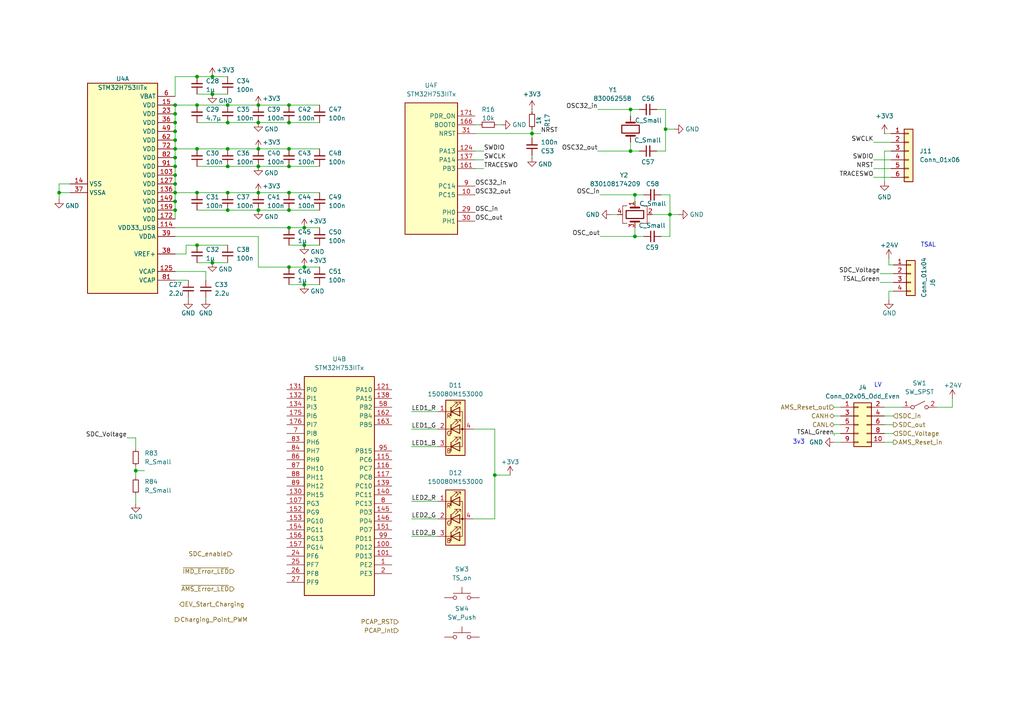
<source format=kicad_sch>
(kicad_sch
	(version 20231120)
	(generator "eeschema")
	(generator_version "8.0")
	(uuid "35b8a975-a1f8-4a47-8395-8e1ea283b386")
	(paper "A4")
	(lib_symbols
		(symbol "+3V3_1"
			(power)
			(pin_numbers hide)
			(pin_names
				(offset 0) hide)
			(exclude_from_sim no)
			(in_bom yes)
			(on_board yes)
			(property "Reference" "#PWR"
				(at 0 -3.81 0)
				(effects
					(font
						(size 1.27 1.27)
					)
					(hide yes)
				)
			)
			(property "Value" "+3V3"
				(at 0 3.556 0)
				(effects
					(font
						(size 1.27 1.27)
					)
				)
			)
			(property "Footprint" ""
				(at 0 0 0)
				(effects
					(font
						(size 1.27 1.27)
					)
					(hide yes)
				)
			)
			(property "Datasheet" ""
				(at 0 0 0)
				(effects
					(font
						(size 1.27 1.27)
					)
					(hide yes)
				)
			)
			(property "Description" "Power symbol creates a global label with name \"+3V3\""
				(at 0 0 0)
				(effects
					(font
						(size 1.27 1.27)
					)
					(hide yes)
				)
			)
			(property "ki_keywords" "global power"
				(at 0 0 0)
				(effects
					(font
						(size 1.27 1.27)
					)
					(hide yes)
				)
			)
			(symbol "+3V3_1_0_1"
				(polyline
					(pts
						(xy -0.762 1.27) (xy 0 2.54)
					)
					(stroke
						(width 0)
						(type default)
					)
					(fill
						(type none)
					)
				)
				(polyline
					(pts
						(xy 0 0) (xy 0 2.54)
					)
					(stroke
						(width 0)
						(type default)
					)
					(fill
						(type none)
					)
				)
				(polyline
					(pts
						(xy 0 2.54) (xy 0.762 1.27)
					)
					(stroke
						(width 0)
						(type default)
					)
					(fill
						(type none)
					)
				)
			)
			(symbol "+3V3_1_1_1"
				(pin power_in line
					(at 0 0 90)
					(length 0)
					(name "~"
						(effects
							(font
								(size 1.27 1.27)
							)
						)
					)
					(number "1"
						(effects
							(font
								(size 1.27 1.27)
							)
						)
					)
				)
			)
		)
		(symbol "+3V3_2"
			(power)
			(pin_numbers hide)
			(pin_names
				(offset 0) hide)
			(exclude_from_sim no)
			(in_bom yes)
			(on_board yes)
			(property "Reference" "#PWR"
				(at 0 -3.81 0)
				(effects
					(font
						(size 1.27 1.27)
					)
					(hide yes)
				)
			)
			(property "Value" "+3V3"
				(at 0 3.556 0)
				(effects
					(font
						(size 1.27 1.27)
					)
				)
			)
			(property "Footprint" ""
				(at 0 0 0)
				(effects
					(font
						(size 1.27 1.27)
					)
					(hide yes)
				)
			)
			(property "Datasheet" ""
				(at 0 0 0)
				(effects
					(font
						(size 1.27 1.27)
					)
					(hide yes)
				)
			)
			(property "Description" "Power symbol creates a global label with name \"+3V3\""
				(at 0 0 0)
				(effects
					(font
						(size 1.27 1.27)
					)
					(hide yes)
				)
			)
			(property "ki_keywords" "global power"
				(at 0 0 0)
				(effects
					(font
						(size 1.27 1.27)
					)
					(hide yes)
				)
			)
			(symbol "+3V3_2_0_1"
				(polyline
					(pts
						(xy -0.762 1.27) (xy 0 2.54)
					)
					(stroke
						(width 0)
						(type default)
					)
					(fill
						(type none)
					)
				)
				(polyline
					(pts
						(xy 0 0) (xy 0 2.54)
					)
					(stroke
						(width 0)
						(type default)
					)
					(fill
						(type none)
					)
				)
				(polyline
					(pts
						(xy 0 2.54) (xy 0.762 1.27)
					)
					(stroke
						(width 0)
						(type default)
					)
					(fill
						(type none)
					)
				)
			)
			(symbol "+3V3_2_1_1"
				(pin power_in line
					(at 0 0 90)
					(length 0)
					(name "~"
						(effects
							(font
								(size 1.27 1.27)
							)
						)
					)
					(number "1"
						(effects
							(font
								(size 1.27 1.27)
							)
						)
					)
				)
			)
		)
		(symbol "+3V3_3"
			(power)
			(pin_numbers hide)
			(pin_names
				(offset 0) hide)
			(exclude_from_sim no)
			(in_bom yes)
			(on_board yes)
			(property "Reference" "#PWR"
				(at 0 -3.81 0)
				(effects
					(font
						(size 1.27 1.27)
					)
					(hide yes)
				)
			)
			(property "Value" "+3V3"
				(at 0 3.556 0)
				(effects
					(font
						(size 1.27 1.27)
					)
				)
			)
			(property "Footprint" ""
				(at 0 0 0)
				(effects
					(font
						(size 1.27 1.27)
					)
					(hide yes)
				)
			)
			(property "Datasheet" ""
				(at 0 0 0)
				(effects
					(font
						(size 1.27 1.27)
					)
					(hide yes)
				)
			)
			(property "Description" "Power symbol creates a global label with name \"+3V3\""
				(at 0 0 0)
				(effects
					(font
						(size 1.27 1.27)
					)
					(hide yes)
				)
			)
			(property "ki_keywords" "global power"
				(at 0 0 0)
				(effects
					(font
						(size 1.27 1.27)
					)
					(hide yes)
				)
			)
			(symbol "+3V3_3_0_1"
				(polyline
					(pts
						(xy -0.762 1.27) (xy 0 2.54)
					)
					(stroke
						(width 0)
						(type default)
					)
					(fill
						(type none)
					)
				)
				(polyline
					(pts
						(xy 0 0) (xy 0 2.54)
					)
					(stroke
						(width 0)
						(type default)
					)
					(fill
						(type none)
					)
				)
				(polyline
					(pts
						(xy 0 2.54) (xy 0.762 1.27)
					)
					(stroke
						(width 0)
						(type default)
					)
					(fill
						(type none)
					)
				)
			)
			(symbol "+3V3_3_1_1"
				(pin power_in line
					(at 0 0 90)
					(length 0)
					(name "~"
						(effects
							(font
								(size 1.27 1.27)
							)
						)
					)
					(number "1"
						(effects
							(font
								(size 1.27 1.27)
							)
						)
					)
				)
			)
		)
		(symbol "Connector_Generic:Conn_01x04"
			(pin_names
				(offset 1.016) hide)
			(exclude_from_sim no)
			(in_bom yes)
			(on_board yes)
			(property "Reference" "J"
				(at 0 5.08 0)
				(effects
					(font
						(size 1.27 1.27)
					)
				)
			)
			(property "Value" "Conn_01x04"
				(at 0 -7.62 0)
				(effects
					(font
						(size 1.27 1.27)
					)
				)
			)
			(property "Footprint" ""
				(at 0 0 0)
				(effects
					(font
						(size 1.27 1.27)
					)
					(hide yes)
				)
			)
			(property "Datasheet" "~"
				(at 0 0 0)
				(effects
					(font
						(size 1.27 1.27)
					)
					(hide yes)
				)
			)
			(property "Description" "Generic connector, single row, 01x04, script generated (kicad-library-utils/schlib/autogen/connector/)"
				(at 0 0 0)
				(effects
					(font
						(size 1.27 1.27)
					)
					(hide yes)
				)
			)
			(property "ki_keywords" "connector"
				(at 0 0 0)
				(effects
					(font
						(size 1.27 1.27)
					)
					(hide yes)
				)
			)
			(property "ki_fp_filters" "Connector*:*_1x??_*"
				(at 0 0 0)
				(effects
					(font
						(size 1.27 1.27)
					)
					(hide yes)
				)
			)
			(symbol "Conn_01x04_1_1"
				(rectangle
					(start -1.27 -4.953)
					(end 0 -5.207)
					(stroke
						(width 0.1524)
						(type default)
					)
					(fill
						(type none)
					)
				)
				(rectangle
					(start -1.27 -2.413)
					(end 0 -2.667)
					(stroke
						(width 0.1524)
						(type default)
					)
					(fill
						(type none)
					)
				)
				(rectangle
					(start -1.27 0.127)
					(end 0 -0.127)
					(stroke
						(width 0.1524)
						(type default)
					)
					(fill
						(type none)
					)
				)
				(rectangle
					(start -1.27 2.667)
					(end 0 2.413)
					(stroke
						(width 0.1524)
						(type default)
					)
					(fill
						(type none)
					)
				)
				(rectangle
					(start -1.27 3.81)
					(end 1.27 -6.35)
					(stroke
						(width 0.254)
						(type default)
					)
					(fill
						(type background)
					)
				)
				(pin passive line
					(at -5.08 2.54 0)
					(length 3.81)
					(name "Pin_1"
						(effects
							(font
								(size 1.27 1.27)
							)
						)
					)
					(number "1"
						(effects
							(font
								(size 1.27 1.27)
							)
						)
					)
				)
				(pin passive line
					(at -5.08 0 0)
					(length 3.81)
					(name "Pin_2"
						(effects
							(font
								(size 1.27 1.27)
							)
						)
					)
					(number "2"
						(effects
							(font
								(size 1.27 1.27)
							)
						)
					)
				)
				(pin passive line
					(at -5.08 -2.54 0)
					(length 3.81)
					(name "Pin_3"
						(effects
							(font
								(size 1.27 1.27)
							)
						)
					)
					(number "3"
						(effects
							(font
								(size 1.27 1.27)
							)
						)
					)
				)
				(pin passive line
					(at -5.08 -5.08 0)
					(length 3.81)
					(name "Pin_4"
						(effects
							(font
								(size 1.27 1.27)
							)
						)
					)
					(number "4"
						(effects
							(font
								(size 1.27 1.27)
							)
						)
					)
				)
			)
		)
		(symbol "Connector_Generic:Conn_01x06"
			(pin_names
				(offset 1.016) hide)
			(exclude_from_sim no)
			(in_bom yes)
			(on_board yes)
			(property "Reference" "J"
				(at 0 7.62 0)
				(effects
					(font
						(size 1.27 1.27)
					)
				)
			)
			(property "Value" "Conn_01x06"
				(at 0 -10.16 0)
				(effects
					(font
						(size 1.27 1.27)
					)
				)
			)
			(property "Footprint" ""
				(at 0 0 0)
				(effects
					(font
						(size 1.27 1.27)
					)
					(hide yes)
				)
			)
			(property "Datasheet" "~"
				(at 0 0 0)
				(effects
					(font
						(size 1.27 1.27)
					)
					(hide yes)
				)
			)
			(property "Description" "Generic connector, single row, 01x06, script generated (kicad-library-utils/schlib/autogen/connector/)"
				(at 0 0 0)
				(effects
					(font
						(size 1.27 1.27)
					)
					(hide yes)
				)
			)
			(property "ki_keywords" "connector"
				(at 0 0 0)
				(effects
					(font
						(size 1.27 1.27)
					)
					(hide yes)
				)
			)
			(property "ki_fp_filters" "Connector*:*_1x??_*"
				(at 0 0 0)
				(effects
					(font
						(size 1.27 1.27)
					)
					(hide yes)
				)
			)
			(symbol "Conn_01x06_1_1"
				(rectangle
					(start -1.27 -7.493)
					(end 0 -7.747)
					(stroke
						(width 0.1524)
						(type default)
					)
					(fill
						(type none)
					)
				)
				(rectangle
					(start -1.27 -4.953)
					(end 0 -5.207)
					(stroke
						(width 0.1524)
						(type default)
					)
					(fill
						(type none)
					)
				)
				(rectangle
					(start -1.27 -2.413)
					(end 0 -2.667)
					(stroke
						(width 0.1524)
						(type default)
					)
					(fill
						(type none)
					)
				)
				(rectangle
					(start -1.27 0.127)
					(end 0 -0.127)
					(stroke
						(width 0.1524)
						(type default)
					)
					(fill
						(type none)
					)
				)
				(rectangle
					(start -1.27 2.667)
					(end 0 2.413)
					(stroke
						(width 0.1524)
						(type default)
					)
					(fill
						(type none)
					)
				)
				(rectangle
					(start -1.27 5.207)
					(end 0 4.953)
					(stroke
						(width 0.1524)
						(type default)
					)
					(fill
						(type none)
					)
				)
				(rectangle
					(start -1.27 6.35)
					(end 1.27 -8.89)
					(stroke
						(width 0.254)
						(type default)
					)
					(fill
						(type background)
					)
				)
				(pin passive line
					(at -5.08 5.08 0)
					(length 3.81)
					(name "Pin_1"
						(effects
							(font
								(size 1.27 1.27)
							)
						)
					)
					(number "1"
						(effects
							(font
								(size 1.27 1.27)
							)
						)
					)
				)
				(pin passive line
					(at -5.08 2.54 0)
					(length 3.81)
					(name "Pin_2"
						(effects
							(font
								(size 1.27 1.27)
							)
						)
					)
					(number "2"
						(effects
							(font
								(size 1.27 1.27)
							)
						)
					)
				)
				(pin passive line
					(at -5.08 0 0)
					(length 3.81)
					(name "Pin_3"
						(effects
							(font
								(size 1.27 1.27)
							)
						)
					)
					(number "3"
						(effects
							(font
								(size 1.27 1.27)
							)
						)
					)
				)
				(pin passive line
					(at -5.08 -2.54 0)
					(length 3.81)
					(name "Pin_4"
						(effects
							(font
								(size 1.27 1.27)
							)
						)
					)
					(number "4"
						(effects
							(font
								(size 1.27 1.27)
							)
						)
					)
				)
				(pin passive line
					(at -5.08 -5.08 0)
					(length 3.81)
					(name "Pin_5"
						(effects
							(font
								(size 1.27 1.27)
							)
						)
					)
					(number "5"
						(effects
							(font
								(size 1.27 1.27)
							)
						)
					)
				)
				(pin passive line
					(at -5.08 -7.62 0)
					(length 3.81)
					(name "Pin_6"
						(effects
							(font
								(size 1.27 1.27)
							)
						)
					)
					(number "6"
						(effects
							(font
								(size 1.27 1.27)
							)
						)
					)
				)
			)
		)
		(symbol "Connector_Generic:Conn_02x05_Odd_Even"
			(pin_names
				(offset 1.016) hide)
			(exclude_from_sim no)
			(in_bom yes)
			(on_board yes)
			(property "Reference" "J"
				(at 1.27 7.62 0)
				(effects
					(font
						(size 1.27 1.27)
					)
				)
			)
			(property "Value" "Conn_02x05_Odd_Even"
				(at 1.27 -7.62 0)
				(effects
					(font
						(size 1.27 1.27)
					)
				)
			)
			(property "Footprint" ""
				(at 0 0 0)
				(effects
					(font
						(size 1.27 1.27)
					)
					(hide yes)
				)
			)
			(property "Datasheet" "~"
				(at 0 0 0)
				(effects
					(font
						(size 1.27 1.27)
					)
					(hide yes)
				)
			)
			(property "Description" "Generic connector, double row, 02x05, odd/even pin numbering scheme (row 1 odd numbers, row 2 even numbers), script generated (kicad-library-utils/schlib/autogen/connector/)"
				(at 0 0 0)
				(effects
					(font
						(size 1.27 1.27)
					)
					(hide yes)
				)
			)
			(property "ki_keywords" "connector"
				(at 0 0 0)
				(effects
					(font
						(size 1.27 1.27)
					)
					(hide yes)
				)
			)
			(property "ki_fp_filters" "Connector*:*_2x??_*"
				(at 0 0 0)
				(effects
					(font
						(size 1.27 1.27)
					)
					(hide yes)
				)
			)
			(symbol "Conn_02x05_Odd_Even_1_1"
				(rectangle
					(start -1.27 -4.953)
					(end 0 -5.207)
					(stroke
						(width 0.1524)
						(type default)
					)
					(fill
						(type none)
					)
				)
				(rectangle
					(start -1.27 -2.413)
					(end 0 -2.667)
					(stroke
						(width 0.1524)
						(type default)
					)
					(fill
						(type none)
					)
				)
				(rectangle
					(start -1.27 0.127)
					(end 0 -0.127)
					(stroke
						(width 0.1524)
						(type default)
					)
					(fill
						(type none)
					)
				)
				(rectangle
					(start -1.27 2.667)
					(end 0 2.413)
					(stroke
						(width 0.1524)
						(type default)
					)
					(fill
						(type none)
					)
				)
				(rectangle
					(start -1.27 5.207)
					(end 0 4.953)
					(stroke
						(width 0.1524)
						(type default)
					)
					(fill
						(type none)
					)
				)
				(rectangle
					(start -1.27 6.35)
					(end 3.81 -6.35)
					(stroke
						(width 0.254)
						(type default)
					)
					(fill
						(type background)
					)
				)
				(rectangle
					(start 3.81 -4.953)
					(end 2.54 -5.207)
					(stroke
						(width 0.1524)
						(type default)
					)
					(fill
						(type none)
					)
				)
				(rectangle
					(start 3.81 -2.413)
					(end 2.54 -2.667)
					(stroke
						(width 0.1524)
						(type default)
					)
					(fill
						(type none)
					)
				)
				(rectangle
					(start 3.81 0.127)
					(end 2.54 -0.127)
					(stroke
						(width 0.1524)
						(type default)
					)
					(fill
						(type none)
					)
				)
				(rectangle
					(start 3.81 2.667)
					(end 2.54 2.413)
					(stroke
						(width 0.1524)
						(type default)
					)
					(fill
						(type none)
					)
				)
				(rectangle
					(start 3.81 5.207)
					(end 2.54 4.953)
					(stroke
						(width 0.1524)
						(type default)
					)
					(fill
						(type none)
					)
				)
				(pin passive line
					(at -5.08 5.08 0)
					(length 3.81)
					(name "Pin_1"
						(effects
							(font
								(size 1.27 1.27)
							)
						)
					)
					(number "1"
						(effects
							(font
								(size 1.27 1.27)
							)
						)
					)
				)
				(pin passive line
					(at 7.62 -5.08 180)
					(length 3.81)
					(name "Pin_10"
						(effects
							(font
								(size 1.27 1.27)
							)
						)
					)
					(number "10"
						(effects
							(font
								(size 1.27 1.27)
							)
						)
					)
				)
				(pin passive line
					(at 7.62 5.08 180)
					(length 3.81)
					(name "Pin_2"
						(effects
							(font
								(size 1.27 1.27)
							)
						)
					)
					(number "2"
						(effects
							(font
								(size 1.27 1.27)
							)
						)
					)
				)
				(pin passive line
					(at -5.08 2.54 0)
					(length 3.81)
					(name "Pin_3"
						(effects
							(font
								(size 1.27 1.27)
							)
						)
					)
					(number "3"
						(effects
							(font
								(size 1.27 1.27)
							)
						)
					)
				)
				(pin passive line
					(at 7.62 2.54 180)
					(length 3.81)
					(name "Pin_4"
						(effects
							(font
								(size 1.27 1.27)
							)
						)
					)
					(number "4"
						(effects
							(font
								(size 1.27 1.27)
							)
						)
					)
				)
				(pin passive line
					(at -5.08 0 0)
					(length 3.81)
					(name "Pin_5"
						(effects
							(font
								(size 1.27 1.27)
							)
						)
					)
					(number "5"
						(effects
							(font
								(size 1.27 1.27)
							)
						)
					)
				)
				(pin passive line
					(at 7.62 0 180)
					(length 3.81)
					(name "Pin_6"
						(effects
							(font
								(size 1.27 1.27)
							)
						)
					)
					(number "6"
						(effects
							(font
								(size 1.27 1.27)
							)
						)
					)
				)
				(pin passive line
					(at -5.08 -2.54 0)
					(length 3.81)
					(name "Pin_7"
						(effects
							(font
								(size 1.27 1.27)
							)
						)
					)
					(number "7"
						(effects
							(font
								(size 1.27 1.27)
							)
						)
					)
				)
				(pin passive line
					(at 7.62 -2.54 180)
					(length 3.81)
					(name "Pin_8"
						(effects
							(font
								(size 1.27 1.27)
							)
						)
					)
					(number "8"
						(effects
							(font
								(size 1.27 1.27)
							)
						)
					)
				)
				(pin passive line
					(at -5.08 -5.08 0)
					(length 3.81)
					(name "Pin_9"
						(effects
							(font
								(size 1.27 1.27)
							)
						)
					)
					(number "9"
						(effects
							(font
								(size 1.27 1.27)
							)
						)
					)
				)
			)
		)
		(symbol "Device:C_Small"
			(pin_numbers hide)
			(pin_names
				(offset 0.254) hide)
			(exclude_from_sim no)
			(in_bom yes)
			(on_board yes)
			(property "Reference" "C"
				(at 0.254 1.778 0)
				(effects
					(font
						(size 1.27 1.27)
					)
					(justify left)
				)
			)
			(property "Value" "C_Small"
				(at 0.254 -2.032 0)
				(effects
					(font
						(size 1.27 1.27)
					)
					(justify left)
				)
			)
			(property "Footprint" ""
				(at 0 0 0)
				(effects
					(font
						(size 1.27 1.27)
					)
					(hide yes)
				)
			)
			(property "Datasheet" "~"
				(at 0 0 0)
				(effects
					(font
						(size 1.27 1.27)
					)
					(hide yes)
				)
			)
			(property "Description" "Unpolarized capacitor, small symbol"
				(at 0 0 0)
				(effects
					(font
						(size 1.27 1.27)
					)
					(hide yes)
				)
			)
			(property "ki_keywords" "capacitor cap"
				(at 0 0 0)
				(effects
					(font
						(size 1.27 1.27)
					)
					(hide yes)
				)
			)
			(property "ki_fp_filters" "C_*"
				(at 0 0 0)
				(effects
					(font
						(size 1.27 1.27)
					)
					(hide yes)
				)
			)
			(symbol "C_Small_0_1"
				(polyline
					(pts
						(xy -1.524 -0.508) (xy 1.524 -0.508)
					)
					(stroke
						(width 0.3302)
						(type default)
					)
					(fill
						(type none)
					)
				)
				(polyline
					(pts
						(xy -1.524 0.508) (xy 1.524 0.508)
					)
					(stroke
						(width 0.3048)
						(type default)
					)
					(fill
						(type none)
					)
				)
			)
			(symbol "C_Small_1_1"
				(pin passive line
					(at 0 2.54 270)
					(length 2.032)
					(name "~"
						(effects
							(font
								(size 1.27 1.27)
							)
						)
					)
					(number "1"
						(effects
							(font
								(size 1.27 1.27)
							)
						)
					)
				)
				(pin passive line
					(at 0 -2.54 90)
					(length 2.032)
					(name "~"
						(effects
							(font
								(size 1.27 1.27)
							)
						)
					)
					(number "2"
						(effects
							(font
								(size 1.27 1.27)
							)
						)
					)
				)
			)
		)
		(symbol "Device:Crystal"
			(pin_numbers hide)
			(pin_names
				(offset 1.016) hide)
			(exclude_from_sim no)
			(in_bom yes)
			(on_board yes)
			(property "Reference" "Y"
				(at 0 3.81 0)
				(effects
					(font
						(size 1.27 1.27)
					)
				)
			)
			(property "Value" "Crystal"
				(at 0 -3.81 0)
				(effects
					(font
						(size 1.27 1.27)
					)
				)
			)
			(property "Footprint" ""
				(at 0 0 0)
				(effects
					(font
						(size 1.27 1.27)
					)
					(hide yes)
				)
			)
			(property "Datasheet" "~"
				(at 0 0 0)
				(effects
					(font
						(size 1.27 1.27)
					)
					(hide yes)
				)
			)
			(property "Description" "Two pin crystal"
				(at 0 0 0)
				(effects
					(font
						(size 1.27 1.27)
					)
					(hide yes)
				)
			)
			(property "ki_keywords" "quartz ceramic resonator oscillator"
				(at 0 0 0)
				(effects
					(font
						(size 1.27 1.27)
					)
					(hide yes)
				)
			)
			(property "ki_fp_filters" "Crystal*"
				(at 0 0 0)
				(effects
					(font
						(size 1.27 1.27)
					)
					(hide yes)
				)
			)
			(symbol "Crystal_0_1"
				(rectangle
					(start -1.143 2.54)
					(end 1.143 -2.54)
					(stroke
						(width 0.3048)
						(type default)
					)
					(fill
						(type none)
					)
				)
				(polyline
					(pts
						(xy -2.54 0) (xy -1.905 0)
					)
					(stroke
						(width 0)
						(type default)
					)
					(fill
						(type none)
					)
				)
				(polyline
					(pts
						(xy -1.905 -1.27) (xy -1.905 1.27)
					)
					(stroke
						(width 0.508)
						(type default)
					)
					(fill
						(type none)
					)
				)
				(polyline
					(pts
						(xy 1.905 -1.27) (xy 1.905 1.27)
					)
					(stroke
						(width 0.508)
						(type default)
					)
					(fill
						(type none)
					)
				)
				(polyline
					(pts
						(xy 2.54 0) (xy 1.905 0)
					)
					(stroke
						(width 0)
						(type default)
					)
					(fill
						(type none)
					)
				)
			)
			(symbol "Crystal_1_1"
				(pin passive line
					(at -3.81 0 0)
					(length 1.27)
					(name "1"
						(effects
							(font
								(size 1.27 1.27)
							)
						)
					)
					(number "1"
						(effects
							(font
								(size 1.27 1.27)
							)
						)
					)
				)
				(pin passive line
					(at 3.81 0 180)
					(length 1.27)
					(name "2"
						(effects
							(font
								(size 1.27 1.27)
							)
						)
					)
					(number "2"
						(effects
							(font
								(size 1.27 1.27)
							)
						)
					)
				)
			)
		)
		(symbol "Device:Crystal_GND24"
			(pin_names
				(offset 1.016) hide)
			(exclude_from_sim no)
			(in_bom yes)
			(on_board yes)
			(property "Reference" "Y"
				(at 3.175 5.08 0)
				(effects
					(font
						(size 1.27 1.27)
					)
					(justify left)
				)
			)
			(property "Value" "Crystal_GND24"
				(at 3.175 3.175 0)
				(effects
					(font
						(size 1.27 1.27)
					)
					(justify left)
				)
			)
			(property "Footprint" ""
				(at 0 0 0)
				(effects
					(font
						(size 1.27 1.27)
					)
					(hide yes)
				)
			)
			(property "Datasheet" "~"
				(at 0 0 0)
				(effects
					(font
						(size 1.27 1.27)
					)
					(hide yes)
				)
			)
			(property "Description" "Four pin crystal, GND on pins 2 and 4"
				(at 0 0 0)
				(effects
					(font
						(size 1.27 1.27)
					)
					(hide yes)
				)
			)
			(property "ki_keywords" "quartz ceramic resonator oscillator"
				(at 0 0 0)
				(effects
					(font
						(size 1.27 1.27)
					)
					(hide yes)
				)
			)
			(property "ki_fp_filters" "Crystal*"
				(at 0 0 0)
				(effects
					(font
						(size 1.27 1.27)
					)
					(hide yes)
				)
			)
			(symbol "Crystal_GND24_0_1"
				(rectangle
					(start -1.143 2.54)
					(end 1.143 -2.54)
					(stroke
						(width 0.3048)
						(type default)
					)
					(fill
						(type none)
					)
				)
				(polyline
					(pts
						(xy -2.54 0) (xy -2.032 0)
					)
					(stroke
						(width 0)
						(type default)
					)
					(fill
						(type none)
					)
				)
				(polyline
					(pts
						(xy -2.032 -1.27) (xy -2.032 1.27)
					)
					(stroke
						(width 0.508)
						(type default)
					)
					(fill
						(type none)
					)
				)
				(polyline
					(pts
						(xy 0 -3.81) (xy 0 -3.556)
					)
					(stroke
						(width 0)
						(type default)
					)
					(fill
						(type none)
					)
				)
				(polyline
					(pts
						(xy 0 3.556) (xy 0 3.81)
					)
					(stroke
						(width 0)
						(type default)
					)
					(fill
						(type none)
					)
				)
				(polyline
					(pts
						(xy 2.032 -1.27) (xy 2.032 1.27)
					)
					(stroke
						(width 0.508)
						(type default)
					)
					(fill
						(type none)
					)
				)
				(polyline
					(pts
						(xy 2.032 0) (xy 2.54 0)
					)
					(stroke
						(width 0)
						(type default)
					)
					(fill
						(type none)
					)
				)
				(polyline
					(pts
						(xy -2.54 -2.286) (xy -2.54 -3.556) (xy 2.54 -3.556) (xy 2.54 -2.286)
					)
					(stroke
						(width 0)
						(type default)
					)
					(fill
						(type none)
					)
				)
				(polyline
					(pts
						(xy -2.54 2.286) (xy -2.54 3.556) (xy 2.54 3.556) (xy 2.54 2.286)
					)
					(stroke
						(width 0)
						(type default)
					)
					(fill
						(type none)
					)
				)
			)
			(symbol "Crystal_GND24_1_1"
				(pin passive line
					(at -3.81 0 0)
					(length 1.27)
					(name "1"
						(effects
							(font
								(size 1.27 1.27)
							)
						)
					)
					(number "1"
						(effects
							(font
								(size 1.27 1.27)
							)
						)
					)
				)
				(pin passive line
					(at 0 5.08 270)
					(length 1.27)
					(name "2"
						(effects
							(font
								(size 1.27 1.27)
							)
						)
					)
					(number "2"
						(effects
							(font
								(size 1.27 1.27)
							)
						)
					)
				)
				(pin passive line
					(at 3.81 0 180)
					(length 1.27)
					(name "3"
						(effects
							(font
								(size 1.27 1.27)
							)
						)
					)
					(number "3"
						(effects
							(font
								(size 1.27 1.27)
							)
						)
					)
				)
				(pin passive line
					(at 0 -5.08 90)
					(length 1.27)
					(name "4"
						(effects
							(font
								(size 1.27 1.27)
							)
						)
					)
					(number "4"
						(effects
							(font
								(size 1.27 1.27)
							)
						)
					)
				)
			)
		)
		(symbol "Device:LED_RGBA"
			(pin_names
				(offset 0) hide)
			(exclude_from_sim no)
			(in_bom yes)
			(on_board yes)
			(property "Reference" "D"
				(at 0 9.398 0)
				(effects
					(font
						(size 1.27 1.27)
					)
				)
			)
			(property "Value" "LED_RGBA"
				(at 0 -8.89 0)
				(effects
					(font
						(size 1.27 1.27)
					)
				)
			)
			(property "Footprint" ""
				(at 0 -1.27 0)
				(effects
					(font
						(size 1.27 1.27)
					)
					(hide yes)
				)
			)
			(property "Datasheet" "~"
				(at 0 -1.27 0)
				(effects
					(font
						(size 1.27 1.27)
					)
					(hide yes)
				)
			)
			(property "Description" "RGB LED, red/green/blue/anode"
				(at 0 0 0)
				(effects
					(font
						(size 1.27 1.27)
					)
					(hide yes)
				)
			)
			(property "ki_keywords" "LED RGB diode"
				(at 0 0 0)
				(effects
					(font
						(size 1.27 1.27)
					)
					(hide yes)
				)
			)
			(property "ki_fp_filters" "LED* LED_SMD:* LED_THT:*"
				(at 0 0 0)
				(effects
					(font
						(size 1.27 1.27)
					)
					(hide yes)
				)
			)
			(symbol "LED_RGBA_0_0"
				(text "B"
					(at -1.905 -6.35 0)
					(effects
						(font
							(size 1.27 1.27)
						)
					)
				)
				(text "G"
					(at -1.905 -1.27 0)
					(effects
						(font
							(size 1.27 1.27)
						)
					)
				)
				(text "R"
					(at -1.905 3.81 0)
					(effects
						(font
							(size 1.27 1.27)
						)
					)
				)
			)
			(symbol "LED_RGBA_0_1"
				(polyline
					(pts
						(xy -1.27 -5.08) (xy -2.54 -5.08)
					)
					(stroke
						(width 0)
						(type default)
					)
					(fill
						(type none)
					)
				)
				(polyline
					(pts
						(xy -1.27 -5.08) (xy 1.27 -5.08)
					)
					(stroke
						(width 0)
						(type default)
					)
					(fill
						(type none)
					)
				)
				(polyline
					(pts
						(xy -1.27 -3.81) (xy -1.27 -6.35)
					)
					(stroke
						(width 0.254)
						(type default)
					)
					(fill
						(type none)
					)
				)
				(polyline
					(pts
						(xy -1.27 0) (xy -2.54 0)
					)
					(stroke
						(width 0)
						(type default)
					)
					(fill
						(type none)
					)
				)
				(polyline
					(pts
						(xy -1.27 1.27) (xy -1.27 -1.27)
					)
					(stroke
						(width 0.254)
						(type default)
					)
					(fill
						(type none)
					)
				)
				(polyline
					(pts
						(xy -1.27 5.08) (xy -2.54 5.08)
					)
					(stroke
						(width 0)
						(type default)
					)
					(fill
						(type none)
					)
				)
				(polyline
					(pts
						(xy -1.27 5.08) (xy 1.27 5.08)
					)
					(stroke
						(width 0)
						(type default)
					)
					(fill
						(type none)
					)
				)
				(polyline
					(pts
						(xy -1.27 6.35) (xy -1.27 3.81)
					)
					(stroke
						(width 0.254)
						(type default)
					)
					(fill
						(type none)
					)
				)
				(polyline
					(pts
						(xy 1.27 0) (xy -1.27 0)
					)
					(stroke
						(width 0)
						(type default)
					)
					(fill
						(type none)
					)
				)
				(polyline
					(pts
						(xy 1.27 0) (xy 2.54 0)
					)
					(stroke
						(width 0)
						(type default)
					)
					(fill
						(type none)
					)
				)
				(polyline
					(pts
						(xy -1.27 1.27) (xy -1.27 -1.27) (xy -1.27 -1.27)
					)
					(stroke
						(width 0)
						(type default)
					)
					(fill
						(type none)
					)
				)
				(polyline
					(pts
						(xy -1.27 6.35) (xy -1.27 3.81) (xy -1.27 3.81)
					)
					(stroke
						(width 0)
						(type default)
					)
					(fill
						(type none)
					)
				)
				(polyline
					(pts
						(xy 1.27 -5.08) (xy 2.032 -5.08) (xy 2.032 5.08) (xy 1.27 5.08)
					)
					(stroke
						(width 0)
						(type default)
					)
					(fill
						(type none)
					)
				)
				(polyline
					(pts
						(xy 1.27 -3.81) (xy 1.27 -6.35) (xy -1.27 -5.08) (xy 1.27 -3.81)
					)
					(stroke
						(width 0.254)
						(type default)
					)
					(fill
						(type none)
					)
				)
				(polyline
					(pts
						(xy 1.27 1.27) (xy 1.27 -1.27) (xy -1.27 0) (xy 1.27 1.27)
					)
					(stroke
						(width 0.254)
						(type default)
					)
					(fill
						(type none)
					)
				)
				(polyline
					(pts
						(xy 1.27 6.35) (xy 1.27 3.81) (xy -1.27 5.08) (xy 1.27 6.35)
					)
					(stroke
						(width 0.254)
						(type default)
					)
					(fill
						(type none)
					)
				)
				(polyline
					(pts
						(xy -1.016 -3.81) (xy 0.508 -2.286) (xy -0.254 -2.286) (xy 0.508 -2.286) (xy 0.508 -3.048)
					)
					(stroke
						(width 0)
						(type default)
					)
					(fill
						(type none)
					)
				)
				(polyline
					(pts
						(xy -1.016 1.27) (xy 0.508 2.794) (xy -0.254 2.794) (xy 0.508 2.794) (xy 0.508 2.032)
					)
					(stroke
						(width 0)
						(type default)
					)
					(fill
						(type none)
					)
				)
				(polyline
					(pts
						(xy -1.016 6.35) (xy 0.508 7.874) (xy -0.254 7.874) (xy 0.508 7.874) (xy 0.508 7.112)
					)
					(stroke
						(width 0)
						(type default)
					)
					(fill
						(type none)
					)
				)
				(polyline
					(pts
						(xy 0 -3.81) (xy 1.524 -2.286) (xy 0.762 -2.286) (xy 1.524 -2.286) (xy 1.524 -3.048)
					)
					(stroke
						(width 0)
						(type default)
					)
					(fill
						(type none)
					)
				)
				(polyline
					(pts
						(xy 0 1.27) (xy 1.524 2.794) (xy 0.762 2.794) (xy 1.524 2.794) (xy 1.524 2.032)
					)
					(stroke
						(width 0)
						(type default)
					)
					(fill
						(type none)
					)
				)
				(polyline
					(pts
						(xy 0 6.35) (xy 1.524 7.874) (xy 0.762 7.874) (xy 1.524 7.874) (xy 1.524 7.112)
					)
					(stroke
						(width 0)
						(type default)
					)
					(fill
						(type none)
					)
				)
				(rectangle
					(start 1.27 -1.27)
					(end 1.27 1.27)
					(stroke
						(width 0)
						(type default)
					)
					(fill
						(type none)
					)
				)
				(rectangle
					(start 1.27 1.27)
					(end 1.27 1.27)
					(stroke
						(width 0)
						(type default)
					)
					(fill
						(type none)
					)
				)
				(rectangle
					(start 1.27 3.81)
					(end 1.27 6.35)
					(stroke
						(width 0)
						(type default)
					)
					(fill
						(type none)
					)
				)
				(rectangle
					(start 1.27 6.35)
					(end 1.27 6.35)
					(stroke
						(width 0)
						(type default)
					)
					(fill
						(type none)
					)
				)
				(circle
					(center 2.032 0)
					(radius 0.254)
					(stroke
						(width 0)
						(type default)
					)
					(fill
						(type outline)
					)
				)
				(rectangle
					(start 2.794 8.382)
					(end -2.794 -7.62)
					(stroke
						(width 0.254)
						(type default)
					)
					(fill
						(type background)
					)
				)
			)
			(symbol "LED_RGBA_1_1"
				(pin passive line
					(at -5.08 5.08 0)
					(length 2.54)
					(name "RK"
						(effects
							(font
								(size 1.27 1.27)
							)
						)
					)
					(number "1"
						(effects
							(font
								(size 1.27 1.27)
							)
						)
					)
				)
				(pin passive line
					(at -5.08 0 0)
					(length 2.54)
					(name "GK"
						(effects
							(font
								(size 1.27 1.27)
							)
						)
					)
					(number "2"
						(effects
							(font
								(size 1.27 1.27)
							)
						)
					)
				)
				(pin passive line
					(at -5.08 -5.08 0)
					(length 2.54)
					(name "BK"
						(effects
							(font
								(size 1.27 1.27)
							)
						)
					)
					(number "3"
						(effects
							(font
								(size 1.27 1.27)
							)
						)
					)
				)
				(pin passive line
					(at 5.08 0 180)
					(length 2.54)
					(name "A"
						(effects
							(font
								(size 1.27 1.27)
							)
						)
					)
					(number "4"
						(effects
							(font
								(size 1.27 1.27)
							)
						)
					)
				)
			)
		)
		(symbol "Device:R_Small"
			(pin_numbers hide)
			(pin_names
				(offset 0.254) hide)
			(exclude_from_sim no)
			(in_bom yes)
			(on_board yes)
			(property "Reference" "R"
				(at 0.762 0.508 0)
				(effects
					(font
						(size 1.27 1.27)
					)
					(justify left)
				)
			)
			(property "Value" "R_Small"
				(at 0.762 -1.016 0)
				(effects
					(font
						(size 1.27 1.27)
					)
					(justify left)
				)
			)
			(property "Footprint" ""
				(at 0 0 0)
				(effects
					(font
						(size 1.27 1.27)
					)
					(hide yes)
				)
			)
			(property "Datasheet" "~"
				(at 0 0 0)
				(effects
					(font
						(size 1.27 1.27)
					)
					(hide yes)
				)
			)
			(property "Description" "Resistor, small symbol"
				(at 0 0 0)
				(effects
					(font
						(size 1.27 1.27)
					)
					(hide yes)
				)
			)
			(property "ki_keywords" "R resistor"
				(at 0 0 0)
				(effects
					(font
						(size 1.27 1.27)
					)
					(hide yes)
				)
			)
			(property "ki_fp_filters" "R_*"
				(at 0 0 0)
				(effects
					(font
						(size 1.27 1.27)
					)
					(hide yes)
				)
			)
			(symbol "R_Small_0_1"
				(rectangle
					(start -0.762 1.778)
					(end 0.762 -1.778)
					(stroke
						(width 0.2032)
						(type default)
					)
					(fill
						(type none)
					)
				)
			)
			(symbol "R_Small_1_1"
				(pin passive line
					(at 0 2.54 270)
					(length 0.762)
					(name "~"
						(effects
							(font
								(size 1.27 1.27)
							)
						)
					)
					(number "1"
						(effects
							(font
								(size 1.27 1.27)
							)
						)
					)
				)
				(pin passive line
					(at 0 -2.54 90)
					(length 0.762)
					(name "~"
						(effects
							(font
								(size 1.27 1.27)
							)
						)
					)
					(number "2"
						(effects
							(font
								(size 1.27 1.27)
							)
						)
					)
				)
			)
		)
		(symbol "GND_1"
			(power)
			(pin_numbers hide)
			(pin_names
				(offset 0) hide)
			(exclude_from_sim no)
			(in_bom yes)
			(on_board yes)
			(property "Reference" "#PWR"
				(at 0 -6.35 0)
				(effects
					(font
						(size 1.27 1.27)
					)
					(hide yes)
				)
			)
			(property "Value" "GND"
				(at 0 -3.81 0)
				(effects
					(font
						(size 1.27 1.27)
					)
				)
			)
			(property "Footprint" ""
				(at 0 0 0)
				(effects
					(font
						(size 1.27 1.27)
					)
					(hide yes)
				)
			)
			(property "Datasheet" ""
				(at 0 0 0)
				(effects
					(font
						(size 1.27 1.27)
					)
					(hide yes)
				)
			)
			(property "Description" "Power symbol creates a global label with name \"GND\" , ground"
				(at 0 0 0)
				(effects
					(font
						(size 1.27 1.27)
					)
					(hide yes)
				)
			)
			(property "ki_keywords" "global power"
				(at 0 0 0)
				(effects
					(font
						(size 1.27 1.27)
					)
					(hide yes)
				)
			)
			(symbol "GND_1_0_1"
				(polyline
					(pts
						(xy 0 0) (xy 0 -1.27) (xy 1.27 -1.27) (xy 0 -2.54) (xy -1.27 -1.27) (xy 0 -1.27)
					)
					(stroke
						(width 0)
						(type default)
					)
					(fill
						(type none)
					)
				)
			)
			(symbol "GND_1_1_1"
				(pin power_in line
					(at 0 0 270)
					(length 0)
					(name "~"
						(effects
							(font
								(size 1.27 1.27)
							)
						)
					)
					(number "1"
						(effects
							(font
								(size 1.27 1.27)
							)
						)
					)
				)
			)
		)
		(symbol "STM32H753IITx_1"
			(exclude_from_sim no)
			(in_bom yes)
			(on_board yes)
			(property "Reference" "U"
				(at -11.684 0.762 0)
				(effects
					(font
						(size 1.27 1.27)
					)
					(justify left)
				)
			)
			(property "Value" "STM32H753IITx"
				(at -23.114 -2.54 0)
				(effects
					(font
						(size 1.27 1.27)
					)
					(justify left)
				)
			)
			(property "Footprint" "Package_QFP:LQFP-176_24x24mm_P0.5mm"
				(at 21.336 47.244 0)
				(effects
					(font
						(size 1.27 1.27)
					)
					(justify right)
					(hide yes)
				)
			)
			(property "Datasheet" "https://www.st.com/resource/en/datasheet/stm32h753ii.pdf"
				(at -3.556 43.18 0)
				(effects
					(font
						(size 1.27 1.27)
					)
					(hide yes)
				)
			)
			(property "Description" "STMicroelectronics Arm Cortex-M7 MCU, 2048KB flash, 1024KB RAM, 480 MHz, 1.62-3.6V, 140 GPIO, LQFP176"
				(at -3.556 43.18 0)
				(effects
					(font
						(size 1.27 1.27)
					)
					(hide yes)
				)
			)
			(property "ki_keywords" "Arm Cortex-M7 STM32H7 STM32H743/753"
				(at 0 0 0)
				(effects
					(font
						(size 1.27 1.27)
					)
					(hide yes)
				)
			)
			(property "ki_fp_filters" "LQFP*24x24mm*P0.5mm*"
				(at 0 0 0)
				(effects
					(font
						(size 1.27 1.27)
					)
					(hide yes)
				)
			)
			(symbol "STM32H753IITx_1_1_1"
				(rectangle
					(start -10.16 30.48)
					(end 10.16 -30.48)
					(stroke
						(width 0.254)
						(type default)
					)
					(fill
						(type background)
					)
				)
				(pin passive line
					(at -15.24 1.27 0)
					(length 5.08) hide
					(name "VSS"
						(effects
							(font
								(size 1.27 1.27)
							)
						)
					)
					(number "102"
						(effects
							(font
								(size 1.27 1.27)
							)
						)
					)
				)
				(pin power_in line
					(at 15.24 3.81 180)
					(length 5.08)
					(name "VDD"
						(effects
							(font
								(size 1.27 1.27)
							)
						)
					)
					(number "103"
						(effects
							(font
								(size 1.27 1.27)
							)
						)
					)
				)
				(pin passive line
					(at -15.24 1.27 0)
					(length 5.08) hide
					(name "VSS"
						(effects
							(font
								(size 1.27 1.27)
							)
						)
					)
					(number "113"
						(effects
							(font
								(size 1.27 1.27)
							)
						)
					)
				)
				(pin power_in line
					(at 15.24 -11.43 180)
					(length 5.08)
					(name "VDD33_USB"
						(effects
							(font
								(size 1.27 1.27)
							)
						)
					)
					(number "114"
						(effects
							(font
								(size 1.27 1.27)
							)
						)
					)
				)
				(pin power_out line
					(at 15.24 -24.13 180)
					(length 5.08)
					(name "VCAP"
						(effects
							(font
								(size 1.27 1.27)
							)
						)
					)
					(number "125"
						(effects
							(font
								(size 1.27 1.27)
							)
						)
					)
				)
				(pin passive line
					(at -15.24 1.27 0)
					(length 5.08) hide
					(name "VSS"
						(effects
							(font
								(size 1.27 1.27)
							)
						)
					)
					(number "126"
						(effects
							(font
								(size 1.27 1.27)
							)
						)
					)
				)
				(pin power_in line
					(at 15.24 1.27 180)
					(length 5.08)
					(name "VDD"
						(effects
							(font
								(size 1.27 1.27)
							)
						)
					)
					(number "127"
						(effects
							(font
								(size 1.27 1.27)
							)
						)
					)
				)
				(pin passive line
					(at -15.24 1.27 0)
					(length 5.08) hide
					(name "VSS"
						(effects
							(font
								(size 1.27 1.27)
							)
						)
					)
					(number "135"
						(effects
							(font
								(size 1.27 1.27)
							)
						)
					)
				)
				(pin power_in line
					(at 15.24 -1.27 180)
					(length 5.08)
					(name "VDD"
						(effects
							(font
								(size 1.27 1.27)
							)
						)
					)
					(number "136"
						(effects
							(font
								(size 1.27 1.27)
							)
						)
					)
				)
				(pin power_in line
					(at -15.24 1.27 0)
					(length 5.08)
					(name "VSS"
						(effects
							(font
								(size 1.27 1.27)
							)
						)
					)
					(number "14"
						(effects
							(font
								(size 1.27 1.27)
							)
						)
					)
				)
				(pin passive line
					(at -15.24 1.27 0)
					(length 5.08) hide
					(name "VSS"
						(effects
							(font
								(size 1.27 1.27)
							)
						)
					)
					(number "148"
						(effects
							(font
								(size 1.27 1.27)
							)
						)
					)
				)
				(pin power_in line
					(at 15.24 -3.81 180)
					(length 5.08)
					(name "VDD"
						(effects
							(font
								(size 1.27 1.27)
							)
						)
					)
					(number "149"
						(effects
							(font
								(size 1.27 1.27)
							)
						)
					)
				)
				(pin power_in line
					(at 15.24 24.13 180)
					(length 5.08)
					(name "VDD"
						(effects
							(font
								(size 1.27 1.27)
							)
						)
					)
					(number "15"
						(effects
							(font
								(size 1.27 1.27)
							)
						)
					)
				)
				(pin passive line
					(at -15.24 1.27 0)
					(length 5.08) hide
					(name "VSS"
						(effects
							(font
								(size 1.27 1.27)
							)
						)
					)
					(number "158"
						(effects
							(font
								(size 1.27 1.27)
							)
						)
					)
				)
				(pin power_in line
					(at 15.24 -6.35 180)
					(length 5.08)
					(name "VDD"
						(effects
							(font
								(size 1.27 1.27)
							)
						)
					)
					(number "159"
						(effects
							(font
								(size 1.27 1.27)
							)
						)
					)
				)
				(pin power_in line
					(at 15.24 -8.89 180)
					(length 5.08)
					(name "VDD"
						(effects
							(font
								(size 1.27 1.27)
							)
						)
					)
					(number "172"
						(effects
							(font
								(size 1.27 1.27)
							)
						)
					)
				)
				(pin passive line
					(at -15.24 1.27 0)
					(length 5.08) hide
					(name "VSS"
						(effects
							(font
								(size 1.27 1.27)
							)
						)
					)
					(number "22"
						(effects
							(font
								(size 1.27 1.27)
							)
						)
					)
				)
				(pin power_in line
					(at 15.24 21.59 180)
					(length 5.08)
					(name "VDD"
						(effects
							(font
								(size 1.27 1.27)
							)
						)
					)
					(number "23"
						(effects
							(font
								(size 1.27 1.27)
							)
						)
					)
				)
				(pin power_in line
					(at 15.24 19.05 180)
					(length 5.08)
					(name "VDD"
						(effects
							(font
								(size 1.27 1.27)
							)
						)
					)
					(number "36"
						(effects
							(font
								(size 1.27 1.27)
							)
						)
					)
				)
				(pin power_in line
					(at -15.24 -1.27 0)
					(length 5.08)
					(name "VSSA"
						(effects
							(font
								(size 1.27 1.27)
							)
						)
					)
					(number "37"
						(effects
							(font
								(size 1.27 1.27)
							)
						)
					)
				)
				(pin input line
					(at 15.24 -19.05 180)
					(length 5.08)
					(name "VREF+"
						(effects
							(font
								(size 1.27 1.27)
							)
						)
					)
					(number "38"
						(effects
							(font
								(size 1.27 1.27)
							)
						)
					)
					(alternate "VREFBUF_OUT" bidirectional line)
				)
				(pin power_in line
					(at 15.24 -13.97 180)
					(length 5.08)
					(name "VDDA"
						(effects
							(font
								(size 1.27 1.27)
							)
						)
					)
					(number "39"
						(effects
							(font
								(size 1.27 1.27)
							)
						)
					)
				)
				(pin passive line
					(at -15.24 1.27 0)
					(length 5.08) hide
					(name "VSS"
						(effects
							(font
								(size 1.27 1.27)
							)
						)
					)
					(number "48"
						(effects
							(font
								(size 1.27 1.27)
							)
						)
					)
				)
				(pin power_in line
					(at 15.24 16.51 180)
					(length 5.08)
					(name "VDD"
						(effects
							(font
								(size 1.27 1.27)
							)
						)
					)
					(number "49"
						(effects
							(font
								(size 1.27 1.27)
							)
						)
					)
				)
				(pin power_in line
					(at 15.24 26.67 180)
					(length 5.08)
					(name "VBAT"
						(effects
							(font
								(size 1.27 1.27)
							)
						)
					)
					(number "6"
						(effects
							(font
								(size 1.27 1.27)
							)
						)
					)
				)
				(pin passive line
					(at -15.24 1.27 0)
					(length 5.08) hide
					(name "VSS"
						(effects
							(font
								(size 1.27 1.27)
							)
						)
					)
					(number "61"
						(effects
							(font
								(size 1.27 1.27)
							)
						)
					)
				)
				(pin power_in line
					(at 15.24 13.97 180)
					(length 5.08)
					(name "VDD"
						(effects
							(font
								(size 1.27 1.27)
							)
						)
					)
					(number "62"
						(effects
							(font
								(size 1.27 1.27)
							)
						)
					)
				)
				(pin passive line
					(at -15.24 1.27 0)
					(length 5.08) hide
					(name "VSS"
						(effects
							(font
								(size 1.27 1.27)
							)
						)
					)
					(number "71"
						(effects
							(font
								(size 1.27 1.27)
							)
						)
					)
				)
				(pin power_in line
					(at 15.24 11.43 180)
					(length 5.08)
					(name "VDD"
						(effects
							(font
								(size 1.27 1.27)
							)
						)
					)
					(number "72"
						(effects
							(font
								(size 1.27 1.27)
							)
						)
					)
				)
				(pin power_out line
					(at 15.24 -26.67 180)
					(length 5.08)
					(name "VCAP"
						(effects
							(font
								(size 1.27 1.27)
							)
						)
					)
					(number "81"
						(effects
							(font
								(size 1.27 1.27)
							)
						)
					)
				)
				(pin power_in line
					(at 15.24 8.89 180)
					(length 5.08)
					(name "VDD"
						(effects
							(font
								(size 1.27 1.27)
							)
						)
					)
					(number "82"
						(effects
							(font
								(size 1.27 1.27)
							)
						)
					)
				)
				(pin passive line
					(at -15.24 1.27 0)
					(length 5.08) hide
					(name "VSS"
						(effects
							(font
								(size 1.27 1.27)
							)
						)
					)
					(number "90"
						(effects
							(font
								(size 1.27 1.27)
							)
						)
					)
				)
				(pin power_in line
					(at 15.24 6.35 180)
					(length 5.08)
					(name "VDD"
						(effects
							(font
								(size 1.27 1.27)
							)
						)
					)
					(number "91"
						(effects
							(font
								(size 1.27 1.27)
							)
						)
					)
				)
			)
			(symbol "STM32H753IITx_1_2_1"
				(rectangle
					(start -10.16 31.75)
					(end 10.16 -31.75)
					(stroke
						(width 0.254)
						(type default)
					)
					(fill
						(type background)
					)
				)
				(pin bidirectional line
					(at 15.24 -22.86 180)
					(length 5.08)
					(name "PE2"
						(effects
							(font
								(size 1.27 1.27)
							)
						)
					)
					(number "1"
						(effects
							(font
								(size 1.27 1.27)
							)
						)
					)
					(alternate "DEBUG_TRACECLK" bidirectional line)
					(alternate "ETH_TXD3" bidirectional line)
					(alternate "FMC_A23" bidirectional line)
					(alternate "QUADSPI_BK1_IO2" bidirectional line)
					(alternate "SAI1_CK1" bidirectional line)
					(alternate "SAI1_MCLK_A" bidirectional line)
					(alternate "SAI4_CK1" bidirectional line)
					(alternate "SAI4_MCLK_A" bidirectional line)
					(alternate "SPI4_SCK" bidirectional line)
				)
				(pin bidirectional line
					(at 15.24 -17.78 180)
					(length 5.08)
					(name "PD12"
						(effects
							(font
								(size 1.27 1.27)
							)
						)
					)
					(number "100"
						(effects
							(font
								(size 1.27 1.27)
							)
						)
					)
					(alternate "FMC_A17" bidirectional line)
					(alternate "FMC_ALE" bidirectional line)
					(alternate "I2C4_SCL" bidirectional line)
					(alternate "LPTIM1_IN1" bidirectional line)
					(alternate "LPTIM2_IN1" bidirectional line)
					(alternate "QUADSPI_BK1_IO1" bidirectional line)
					(alternate "SAI2_FS_A" bidirectional line)
					(alternate "TIM4_CH1" bidirectional line)
					(alternate "USART3_DE" bidirectional line)
					(alternate "USART3_RTS" bidirectional line)
				)
				(pin bidirectional line
					(at 15.24 -20.32 180)
					(length 5.08)
					(name "PD13"
						(effects
							(font
								(size 1.27 1.27)
							)
						)
					)
					(number "101"
						(effects
							(font
								(size 1.27 1.27)
							)
						)
					)
					(alternate "FMC_A18" bidirectional line)
					(alternate "I2C4_SDA" bidirectional line)
					(alternate "LPTIM1_OUT" bidirectional line)
					(alternate "QUADSPI_BK1_IO3" bidirectional line)
					(alternate "SAI2_SCK_A" bidirectional line)
					(alternate "TIM4_CH2" bidirectional line)
				)
				(pin bidirectional line
					(at -15.24 -5.08 0)
					(length 5.08)
					(name "PG3"
						(effects
							(font
								(size 1.27 1.27)
							)
						)
					)
					(number "107"
						(effects
							(font
								(size 1.27 1.27)
							)
						)
					)
					(alternate "FMC_A13" bidirectional line)
					(alternate "TIM8_BKIN2" bidirectional line)
					(alternate "TIM8_BKIN2_COMP1" bidirectional line)
					(alternate "TIM8_BKIN2_COMP2" bidirectional line)
				)
				(pin bidirectional line
					(at 15.24 7.62 180)
					(length 5.08)
					(name "PC6"
						(effects
							(font
								(size 1.27 1.27)
							)
						)
					)
					(number "115"
						(effects
							(font
								(size 1.27 1.27)
							)
						)
					)
					(alternate "DCMI_D0" bidirectional line)
					(alternate "DFSDM1_CKIN3" bidirectional line)
					(alternate "FMC_NWAIT" bidirectional line)
					(alternate "HRTIM_CHA1" bidirectional line)
					(alternate "I2S2_MCK" bidirectional line)
					(alternate "LTDC_HSYNC" bidirectional line)
					(alternate "SDMMC1_D0DIR" bidirectional line)
					(alternate "SDMMC1_D6" bidirectional line)
					(alternate "SDMMC2_D6" bidirectional line)
					(alternate "SWPMI1_IO" bidirectional line)
					(alternate "TIM3_CH1" bidirectional line)
					(alternate "TIM8_CH1" bidirectional line)
					(alternate "USART6_TX" bidirectional line)
				)
				(pin bidirectional line
					(at 15.24 5.08 180)
					(length 5.08)
					(name "PC7"
						(effects
							(font
								(size 1.27 1.27)
							)
						)
					)
					(number "116"
						(effects
							(font
								(size 1.27 1.27)
							)
						)
					)
					(alternate "DCMI_D1" bidirectional line)
					(alternate "DEBUG_TRGIO" bidirectional line)
					(alternate "DFSDM1_DATIN3" bidirectional line)
					(alternate "FMC_NE1" bidirectional line)
					(alternate "HRTIM_CHA2" bidirectional line)
					(alternate "I2S3_MCK" bidirectional line)
					(alternate "LTDC_G6" bidirectional line)
					(alternate "SDMMC1_D123DIR" bidirectional line)
					(alternate "SDMMC1_D7" bidirectional line)
					(alternate "SDMMC2_D7" bidirectional line)
					(alternate "SWPMI1_TX" bidirectional line)
					(alternate "TIM3_CH2" bidirectional line)
					(alternate "TIM8_CH2" bidirectional line)
					(alternate "USART6_RX" bidirectional line)
				)
				(pin bidirectional line
					(at 15.24 2.54 180)
					(length 5.08)
					(name "PC8"
						(effects
							(font
								(size 1.27 1.27)
							)
						)
					)
					(number "117"
						(effects
							(font
								(size 1.27 1.27)
							)
						)
					)
					(alternate "DCMI_D2" bidirectional line)
					(alternate "DEBUG_TRACED1" bidirectional line)
					(alternate "FMC_NCE" bidirectional line)
					(alternate "FMC_NE2" bidirectional line)
					(alternate "HRTIM_CHB1" bidirectional line)
					(alternate "SDMMC1_D0" bidirectional line)
					(alternate "SWPMI1_RX" bidirectional line)
					(alternate "TIM3_CH3" bidirectional line)
					(alternate "TIM8_CH3" bidirectional line)
					(alternate "UART5_DE" bidirectional line)
					(alternate "UART5_RTS" bidirectional line)
					(alternate "USART6_CK" bidirectional line)
				)
				(pin bidirectional line
					(at -15.24 -2.54 0)
					(length 5.08)
					(name "PH15"
						(effects
							(font
								(size 1.27 1.27)
							)
						)
					)
					(number "130"
						(effects
							(font
								(size 1.27 1.27)
							)
						)
					)
					(alternate "ADC1_EXTI15" bidirectional line)
					(alternate "ADC2_EXTI15" bidirectional line)
					(alternate "ADC3_EXTI15" bidirectional line)
					(alternate "DCMI_D11" bidirectional line)
					(alternate "FMC_D23" bidirectional line)
					(alternate "LTDC_G4" bidirectional line)
					(alternate "TIM8_CH3N" bidirectional line)
				)
				(pin bidirectional line
					(at -15.24 27.94 0)
					(length 5.08)
					(name "PI0"
						(effects
							(font
								(size 1.27 1.27)
							)
						)
					)
					(number "131"
						(effects
							(font
								(size 1.27 1.27)
							)
						)
					)
					(alternate "DCMI_D13" bidirectional line)
					(alternate "FMC_D24" bidirectional line)
					(alternate "I2S2_WS" bidirectional line)
					(alternate "LTDC_G5" bidirectional line)
					(alternate "SPI2_NSS" bidirectional line)
					(alternate "TIM5_CH4" bidirectional line)
				)
				(pin bidirectional line
					(at -15.24 25.4 0)
					(length 5.08)
					(name "PI1"
						(effects
							(font
								(size 1.27 1.27)
							)
						)
					)
					(number "132"
						(effects
							(font
								(size 1.27 1.27)
							)
						)
					)
					(alternate "DCMI_D8" bidirectional line)
					(alternate "FMC_D25" bidirectional line)
					(alternate "I2S2_CK" bidirectional line)
					(alternate "LTDC_G6" bidirectional line)
					(alternate "SPI2_SCK" bidirectional line)
					(alternate "TIM8_BKIN2" bidirectional line)
					(alternate "TIM8_BKIN2_COMP1" bidirectional line)
					(alternate "TIM8_BKIN2_COMP2" bidirectional line)
				)
				(pin bidirectional line
					(at -15.24 22.86 0)
					(length 5.08)
					(name "PI3"
						(effects
							(font
								(size 1.27 1.27)
							)
						)
					)
					(number "134"
						(effects
							(font
								(size 1.27 1.27)
							)
						)
					)
					(alternate "DCMI_D10" bidirectional line)
					(alternate "FMC_D27" bidirectional line)
					(alternate "I2S2_SDO" bidirectional line)
					(alternate "SPI2_MOSI" bidirectional line)
					(alternate "TIM8_ETR" bidirectional line)
				)
				(pin bidirectional line
					(at 15.24 25.4 180)
					(length 5.08)
					(name "PA15"
						(effects
							(font
								(size 1.27 1.27)
							)
						)
					)
					(number "138"
						(effects
							(font
								(size 1.27 1.27)
							)
						)
					)
					(alternate "ADC1_EXTI15" bidirectional line)
					(alternate "ADC2_EXTI15" bidirectional line)
					(alternate "ADC3_EXTI15" bidirectional line)
					(alternate "CEC" bidirectional line)
					(alternate "DEBUG_JTDI" bidirectional line)
					(alternate "HRTIM_FLT1" bidirectional line)
					(alternate "I2S1_WS" bidirectional line)
					(alternate "I2S3_WS" bidirectional line)
					(alternate "SPI1_NSS" bidirectional line)
					(alternate "SPI3_NSS" bidirectional line)
					(alternate "SPI6_NSS" bidirectional line)
					(alternate "TIM2_CH1" bidirectional line)
					(alternate "TIM2_ETR" bidirectional line)
					(alternate "UART4_DE" bidirectional line)
					(alternate "UART4_RTS" bidirectional line)
					(alternate "UART7_TX" bidirectional line)
				)
				(pin bidirectional line
					(at 15.24 0 180)
					(length 5.08)
					(name "PC10"
						(effects
							(font
								(size 1.27 1.27)
							)
						)
					)
					(number "139"
						(effects
							(font
								(size 1.27 1.27)
							)
						)
					)
					(alternate "DCMI_D8" bidirectional line)
					(alternate "DFSDM1_CKIN5" bidirectional line)
					(alternate "HRTIM_EEV1" bidirectional line)
					(alternate "I2S3_CK" bidirectional line)
					(alternate "LTDC_R2" bidirectional line)
					(alternate "QUADSPI_BK1_IO1" bidirectional line)
					(alternate "SDMMC1_D2" bidirectional line)
					(alternate "SPI3_SCK" bidirectional line)
					(alternate "UART4_TX" bidirectional line)
					(alternate "USART3_TX" bidirectional line)
				)
				(pin bidirectional line
					(at 15.24 -2.54 180)
					(length 5.08)
					(name "PC11"
						(effects
							(font
								(size 1.27 1.27)
							)
						)
					)
					(number "140"
						(effects
							(font
								(size 1.27 1.27)
							)
						)
					)
					(alternate "ADC1_EXTI11" bidirectional line)
					(alternate "ADC2_EXTI11" bidirectional line)
					(alternate "ADC3_EXTI11" bidirectional line)
					(alternate "DCMI_D4" bidirectional line)
					(alternate "DFSDM1_DATIN5" bidirectional line)
					(alternate "HRTIM_FLT2" bidirectional line)
					(alternate "I2S3_SDI" bidirectional line)
					(alternate "QUADSPI_BK2_NCS" bidirectional line)
					(alternate "SDMMC1_D3" bidirectional line)
					(alternate "SPI3_MISO" bidirectional line)
					(alternate "UART4_RX" bidirectional line)
					(alternate "USART3_RX" bidirectional line)
				)
				(pin bidirectional line
					(at 15.24 -7.62 180)
					(length 5.08)
					(name "PD3"
						(effects
							(font
								(size 1.27 1.27)
							)
						)
					)
					(number "145"
						(effects
							(font
								(size 1.27 1.27)
							)
						)
					)
					(alternate "DCMI_D5" bidirectional line)
					(alternate "DFSDM1_CKOUT" bidirectional line)
					(alternate "FMC_CLK" bidirectional line)
					(alternate "I2S2_CK" bidirectional line)
					(alternate "LTDC_G7" bidirectional line)
					(alternate "SPI2_SCK" bidirectional line)
					(alternate "USART2_CTS" bidirectional line)
					(alternate "USART2_NSS" bidirectional line)
				)
				(pin bidirectional line
					(at 15.24 -10.16 180)
					(length 5.08)
					(name "PD4"
						(effects
							(font
								(size 1.27 1.27)
							)
						)
					)
					(number "146"
						(effects
							(font
								(size 1.27 1.27)
							)
						)
					)
					(alternate "FMC_NOE" bidirectional line)
					(alternate "HRTIM_FLT3" bidirectional line)
					(alternate "SAI3_FS_A" bidirectional line)
					(alternate "USART2_DE" bidirectional line)
					(alternate "USART2_RTS" bidirectional line)
				)
				(pin bidirectional line
					(at 15.24 -12.7 180)
					(length 5.08)
					(name "PD7"
						(effects
							(font
								(size 1.27 1.27)
							)
						)
					)
					(number "151"
						(effects
							(font
								(size 1.27 1.27)
							)
						)
					)
					(alternate "DFSDM1_CKIN1" bidirectional line)
					(alternate "DFSDM1_DATIN4" bidirectional line)
					(alternate "FMC_NE1" bidirectional line)
					(alternate "I2S1_SDO" bidirectional line)
					(alternate "SDMMC2_CMD" bidirectional line)
					(alternate "SPDIFRX1_IN0" bidirectional line)
					(alternate "SPI1_MOSI" bidirectional line)
					(alternate "USART2_CK" bidirectional line)
				)
				(pin bidirectional line
					(at -15.24 -7.62 0)
					(length 5.08)
					(name "PG9"
						(effects
							(font
								(size 1.27 1.27)
							)
						)
					)
					(number "152"
						(effects
							(font
								(size 1.27 1.27)
							)
						)
					)
					(alternate "DAC1_EXTI9" bidirectional line)
					(alternate "DCMI_VSYNC" bidirectional line)
					(alternate "FMC_NCE" bidirectional line)
					(alternate "FMC_NE2" bidirectional line)
					(alternate "I2S1_SDI" bidirectional line)
					(alternate "QUADSPI_BK2_IO2" bidirectional line)
					(alternate "SAI2_FS_B" bidirectional line)
					(alternate "SPDIFRX1_IN3" bidirectional line)
					(alternate "SPI1_MISO" bidirectional line)
					(alternate "USART6_RX" bidirectional line)
				)
				(pin bidirectional line
					(at -15.24 -10.16 0)
					(length 5.08)
					(name "PG10"
						(effects
							(font
								(size 1.27 1.27)
							)
						)
					)
					(number "153"
						(effects
							(font
								(size 1.27 1.27)
							)
						)
					)
					(alternate "DCMI_D2" bidirectional line)
					(alternate "FMC_NE3" bidirectional line)
					(alternate "HRTIM_FLT5" bidirectional line)
					(alternate "I2S1_WS" bidirectional line)
					(alternate "LTDC_B2" bidirectional line)
					(alternate "LTDC_G3" bidirectional line)
					(alternate "SAI2_SD_B" bidirectional line)
					(alternate "SPI1_NSS" bidirectional line)
				)
				(pin bidirectional line
					(at -15.24 -12.7 0)
					(length 5.08)
					(name "PG11"
						(effects
							(font
								(size 1.27 1.27)
							)
						)
					)
					(number "154"
						(effects
							(font
								(size 1.27 1.27)
							)
						)
					)
					(alternate "ADC1_EXTI11" bidirectional line)
					(alternate "ADC2_EXTI11" bidirectional line)
					(alternate "ADC3_EXTI11" bidirectional line)
					(alternate "DCMI_D3" bidirectional line)
					(alternate "ETH_TX_EN" bidirectional line)
					(alternate "HRTIM_EEV4" bidirectional line)
					(alternate "I2S1_CK" bidirectional line)
					(alternate "LPTIM1_IN2" bidirectional line)
					(alternate "LTDC_B3" bidirectional line)
					(alternate "SDMMC2_D2" bidirectional line)
					(alternate "SPDIFRX1_IN0" bidirectional line)
					(alternate "SPI1_SCK" bidirectional line)
				)
				(pin bidirectional line
					(at -15.24 -15.24 0)
					(length 5.08)
					(name "PG13"
						(effects
							(font
								(size 1.27 1.27)
							)
						)
					)
					(number "156"
						(effects
							(font
								(size 1.27 1.27)
							)
						)
					)
					(alternate "DEBUG_TRACED0" bidirectional line)
					(alternate "ETH_TXD0" bidirectional line)
					(alternate "FMC_A24" bidirectional line)
					(alternate "HRTIM_EEV10" bidirectional line)
					(alternate "LPTIM1_OUT" bidirectional line)
					(alternate "LTDC_R0" bidirectional line)
					(alternate "SPI6_SCK" bidirectional line)
					(alternate "USART6_CTS" bidirectional line)
					(alternate "USART6_NSS" bidirectional line)
				)
				(pin bidirectional line
					(at -15.24 -17.78 0)
					(length 5.08)
					(name "PG14"
						(effects
							(font
								(size 1.27 1.27)
							)
						)
					)
					(number "157"
						(effects
							(font
								(size 1.27 1.27)
							)
						)
					)
					(alternate "DEBUG_TRACED1" bidirectional line)
					(alternate "ETH_TXD1" bidirectional line)
					(alternate "FMC_A25" bidirectional line)
					(alternate "LPTIM1_ETR" bidirectional line)
					(alternate "LTDC_B0" bidirectional line)
					(alternate "QUADSPI_BK2_IO3" bidirectional line)
					(alternate "SPI6_MOSI" bidirectional line)
					(alternate "USART6_TX" bidirectional line)
				)
				(pin bidirectional line
					(at 15.24 20.32 180)
					(length 5.08)
					(name "PB4"
						(effects
							(font
								(size 1.27 1.27)
							)
						)
					)
					(number "162"
						(effects
							(font
								(size 1.27 1.27)
							)
						)
					)
					(alternate "DEBUG_JTRST" bidirectional line)
					(alternate "HRTIM_EEV6" bidirectional line)
					(alternate "I2S1_SDI" bidirectional line)
					(alternate "I2S2_WS" bidirectional line)
					(alternate "I2S3_SDI" bidirectional line)
					(alternate "SDMMC2_D3" bidirectional line)
					(alternate "SPI1_MISO" bidirectional line)
					(alternate "SPI2_NSS" bidirectional line)
					(alternate "SPI3_MISO" bidirectional line)
					(alternate "SPI6_MISO" bidirectional line)
					(alternate "TIM16_BKIN" bidirectional line)
					(alternate "TIM3_CH1" bidirectional line)
					(alternate "UART7_TX" bidirectional line)
				)
				(pin bidirectional line
					(at 15.24 17.78 180)
					(length 5.08)
					(name "PB5"
						(effects
							(font
								(size 1.27 1.27)
							)
						)
					)
					(number "163"
						(effects
							(font
								(size 1.27 1.27)
							)
						)
					)
					(alternate "DCMI_D10" bidirectional line)
					(alternate "ETH_PPS_OUT" bidirectional line)
					(alternate "FDCAN2_RX" bidirectional line)
					(alternate "FMC_SDCKE1" bidirectional line)
					(alternate "HRTIM_EEV7" bidirectional line)
					(alternate "I2C1_SMBA" bidirectional line)
					(alternate "I2C4_SMBA" bidirectional line)
					(alternate "I2S1_SDO" bidirectional line)
					(alternate "I2S3_SDO" bidirectional line)
					(alternate "SPI1_MOSI" bidirectional line)
					(alternate "SPI3_MOSI" bidirectional line)
					(alternate "SPI6_MOSI" bidirectional line)
					(alternate "TIM17_BKIN" bidirectional line)
					(alternate "TIM3_CH2" bidirectional line)
					(alternate "UART5_RX" bidirectional line)
					(alternate "USB_OTG_HS_ULPI_D7" bidirectional line)
				)
				(pin bidirectional line
					(at -15.24 20.32 0)
					(length 5.08)
					(name "PI6"
						(effects
							(font
								(size 1.27 1.27)
							)
						)
					)
					(number "175"
						(effects
							(font
								(size 1.27 1.27)
							)
						)
					)
					(alternate "DCMI_D6" bidirectional line)
					(alternate "FMC_D28" bidirectional line)
					(alternate "LTDC_B6" bidirectional line)
					(alternate "SAI2_SD_A" bidirectional line)
					(alternate "TIM8_CH2" bidirectional line)
				)
				(pin bidirectional line
					(at -15.24 17.78 0)
					(length 5.08)
					(name "PI7"
						(effects
							(font
								(size 1.27 1.27)
							)
						)
					)
					(number "176"
						(effects
							(font
								(size 1.27 1.27)
							)
						)
					)
					(alternate "DCMI_D7" bidirectional line)
					(alternate "FMC_D29" bidirectional line)
					(alternate "LTDC_B7" bidirectional line)
					(alternate "SAI2_FS_A" bidirectional line)
					(alternate "TIM8_CH3" bidirectional line)
				)
				(pin bidirectional line
					(at 15.24 -25.4 180)
					(length 5.08)
					(name "PE3"
						(effects
							(font
								(size 1.27 1.27)
							)
						)
					)
					(number "2"
						(effects
							(font
								(size 1.27 1.27)
							)
						)
					)
					(alternate "DEBUG_TRACED0" bidirectional line)
					(alternate "FMC_A19" bidirectional line)
					(alternate "SAI1_SD_B" bidirectional line)
					(alternate "SAI4_SD_B" bidirectional line)
					(alternate "TIM15_BKIN" bidirectional line)
				)
				(pin bidirectional line
					(at -15.24 -20.32 0)
					(length 5.08)
					(name "PF6"
						(effects
							(font
								(size 1.27 1.27)
							)
						)
					)
					(number "24"
						(effects
							(font
								(size 1.27 1.27)
							)
						)
					)
					(alternate "ADC3_INN4" bidirectional line)
					(alternate "ADC3_INP8" bidirectional line)
					(alternate "QUADSPI_BK1_IO3" bidirectional line)
					(alternate "SAI1_SD_B" bidirectional line)
					(alternate "SAI4_SD_B" bidirectional line)
					(alternate "SPI5_NSS" bidirectional line)
					(alternate "TIM16_CH1" bidirectional line)
					(alternate "UART7_RX" bidirectional line)
				)
				(pin bidirectional line
					(at -15.24 -22.86 0)
					(length 5.08)
					(name "PF7"
						(effects
							(font
								(size 1.27 1.27)
							)
						)
					)
					(number "25"
						(effects
							(font
								(size 1.27 1.27)
							)
						)
					)
					(alternate "ADC3_INP3" bidirectional line)
					(alternate "QUADSPI_BK1_IO2" bidirectional line)
					(alternate "SAI1_MCLK_B" bidirectional line)
					(alternate "SAI4_MCLK_B" bidirectional line)
					(alternate "SPI5_SCK" bidirectional line)
					(alternate "TIM17_CH1" bidirectional line)
					(alternate "UART7_TX" bidirectional line)
				)
				(pin bidirectional line
					(at -15.24 -25.4 0)
					(length 5.08)
					(name "PF8"
						(effects
							(font
								(size 1.27 1.27)
							)
						)
					)
					(number "26"
						(effects
							(font
								(size 1.27 1.27)
							)
						)
					)
					(alternate "ADC3_INN3" bidirectional line)
					(alternate "ADC3_INP7" bidirectional line)
					(alternate "QUADSPI_BK1_IO0" bidirectional line)
					(alternate "SAI1_SCK_B" bidirectional line)
					(alternate "SAI4_SCK_B" bidirectional line)
					(alternate "SPI5_MISO" bidirectional line)
					(alternate "TIM13_CH1" bidirectional line)
					(alternate "TIM16_CH1N" bidirectional line)
					(alternate "UART7_DE" bidirectional line)
					(alternate "UART7_RTS" bidirectional line)
				)
				(pin bidirectional line
					(at -15.24 -27.94 0)
					(length 5.08)
					(name "PF9"
						(effects
							(font
								(size 1.27 1.27)
							)
						)
					)
					(number "27"
						(effects
							(font
								(size 1.27 1.27)
							)
						)
					)
					(alternate "ADC3_INP2" bidirectional line)
					(alternate "DAC1_EXTI9" bidirectional line)
					(alternate "QUADSPI_BK1_IO1" bidirectional line)
					(alternate "SAI1_FS_B" bidirectional line)
					(alternate "SAI4_FS_B" bidirectional line)
					(alternate "SPI5_MOSI" bidirectional line)
					(alternate "TIM14_CH1" bidirectional line)
					(alternate "TIM17_CH1N" bidirectional line)
					(alternate "UART7_CTS" bidirectional line)
				)
				(pin bidirectional line
					(at 15.24 22.86 180)
					(length 5.08)
					(name "PB2"
						(effects
							(font
								(size 1.27 1.27)
							)
						)
					)
					(number "58"
						(effects
							(font
								(size 1.27 1.27)
							)
						)
					)
					(alternate "COMP1_INP" bidirectional line)
					(alternate "DFSDM1_CKIN1" bidirectional line)
					(alternate "ETH_TX_ER" bidirectional line)
					(alternate "I2S3_SDO" bidirectional line)
					(alternate "QUADSPI_CLK" bidirectional line)
					(alternate "RTC_OUT_ALARM" bidirectional line)
					(alternate "RTC_OUT_CALIB" bidirectional line)
					(alternate "SAI1_D1" bidirectional line)
					(alternate "SAI1_SD_A" bidirectional line)
					(alternate "SAI4_D1" bidirectional line)
					(alternate "SAI4_SD_A" bidirectional line)
					(alternate "SPI3_MOSI" bidirectional line)
				)
				(pin bidirectional line
					(at -15.24 15.24 0)
					(length 5.08)
					(name "PI8"
						(effects
							(font
								(size 1.27 1.27)
							)
						)
					)
					(number "7"
						(effects
							(font
								(size 1.27 1.27)
							)
						)
					)
					(alternate "PWR_WKUP3" bidirectional line)
					(alternate "RTC_TAMP2" bidirectional line)
				)
				(pin bidirectional line
					(at 15.24 -5.08 180)
					(length 5.08)
					(name "PC13"
						(effects
							(font
								(size 1.27 1.27)
							)
						)
					)
					(number "8"
						(effects
							(font
								(size 1.27 1.27)
							)
						)
					)
					(alternate "PWR_WKUP4" bidirectional line)
					(alternate "RTC_OUT_ALARM" bidirectional line)
					(alternate "RTC_OUT_CALIB" bidirectional line)
					(alternate "RTC_TAMP1" bidirectional line)
					(alternate "RTC_TS" bidirectional line)
				)
				(pin bidirectional line
					(at -15.24 12.7 0)
					(length 5.08)
					(name "PH6"
						(effects
							(font
								(size 1.27 1.27)
							)
						)
					)
					(number "83"
						(effects
							(font
								(size 1.27 1.27)
							)
						)
					)
					(alternate "DCMI_D8" bidirectional line)
					(alternate "ETH_RXD2" bidirectional line)
					(alternate "FMC_SDNE1" bidirectional line)
					(alternate "I2C2_SMBA" bidirectional line)
					(alternate "SPI5_SCK" bidirectional line)
					(alternate "TIM12_CH1" bidirectional line)
				)
				(pin bidirectional line
					(at -15.24 10.16 0)
					(length 5.08)
					(name "PH7"
						(effects
							(font
								(size 1.27 1.27)
							)
						)
					)
					(number "84"
						(effects
							(font
								(size 1.27 1.27)
							)
						)
					)
					(alternate "DCMI_D9" bidirectional line)
					(alternate "ETH_RXD3" bidirectional line)
					(alternate "FMC_SDCKE1" bidirectional line)
					(alternate "I2C3_SCL" bidirectional line)
					(alternate "SPI5_MISO" bidirectional line)
				)
				(pin bidirectional line
					(at -15.24 7.62 0)
					(length 5.08)
					(name "PH9"
						(effects
							(font
								(size 1.27 1.27)
							)
						)
					)
					(number "86"
						(effects
							(font
								(size 1.27 1.27)
							)
						)
					)
					(alternate "DAC1_EXTI9" bidirectional line)
					(alternate "DCMI_D0" bidirectional line)
					(alternate "FMC_D17" bidirectional line)
					(alternate "I2C3_SMBA" bidirectional line)
					(alternate "LTDC_R3" bidirectional line)
					(alternate "TIM12_CH2" bidirectional line)
				)
				(pin bidirectional line
					(at -15.24 5.08 0)
					(length 5.08)
					(name "PH10"
						(effects
							(font
								(size 1.27 1.27)
							)
						)
					)
					(number "87"
						(effects
							(font
								(size 1.27 1.27)
							)
						)
					)
					(alternate "DCMI_D1" bidirectional line)
					(alternate "FMC_D18" bidirectional line)
					(alternate "I2C4_SMBA" bidirectional line)
					(alternate "LTDC_R4" bidirectional line)
					(alternate "TIM5_CH1" bidirectional line)
				)
				(pin bidirectional line
					(at -15.24 2.54 0)
					(length 5.08)
					(name "PH11"
						(effects
							(font
								(size 1.27 1.27)
							)
						)
					)
					(number "88"
						(effects
							(font
								(size 1.27 1.27)
							)
						)
					)
					(alternate "ADC1_EXTI11" bidirectional line)
					(alternate "ADC2_EXTI11" bidirectional line)
					(alternate "ADC3_EXTI11" bidirectional line)
					(alternate "DCMI_D2" bidirectional line)
					(alternate "FMC_D19" bidirectional line)
					(alternate "I2C4_SCL" bidirectional line)
					(alternate "LTDC_R5" bidirectional line)
					(alternate "TIM5_CH2" bidirectional line)
				)
				(pin bidirectional line
					(at -15.24 0 0)
					(length 5.08)
					(name "PH12"
						(effects
							(font
								(size 1.27 1.27)
							)
						)
					)
					(number "89"
						(effects
							(font
								(size 1.27 1.27)
							)
						)
					)
					(alternate "DCMI_D3" bidirectional line)
					(alternate "FMC_D20" bidirectional line)
					(alternate "I2C4_SDA" bidirectional line)
					(alternate "LTDC_R6" bidirectional line)
					(alternate "TIM5_CH3" bidirectional line)
				)
				(pin bidirectional line
					(at 15.24 10.16 180)
					(length 5.08)
					(name "PB15"
						(effects
							(font
								(size 1.27 1.27)
							)
						)
					)
					(number "95"
						(effects
							(font
								(size 1.27 1.27)
							)
						)
					)
					(alternate "ADC1_EXTI15" bidirectional line)
					(alternate "ADC2_EXTI15" bidirectional line)
					(alternate "ADC3_EXTI15" bidirectional line)
					(alternate "DFSDM1_CKIN2" bidirectional line)
					(alternate "I2S2_SDO" bidirectional line)
					(alternate "RTC_REFIN" bidirectional line)
					(alternate "SDMMC2_D1" bidirectional line)
					(alternate "SPI2_MOSI" bidirectional line)
					(alternate "TIM12_CH2" bidirectional line)
					(alternate "TIM1_CH3N" bidirectional line)
					(alternate "TIM8_CH3N" bidirectional line)
					(alternate "UART4_CTS" bidirectional line)
					(alternate "USART1_RX" bidirectional line)
					(alternate "USB_OTG_HS_DP" bidirectional line)
				)
				(pin bidirectional line
					(at 15.24 -15.24 180)
					(length 5.08)
					(name "PD11"
						(effects
							(font
								(size 1.27 1.27)
							)
						)
					)
					(number "99"
						(effects
							(font
								(size 1.27 1.27)
							)
						)
					)
					(alternate "ADC1_EXTI11" bidirectional line)
					(alternate "ADC2_EXTI11" bidirectional line)
					(alternate "ADC3_EXTI11" bidirectional line)
					(alternate "FMC_A16" bidirectional line)
					(alternate "FMC_CLE" bidirectional line)
					(alternate "I2C4_SMBA" bidirectional line)
					(alternate "LPTIM2_IN2" bidirectional line)
					(alternate "QUADSPI_BK1_IO0" bidirectional line)
					(alternate "SAI2_SD_A" bidirectional line)
					(alternate "USART3_CTS" bidirectional line)
					(alternate "USART3_NSS" bidirectional line)
				)
			)
			(symbol "STM32H753IITx_1_3_1"
				(rectangle
					(start -6.35 38.1)
					(end 6.35 -38.1)
					(stroke
						(width 0.254)
						(type default)
					)
					(fill
						(type background)
					)
				)
				(text "LTDC"
					(at -2.54 0 0)
					(effects
						(font
							(size 1.27 1.27)
						)
					)
				)
				(pin bidirectional line
					(at 11.43 -3.81 180)
					(length 5.08)
					(name "PG6"
						(effects
							(font
								(size 1.27 1.27)
							)
						)
					)
					(number "110"
						(effects
							(font
								(size 1.27 1.27)
							)
						)
					)
					(alternate "DCMI_D12" bidirectional line)
					(alternate "FMC_NE3" bidirectional line)
					(alternate "HRTIM_CHE1" bidirectional line)
					(alternate "LTDC_R7" bidirectional line)
					(alternate "QUADSPI_BK1_NCS" bidirectional line)
					(alternate "TIM17_BKIN" bidirectional line)
				)
				(pin bidirectional line
					(at 11.43 -6.35 180)
					(length 5.08)
					(name "PG7"
						(effects
							(font
								(size 1.27 1.27)
							)
						)
					)
					(number "111"
						(effects
							(font
								(size 1.27 1.27)
							)
						)
					)
					(alternate "DCMI_D13" bidirectional line)
					(alternate "FMC_INT" bidirectional line)
					(alternate "HRTIM_CHE2" bidirectional line)
					(alternate "LTDC_CLK" bidirectional line)
					(alternate "SAI1_MCLK_A" bidirectional line)
					(alternate "USART6_CK" bidirectional line)
				)
				(pin bidirectional line
					(at 11.43 8.89 180)
					(length 5.08)
					(name "PC9"
						(effects
							(font
								(size 1.27 1.27)
							)
						)
					)
					(number "118"
						(effects
							(font
								(size 1.27 1.27)
							)
						)
					)
					(alternate "DAC1_EXTI9" bidirectional line)
					(alternate "DCMI_D3" bidirectional line)
					(alternate "I2C3_SDA" bidirectional line)
					(alternate "I2S_CKIN" bidirectional line)
					(alternate "LTDC_B2" bidirectional line)
					(alternate "LTDC_G3" bidirectional line)
					(alternate "QUADSPI_BK1_IO0" bidirectional line)
					(alternate "RCC_MCO_2" bidirectional line)
					(alternate "SDMMC1_D1" bidirectional line)
					(alternate "SWPMI1_SUSPEND" bidirectional line)
					(alternate "TIM3_CH4" bidirectional line)
					(alternate "TIM8_CH4" bidirectional line)
					(alternate "UART5_CTS" bidirectional line)
				)
				(pin bidirectional line
					(at 11.43 26.67 180)
					(length 5.08)
					(name "PA8"
						(effects
							(font
								(size 1.27 1.27)
							)
						)
					)
					(number "119"
						(effects
							(font
								(size 1.27 1.27)
							)
						)
					)
					(alternate "HRTIM_CHB2" bidirectional line)
					(alternate "I2C3_SCL" bidirectional line)
					(alternate "LTDC_B3" bidirectional line)
					(alternate "LTDC_R6" bidirectional line)
					(alternate "RCC_MCO_1" bidirectional line)
					(alternate "TIM1_CH1" bidirectional line)
					(alternate "TIM8_BKIN2" bidirectional line)
					(alternate "TIM8_BKIN2_COMP1" bidirectional line)
					(alternate "TIM8_BKIN2_COMP2" bidirectional line)
					(alternate "UART7_RX" bidirectional line)
					(alternate "USART1_CK" bidirectional line)
					(alternate "USB_OTG_FS_SOF" bidirectional line)
				)
				(pin bidirectional line
					(at 11.43 -31.75 180)
					(length 5.08)
					(name "PI10"
						(effects
							(font
								(size 1.27 1.27)
							)
						)
					)
					(number "12"
						(effects
							(font
								(size 1.27 1.27)
							)
						)
					)
					(alternate "ETH_RX_ER" bidirectional line)
					(alternate "FMC_D31" bidirectional line)
					(alternate "LTDC_HSYNC" bidirectional line)
				)
				(pin bidirectional line
					(at 11.43 -21.59 180)
					(length 5.08)
					(name "PH14"
						(effects
							(font
								(size 1.27 1.27)
							)
						)
					)
					(number "129"
						(effects
							(font
								(size 1.27 1.27)
							)
						)
					)
					(alternate "DCMI_D4" bidirectional line)
					(alternate "FDCAN1_RX" bidirectional line)
					(alternate "FMC_D22" bidirectional line)
					(alternate "LTDC_G3" bidirectional line)
					(alternate "TIM8_CH2N" bidirectional line)
					(alternate "UART4_RX" bidirectional line)
				)
				(pin bidirectional line
					(at 11.43 -34.29 180)
					(length 5.08)
					(name "PI11"
						(effects
							(font
								(size 1.27 1.27)
							)
						)
					)
					(number "13"
						(effects
							(font
								(size 1.27 1.27)
							)
						)
					)
					(alternate "ADC1_EXTI11" bidirectional line)
					(alternate "ADC2_EXTI11" bidirectional line)
					(alternate "ADC3_EXTI11" bidirectional line)
					(alternate "LTDC_G6" bidirectional line)
					(alternate "PWR_WKUP5" bidirectional line)
					(alternate "USB_OTG_HS_ULPI_DIR" bidirectional line)
				)
				(pin bidirectional line
					(at 11.43 -24.13 180)
					(length 5.08)
					(name "PI2"
						(effects
							(font
								(size 1.27 1.27)
							)
						)
					)
					(number "133"
						(effects
							(font
								(size 1.27 1.27)
							)
						)
					)
					(alternate "DCMI_D9" bidirectional line)
					(alternate "FMC_D26" bidirectional line)
					(alternate "I2S2_SDI" bidirectional line)
					(alternate "LTDC_G7" bidirectional line)
					(alternate "SPI2_MISO" bidirectional line)
					(alternate "TIM8_CH4" bidirectional line)
				)
				(pin bidirectional line
					(at 11.43 -8.89 180)
					(length 5.08)
					(name "PG12"
						(effects
							(font
								(size 1.27 1.27)
							)
						)
					)
					(number "155"
						(effects
							(font
								(size 1.27 1.27)
							)
						)
					)
					(alternate "ETH_TXD1" bidirectional line)
					(alternate "FMC_NE4" bidirectional line)
					(alternate "HRTIM_EEV5" bidirectional line)
					(alternate "LPTIM1_IN1" bidirectional line)
					(alternate "LTDC_B1" bidirectional line)
					(alternate "LTDC_B4" bidirectional line)
					(alternate "SPDIFRX1_IN1" bidirectional line)
					(alternate "SPI6_MISO" bidirectional line)
					(alternate "USART6_DE" bidirectional line)
					(alternate "USART6_RTS" bidirectional line)
				)
				(pin bidirectional line
					(at 11.43 19.05 180)
					(length 5.08)
					(name "PB8"
						(effects
							(font
								(size 1.27 1.27)
							)
						)
					)
					(number "167"
						(effects
							(font
								(size 1.27 1.27)
							)
						)
					)
					(alternate "DCMI_D6" bidirectional line)
					(alternate "DFSDM1_CKIN7" bidirectional line)
					(alternate "ETH_TXD3" bidirectional line)
					(alternate "FDCAN1_RX" bidirectional line)
					(alternate "I2C1_SCL" bidirectional line)
					(alternate "I2C4_SCL" bidirectional line)
					(alternate "LTDC_B6" bidirectional line)
					(alternate "SDMMC1_CKIN" bidirectional line)
					(alternate "SDMMC1_D4" bidirectional line)
					(alternate "SDMMC2_D4" bidirectional line)
					(alternate "TIM16_CH1" bidirectional line)
					(alternate "TIM4_CH3" bidirectional line)
					(alternate "UART4_RX" bidirectional line)
				)
				(pin bidirectional line
					(at 11.43 16.51 180)
					(length 5.08)
					(name "PB9"
						(effects
							(font
								(size 1.27 1.27)
							)
						)
					)
					(number "168"
						(effects
							(font
								(size 1.27 1.27)
							)
						)
					)
					(alternate "DAC1_EXTI9" bidirectional line)
					(alternate "DCMI_D7" bidirectional line)
					(alternate "DFSDM1_DATIN7" bidirectional line)
					(alternate "FDCAN1_TX" bidirectional line)
					(alternate "I2C1_SDA" bidirectional line)
					(alternate "I2C4_SDA" bidirectional line)
					(alternate "I2C4_SMBA" bidirectional line)
					(alternate "I2S2_WS" bidirectional line)
					(alternate "LTDC_B7" bidirectional line)
					(alternate "SDMMC1_CDIR" bidirectional line)
					(alternate "SDMMC1_D5" bidirectional line)
					(alternate "SDMMC2_D5" bidirectional line)
					(alternate "SPI2_NSS" bidirectional line)
					(alternate "TIM17_CH1" bidirectional line)
					(alternate "TIM4_CH4" bidirectional line)
					(alternate "UART4_TX" bidirectional line)
				)
				(pin bidirectional line
					(at 11.43 -26.67 180)
					(length 5.08)
					(name "PI4"
						(effects
							(font
								(size 1.27 1.27)
							)
						)
					)
					(number "173"
						(effects
							(font
								(size 1.27 1.27)
							)
						)
					)
					(alternate "DCMI_D5" bidirectional line)
					(alternate "FMC_NBL2" bidirectional line)
					(alternate "LTDC_B4" bidirectional line)
					(alternate "SAI2_MCLK_A" bidirectional line)
					(alternate "TIM8_BKIN" bidirectional line)
					(alternate "TIM8_BKIN_COMP1" bidirectional line)
					(alternate "TIM8_BKIN_COMP2" bidirectional line)
				)
				(pin bidirectional line
					(at 11.43 -29.21 180)
					(length 5.08)
					(name "PI5"
						(effects
							(font
								(size 1.27 1.27)
							)
						)
					)
					(number "174"
						(effects
							(font
								(size 1.27 1.27)
							)
						)
					)
					(alternate "DCMI_VSYNC" bidirectional line)
					(alternate "FMC_NBL3" bidirectional line)
					(alternate "LTDC_B5" bidirectional line)
					(alternate "SAI2_SCK_A" bidirectional line)
					(alternate "TIM8_CH1" bidirectional line)
				)
				(pin bidirectional line
					(at 11.43 -1.27 180)
					(length 5.08)
					(name "PF10"
						(effects
							(font
								(size 1.27 1.27)
							)
						)
					)
					(number "28"
						(effects
							(font
								(size 1.27 1.27)
							)
						)
					)
					(alternate "ADC3_INN2" bidirectional line)
					(alternate "ADC3_INP6" bidirectional line)
					(alternate "DCMI_D11" bidirectional line)
					(alternate "LTDC_DE" bidirectional line)
					(alternate "QUADSPI_CLK" bidirectional line)
					(alternate "SAI1_D3" bidirectional line)
					(alternate "SAI4_D3" bidirectional line)
					(alternate "TIM16_BKIN" bidirectional line)
				)
				(pin bidirectional line
					(at 11.43 6.35 180)
					(length 5.08)
					(name "PE4"
						(effects
							(font
								(size 1.27 1.27)
							)
						)
					)
					(number "3"
						(effects
							(font
								(size 1.27 1.27)
							)
						)
					)
					(alternate "DCMI_D4" bidirectional line)
					(alternate "DEBUG_TRACED1" bidirectional line)
					(alternate "DFSDM1_DATIN3" bidirectional line)
					(alternate "FMC_A20" bidirectional line)
					(alternate "LTDC_B0" bidirectional line)
					(alternate "SAI1_D2" bidirectional line)
					(alternate "SAI1_FS_A" bidirectional line)
					(alternate "SAI4_D2" bidirectional line)
					(alternate "SAI4_FS_A" bidirectional line)
					(alternate "SPI4_NSS" bidirectional line)
					(alternate "TIM15_CH1N" bidirectional line)
				)
				(pin bidirectional line
					(at 11.43 11.43 180)
					(length 5.08)
					(name "PC0"
						(effects
							(font
								(size 1.27 1.27)
							)
						)
					)
					(number "32"
						(effects
							(font
								(size 1.27 1.27)
							)
						)
					)
					(alternate "ADC1_INP10" bidirectional line)
					(alternate "ADC2_INP10" bidirectional line)
					(alternate "ADC3_INP10" bidirectional line)
					(alternate "DFSDM1_CKIN0" bidirectional line)
					(alternate "DFSDM1_DATIN4" bidirectional line)
					(alternate "FMC_SDNWE" bidirectional line)
					(alternate "LTDC_R5" bidirectional line)
					(alternate "SAI2_FS_B" bidirectional line)
					(alternate "USB_OTG_HS_ULPI_STP" bidirectional line)
				)
				(pin bidirectional line
					(at 11.43 3.81 180)
					(length 5.08)
					(name "PE5"
						(effects
							(font
								(size 1.27 1.27)
							)
						)
					)
					(number "4"
						(effects
							(font
								(size 1.27 1.27)
							)
						)
					)
					(alternate "DCMI_D6" bidirectional line)
					(alternate "DEBUG_TRACED2" bidirectional line)
					(alternate "DFSDM1_CKIN3" bidirectional line)
					(alternate "FMC_A21" bidirectional line)
					(alternate "LTDC_G0" bidirectional line)
					(alternate "SAI1_CK2" bidirectional line)
					(alternate "SAI1_SCK_A" bidirectional line)
					(alternate "SAI4_CK2" bidirectional line)
					(alternate "SAI4_SCK_A" bidirectional line)
					(alternate "SPI4_MISO" bidirectional line)
					(alternate "TIM15_CH1" bidirectional line)
				)
				(pin bidirectional line
					(at 11.43 -11.43 180)
					(length 5.08)
					(name "PH2"
						(effects
							(font
								(size 1.27 1.27)
							)
						)
					)
					(number "43"
						(effects
							(font
								(size 1.27 1.27)
							)
						)
					)
					(alternate "ADC3_INP13" bidirectional line)
					(alternate "ETH_CRS" bidirectional line)
					(alternate "FMC_SDCKE0" bidirectional line)
					(alternate "LPTIM1_IN2" bidirectional line)
					(alternate "LTDC_R0" bidirectional line)
					(alternate "QUADSPI_BK2_IO0" bidirectional line)
					(alternate "SAI2_SCK_B" bidirectional line)
				)
				(pin bidirectional line
					(at 11.43 -13.97 180)
					(length 5.08)
					(name "PH3"
						(effects
							(font
								(size 1.27 1.27)
							)
						)
					)
					(number "44"
						(effects
							(font
								(size 1.27 1.27)
							)
						)
					)
					(alternate "ADC3_INN13" bidirectional line)
					(alternate "ADC3_INP14" bidirectional line)
					(alternate "ETH_COL" bidirectional line)
					(alternate "FMC_SDNE0" bidirectional line)
					(alternate "LTDC_R1" bidirectional line)
					(alternate "QUADSPI_BK2_IO1" bidirectional line)
					(alternate "SAI2_MCLK_B" bidirectional line)
				)
				(pin bidirectional line
					(at 11.43 -16.51 180)
					(length 5.08)
					(name "PH4"
						(effects
							(font
								(size 1.27 1.27)
							)
						)
					)
					(number "45"
						(effects
							(font
								(size 1.27 1.27)
							)
						)
					)
					(alternate "ADC3_INN14" bidirectional line)
					(alternate "ADC3_INP15" bidirectional line)
					(alternate "I2C2_SCL" bidirectional line)
					(alternate "LTDC_G4" bidirectional line)
					(alternate "LTDC_G5" bidirectional line)
					(alternate "USB_OTG_HS_ULPI_NXT" bidirectional line)
				)
				(pin bidirectional line
					(at 11.43 1.27 180)
					(length 5.08)
					(name "PE6"
						(effects
							(font
								(size 1.27 1.27)
							)
						)
					)
					(number "5"
						(effects
							(font
								(size 1.27 1.27)
							)
						)
					)
					(alternate "DCMI_D7" bidirectional line)
					(alternate "DEBUG_TRACED3" bidirectional line)
					(alternate "FMC_A22" bidirectional line)
					(alternate "LTDC_G1" bidirectional line)
					(alternate "SAI1_D1" bidirectional line)
					(alternate "SAI1_SD_A" bidirectional line)
					(alternate "SAI2_MCLK_B" bidirectional line)
					(alternate "SAI4_D1" bidirectional line)
					(alternate "SAI4_SD_A" bidirectional line)
					(alternate "SPI4_MOSI" bidirectional line)
					(alternate "TIM15_CH2" bidirectional line)
					(alternate "TIM1_BKIN2" bidirectional line)
					(alternate "TIM1_BKIN2_COMP1" bidirectional line)
					(alternate "TIM1_BKIN2_COMP2" bidirectional line)
				)
				(pin bidirectional line
					(at 11.43 34.29 180)
					(length 5.08)
					(name "PA4"
						(effects
							(font
								(size 1.27 1.27)
							)
						)
					)
					(number "50"
						(effects
							(font
								(size 1.27 1.27)
							)
						)
					)
					(alternate "ADC1_INP18" bidirectional line)
					(alternate "ADC2_INP18" bidirectional line)
					(alternate "DAC1_OUT1" bidirectional line)
					(alternate "DCMI_HSYNC" bidirectional line)
					(alternate "I2S1_WS" bidirectional line)
					(alternate "I2S3_WS" bidirectional line)
					(alternate "LTDC_VSYNC" bidirectional line)
					(alternate "SPI1_NSS" bidirectional line)
					(alternate "SPI3_NSS" bidirectional line)
					(alternate "SPI6_NSS" bidirectional line)
					(alternate "TIM5_ETR" bidirectional line)
					(alternate "USART2_CK" bidirectional line)
					(alternate "USB_OTG_HS_SOF" bidirectional line)
				)
				(pin bidirectional line
					(at 11.43 31.75 180)
					(length 5.08)
					(name "PA5"
						(effects
							(font
								(size 1.27 1.27)
							)
						)
					)
					(number "51"
						(effects
							(font
								(size 1.27 1.27)
							)
						)
					)
					(alternate "ADC1_INN18" bidirectional line)
					(alternate "ADC1_INP19" bidirectional line)
					(alternate "ADC2_INN18" bidirectional line)
					(alternate "ADC2_INP19" bidirectional line)
					(alternate "DAC1_OUT2" bidirectional line)
					(alternate "I2S1_CK" bidirectional line)
					(alternate "LTDC_R4" bidirectional line)
					(alternate "PWR_NDSTOP2" bidirectional line)
					(alternate "SPI1_SCK" bidirectional line)
					(alternate "SPI6_SCK" bidirectional line)
					(alternate "TIM2_CH1" bidirectional line)
					(alternate "TIM2_ETR" bidirectional line)
					(alternate "TIM8_CH1N" bidirectional line)
					(alternate "USB_OTG_HS_ULPI_CK" bidirectional line)
				)
				(pin bidirectional line
					(at 11.43 29.21 180)
					(length 5.08)
					(name "PA6"
						(effects
							(font
								(size 1.27 1.27)
							)
						)
					)
					(number "52"
						(effects
							(font
								(size 1.27 1.27)
							)
						)
					)
					(alternate "ADC1_INP3" bidirectional line)
					(alternate "ADC2_INP3" bidirectional line)
					(alternate "DCMI_PIXCLK" bidirectional line)
					(alternate "I2S1_SDI" bidirectional line)
					(alternate "LTDC_G2" bidirectional line)
					(alternate "MDIOS_MDC" bidirectional line)
					(alternate "SPI1_MISO" bidirectional line)
					(alternate "SPI6_MISO" bidirectional line)
					(alternate "TIM13_CH1" bidirectional line)
					(alternate "TIM1_BKIN" bidirectional line)
					(alternate "TIM1_BKIN_COMP1" bidirectional line)
					(alternate "TIM1_BKIN_COMP2" bidirectional line)
					(alternate "TIM3_CH1" bidirectional line)
					(alternate "TIM8_BKIN" bidirectional line)
					(alternate "TIM8_BKIN_COMP1" bidirectional line)
					(alternate "TIM8_BKIN_COMP2" bidirectional line)
				)
				(pin bidirectional line
					(at 11.43 24.13 180)
					(length 5.08)
					(name "PB0"
						(effects
							(font
								(size 1.27 1.27)
							)
						)
					)
					(number "56"
						(effects
							(font
								(size 1.27 1.27)
							)
						)
					)
					(alternate "ADC1_INN5" bidirectional line)
					(alternate "ADC1_INP9" bidirectional line)
					(alternate "ADC2_INN5" bidirectional line)
					(alternate "ADC2_INP9" bidirectional line)
					(alternate "COMP1_INP" bidirectional line)
					(alternate "DFSDM1_CKOUT" bidirectional line)
					(alternate "ETH_RXD2" bidirectional line)
					(alternate "LTDC_G1" bidirectional line)
					(alternate "LTDC_R3" bidirectional line)
					(alternate "OPAMP1_VINP" bidirectional line)
					(alternate "TIM1_CH2N" bidirectional line)
					(alternate "TIM3_CH3" bidirectional line)
					(alternate "TIM8_CH2N" bidirectional line)
					(alternate "UART4_CTS" bidirectional line)
					(alternate "USB_OTG_HS_ULPI_D1" bidirectional line)
				)
				(pin bidirectional line
					(at 11.43 21.59 180)
					(length 5.08)
					(name "PB1"
						(effects
							(font
								(size 1.27 1.27)
							)
						)
					)
					(number "57"
						(effects
							(font
								(size 1.27 1.27)
							)
						)
					)
					(alternate "ADC1_INP5" bidirectional line)
					(alternate "ADC2_INP5" bidirectional line)
					(alternate "COMP1_INM" bidirectional line)
					(alternate "DFSDM1_DATIN1" bidirectional line)
					(alternate "ETH_RXD3" bidirectional line)
					(alternate "LTDC_G0" bidirectional line)
					(alternate "LTDC_R6" bidirectional line)
					(alternate "TIM1_CH3N" bidirectional line)
					(alternate "TIM3_CH4" bidirectional line)
					(alternate "TIM8_CH3N" bidirectional line)
					(alternate "USB_OTG_HS_ULPI_D2" bidirectional line)
				)
				(pin bidirectional line
					(at 11.43 13.97 180)
					(length 5.08)
					(name "PB10"
						(effects
							(font
								(size 1.27 1.27)
							)
						)
					)
					(number "79"
						(effects
							(font
								(size 1.27 1.27)
							)
						)
					)
					(alternate "DFSDM1_DATIN7" bidirectional line)
					(alternate "ETH_RX_ER" bidirectional line)
					(alternate "HRTIM_SCOUT" bidirectional line)
					(alternate "I2C2_SCL" bidirectional line)
					(alternate "I2S2_CK" bidirectional line)
					(alternate "LPTIM2_IN1" bidirectional line)
					(alternate "LTDC_G4" bidirectional line)
					(alternate "QUADSPI_BK1_NCS" bidirectional line)
					(alternate "SPI2_SCK" bidirectional line)
					(alternate "TIM2_CH3" bidirectional line)
					(alternate "USART3_TX" bidirectional line)
					(alternate "USB_OTG_HS_ULPI_D3" bidirectional line)
				)
				(pin bidirectional line
					(at 11.43 -19.05 180)
					(length 5.08)
					(name "PH8"
						(effects
							(font
								(size 1.27 1.27)
							)
						)
					)
					(number "85"
						(effects
							(font
								(size 1.27 1.27)
							)
						)
					)
					(alternate "DCMI_HSYNC" bidirectional line)
					(alternate "FMC_D16" bidirectional line)
					(alternate "I2C3_SDA" bidirectional line)
					(alternate "LTDC_R2" bidirectional line)
					(alternate "TIM5_ETR" bidirectional line)
				)
			)
			(symbol "STM32H753IITx_1_4_1"
				(rectangle
					(start -6.35 12.7)
					(end 6.35 -12.7)
					(stroke
						(width 0.254)
						(type default)
					)
					(fill
						(type background)
					)
				)
				(text "ETH"
					(at -2.032 0 0)
					(effects
						(font
							(size 1.27 1.27)
						)
					)
				)
				(pin bidirectional line
					(at 11.43 -5.08 180)
					(length 5.08)
					(name "PC1"
						(effects
							(font
								(size 1.27 1.27)
							)
						)
					)
					(number "33"
						(effects
							(font
								(size 1.27 1.27)
							)
						)
					)
					(alternate "ADC1_INN10" bidirectional line)
					(alternate "ADC1_INP11" bidirectional line)
					(alternate "ADC2_INN10" bidirectional line)
					(alternate "ADC2_INP11" bidirectional line)
					(alternate "ADC3_INN10" bidirectional line)
					(alternate "ADC3_INP11" bidirectional line)
					(alternate "DEBUG_TRACED0" bidirectional line)
					(alternate "DFSDM1_CKIN4" bidirectional line)
					(alternate "DFSDM1_DATIN0" bidirectional line)
					(alternate "ETH_MDC" bidirectional line)
					(alternate "I2S2_SDO" bidirectional line)
					(alternate "MDIOS_MDC" bidirectional line)
					(alternate "PWR_WKUP6" bidirectional line)
					(alternate "RTC_TAMP3" bidirectional line)
					(alternate "SAI1_D1" bidirectional line)
					(alternate "SAI1_SD_A" bidirectional line)
					(alternate "SAI4_D1" bidirectional line)
					(alternate "SAI4_SD_A" bidirectional line)
					(alternate "SDMMC2_CK" bidirectional line)
					(alternate "SPI2_MOSI" bidirectional line)
				)
				(pin bidirectional line
					(at 11.43 10.16 180)
					(length 5.08)
					(name "PA1"
						(effects
							(font
								(size 1.27 1.27)
							)
						)
					)
					(number "41"
						(effects
							(font
								(size 1.27 1.27)
							)
						)
					)
					(alternate "ADC1_INN16" bidirectional line)
					(alternate "ADC1_INP17" bidirectional line)
					(alternate "ETH_REF_CLK" bidirectional line)
					(alternate "ETH_RX_CLK" bidirectional line)
					(alternate "LPTIM3_OUT" bidirectional line)
					(alternate "LTDC_R2" bidirectional line)
					(alternate "QUADSPI_BK1_IO3" bidirectional line)
					(alternate "SAI2_MCLK_B" bidirectional line)
					(alternate "TIM15_CH1N" bidirectional line)
					(alternate "TIM2_CH2" bidirectional line)
					(alternate "TIM5_CH2" bidirectional line)
					(alternate "UART4_RX" bidirectional line)
					(alternate "USART2_DE" bidirectional line)
					(alternate "USART2_RTS" bidirectional line)
				)
				(pin bidirectional line
					(at 11.43 7.62 180)
					(length 5.08)
					(name "PA2"
						(effects
							(font
								(size 1.27 1.27)
							)
						)
					)
					(number "42"
						(effects
							(font
								(size 1.27 1.27)
							)
						)
					)
					(alternate "ADC1_INP14" bidirectional line)
					(alternate "ADC2_INP14" bidirectional line)
					(alternate "ETH_MDIO" bidirectional line)
					(alternate "LPTIM4_OUT" bidirectional line)
					(alternate "LTDC_R1" bidirectional line)
					(alternate "MDIOS_MDIO" bidirectional line)
					(alternate "PWR_WKUP2" bidirectional line)
					(alternate "SAI2_SCK_B" bidirectional line)
					(alternate "TIM15_CH1" bidirectional line)
					(alternate "TIM2_CH3" bidirectional line)
					(alternate "TIM5_CH3" bidirectional line)
					(alternate "USART2_TX" bidirectional line)
				)
				(pin bidirectional line
					(at 11.43 5.08 180)
					(length 5.08)
					(name "PA7"
						(effects
							(font
								(size 1.27 1.27)
							)
						)
					)
					(number "53"
						(effects
							(font
								(size 1.27 1.27)
							)
						)
					)
					(alternate "ADC1_INN3" bidirectional line)
					(alternate "ADC1_INP7" bidirectional line)
					(alternate "ADC2_INN3" bidirectional line)
					(alternate "ADC2_INP7" bidirectional line)
					(alternate "ETH_CRS_DV" bidirectional line)
					(alternate "ETH_RX_DV" bidirectional line)
					(alternate "FMC_SDNWE" bidirectional line)
					(alternate "I2S1_SDO" bidirectional line)
					(alternate "OPAMP1_VINM" bidirectional line)
					(alternate "OPAMP1_VINM1" bidirectional line)
					(alternate "SPI1_MOSI" bidirectional line)
					(alternate "SPI6_MOSI" bidirectional line)
					(alternate "TIM14_CH1" bidirectional line)
					(alternate "TIM1_CH1N" bidirectional line)
					(alternate "TIM3_CH2" bidirectional line)
					(alternate "TIM8_CH1N" bidirectional line)
				)
				(pin bidirectional line
					(at 11.43 -7.62 180)
					(length 5.08)
					(name "PC4"
						(effects
							(font
								(size 1.27 1.27)
							)
						)
					)
					(number "54"
						(effects
							(font
								(size 1.27 1.27)
							)
						)
					)
					(alternate "ADC1_INP4" bidirectional line)
					(alternate "ADC2_INP4" bidirectional line)
					(alternate "COMP1_INM" bidirectional line)
					(alternate "DFSDM1_CKIN2" bidirectional line)
					(alternate "ETH_RXD0" bidirectional line)
					(alternate "FMC_SDNE0" bidirectional line)
					(alternate "I2S1_MCK" bidirectional line)
					(alternate "OPAMP1_VOUT" bidirectional line)
					(alternate "SPDIFRX1_IN2" bidirectional line)
				)
				(pin bidirectional line
					(at 11.43 -10.16 180)
					(length 5.08)
					(name "PC5"
						(effects
							(font
								(size 1.27 1.27)
							)
						)
					)
					(number "55"
						(effects
							(font
								(size 1.27 1.27)
							)
						)
					)
					(alternate "ADC1_INN4" bidirectional line)
					(alternate "ADC1_INP8" bidirectional line)
					(alternate "ADC2_INN4" bidirectional line)
					(alternate "ADC2_INP8" bidirectional line)
					(alternate "COMP1_OUT" bidirectional line)
					(alternate "DFSDM1_DATIN2" bidirectional line)
					(alternate "ETH_RXD1" bidirectional line)
					(alternate "FMC_SDCKE0" bidirectional line)
					(alternate "OPAMP1_VINM" bidirectional line)
					(alternate "OPAMP1_VINM0" bidirectional line)
					(alternate "SAI1_D3" bidirectional line)
					(alternate "SAI4_D3" bidirectional line)
					(alternate "SPDIFRX1_IN3" bidirectional line)
				)
				(pin bidirectional line
					(at 11.43 2.54 180)
					(length 5.08)
					(name "PB11"
						(effects
							(font
								(size 1.27 1.27)
							)
						)
					)
					(number "80"
						(effects
							(font
								(size 1.27 1.27)
							)
						)
					)
					(alternate "ADC1_EXTI11" bidirectional line)
					(alternate "ADC2_EXTI11" bidirectional line)
					(alternate "ADC3_EXTI11" bidirectional line)
					(alternate "DFSDM1_CKIN7" bidirectional line)
					(alternate "ETH_TX_EN" bidirectional line)
					(alternate "HRTIM_SCIN" bidirectional line)
					(alternate "I2C2_SDA" bidirectional line)
					(alternate "LPTIM2_ETR" bidirectional line)
					(alternate "LTDC_G5" bidirectional line)
					(alternate "TIM2_CH4" bidirectional line)
					(alternate "USART3_RX" bidirectional line)
					(alternate "USB_OTG_HS_ULPI_D4" bidirectional line)
				)
				(pin bidirectional line
					(at 11.43 0 180)
					(length 5.08)
					(name "PB12"
						(effects
							(font
								(size 1.27 1.27)
							)
						)
					)
					(number "92"
						(effects
							(font
								(size 1.27 1.27)
							)
						)
					)
					(alternate "DFSDM1_DATIN1" bidirectional line)
					(alternate "ETH_TXD0" bidirectional line)
					(alternate "FDCAN2_RX" bidirectional line)
					(alternate "I2C2_SMBA" bidirectional line)
					(alternate "I2S2_WS" bidirectional line)
					(alternate "SPI2_NSS" bidirectional line)
					(alternate "TIM1_BKIN" bidirectional line)
					(alternate "TIM1_BKIN_COMP1" bidirectional line)
					(alternate "TIM1_BKIN_COMP2" bidirectional line)
					(alternate "UART5_RX" bidirectional line)
					(alternate "USART3_CK" bidirectional line)
					(alternate "USB_OTG_HS_ID" bidirectional line)
					(alternate "USB_OTG_HS_ULPI_D5" bidirectional line)
				)
				(pin bidirectional line
					(at 11.43 -2.54 180)
					(length 5.08)
					(name "PB13"
						(effects
							(font
								(size 1.27 1.27)
							)
						)
					)
					(number "93"
						(effects
							(font
								(size 1.27 1.27)
							)
						)
					)
					(alternate "DFSDM1_CKIN1" bidirectional line)
					(alternate "ETH_TXD1" bidirectional line)
					(alternate "FDCAN2_TX" bidirectional line)
					(alternate "I2S2_CK" bidirectional line)
					(alternate "LPTIM2_OUT" bidirectional line)
					(alternate "SPI2_SCK" bidirectional line)
					(alternate "TIM1_CH1N" bidirectional line)
					(alternate "UART5_TX" bidirectional line)
					(alternate "USART3_CTS" bidirectional line)
					(alternate "USART3_NSS" bidirectional line)
					(alternate "USB_OTG_HS_ULPI_D6" bidirectional line)
					(alternate "USB_OTG_HS_VBUS" bidirectional line)
				)
			)
			(symbol "STM32H753IITx_1_5_1"
				(rectangle
					(start -7.62 27.94)
					(end 7.62 -27.94)
					(stroke
						(width 0.254)
						(type default)
					)
					(fill
						(type background)
					)
				)
				(text "FMC"
					(at 0 0 0)
					(effects
						(font
							(size 1.27 1.27)
						)
					)
				)
				(pin bidirectional line
					(at 12.7 5.08 180)
					(length 5.08)
					(name "PD14"
						(effects
							(font
								(size 1.27 1.27)
							)
						)
					)
					(number "104"
						(effects
							(font
								(size 1.27 1.27)
							)
						)
					)
					(alternate "FMC_D0" bidirectional line)
					(alternate "FMC_DA0" bidirectional line)
					(alternate "SAI3_MCLK_B" bidirectional line)
					(alternate "TIM4_CH3" bidirectional line)
					(alternate "UART8_CTS" bidirectional line)
				)
				(pin bidirectional line
					(at 12.7 2.54 180)
					(length 5.08)
					(name "PD15"
						(effects
							(font
								(size 1.27 1.27)
							)
						)
					)
					(number "105"
						(effects
							(font
								(size 1.27 1.27)
							)
						)
					)
					(alternate "ADC1_EXTI15" bidirectional line)
					(alternate "ADC2_EXTI15" bidirectional line)
					(alternate "ADC3_EXTI15" bidirectional line)
					(alternate "FMC_D1" bidirectional line)
					(alternate "FMC_DA1" bidirectional line)
					(alternate "SAI3_MCLK_A" bidirectional line)
					(alternate "TIM4_CH4" bidirectional line)
					(alternate "UART8_DE" bidirectional line)
					(alternate "UART8_RTS" bidirectional line)
				)
				(pin bidirectional line
					(at -12.7 -11.43 0)
					(length 5.08)
					(name "PG2"
						(effects
							(font
								(size 1.27 1.27)
							)
						)
					)
					(number "106"
						(effects
							(font
								(size 1.27 1.27)
							)
						)
					)
					(alternate "FMC_A12" bidirectional line)
					(alternate "TIM8_BKIN" bidirectional line)
					(alternate "TIM8_BKIN_COMP1" bidirectional line)
					(alternate "TIM8_BKIN_COMP2" bidirectional line)
				)
				(pin bidirectional line
					(at -12.7 -13.97 0)
					(length 5.08)
					(name "PG4"
						(effects
							(font
								(size 1.27 1.27)
							)
						)
					)
					(number "108"
						(effects
							(font
								(size 1.27 1.27)
							)
						)
					)
					(alternate "FMC_A14" bidirectional line)
					(alternate "FMC_BA0" bidirectional line)
					(alternate "TIM1_BKIN2" bidirectional line)
					(alternate "TIM1_BKIN2_COMP1" bidirectional line)
					(alternate "TIM1_BKIN2_COMP2" bidirectional line)
				)
				(pin bidirectional line
					(at -12.7 -16.51 0)
					(length 5.08)
					(name "PG5"
						(effects
							(font
								(size 1.27 1.27)
							)
						)
					)
					(number "109"
						(effects
							(font
								(size 1.27 1.27)
							)
						)
					)
					(alternate "FMC_A15" bidirectional line)
					(alternate "FMC_BA1" bidirectional line)
					(alternate "TIM1_ETR" bidirectional line)
				)
				(pin bidirectional line
					(at -12.7 -19.05 0)
					(length 5.08)
					(name "PG8"
						(effects
							(font
								(size 1.27 1.27)
							)
						)
					)
					(number "112"
						(effects
							(font
								(size 1.27 1.27)
							)
						)
					)
					(alternate "ETH_PPS_OUT" bidirectional line)
					(alternate "FMC_SDCLK" bidirectional line)
					(alternate "LTDC_G7" bidirectional line)
					(alternate "SPDIFRX1_IN2" bidirectional line)
					(alternate "SPI6_NSS" bidirectional line)
					(alternate "TIM8_ETR" bidirectional line)
					(alternate "USART6_DE" bidirectional line)
					(alternate "USART6_RTS" bidirectional line)
				)
				(pin bidirectional line
					(at 12.7 17.78 180)
					(length 5.08)
					(name "PD0"
						(effects
							(font
								(size 1.27 1.27)
							)
						)
					)
					(number "142"
						(effects
							(font
								(size 1.27 1.27)
							)
						)
					)
					(alternate "DFSDM1_CKIN6" bidirectional line)
					(alternate "FDCAN1_RX" bidirectional line)
					(alternate "FMC_D2" bidirectional line)
					(alternate "FMC_DA2" bidirectional line)
					(alternate "SAI3_SCK_A" bidirectional line)
					(alternate "UART4_RX" bidirectional line)
				)
				(pin bidirectional line
					(at 12.7 15.24 180)
					(length 5.08)
					(name "PD1"
						(effects
							(font
								(size 1.27 1.27)
							)
						)
					)
					(number "143"
						(effects
							(font
								(size 1.27 1.27)
							)
						)
					)
					(alternate "DFSDM1_DATIN6" bidirectional line)
					(alternate "FDCAN1_TX" bidirectional line)
					(alternate "FMC_D3" bidirectional line)
					(alternate "FMC_DA3" bidirectional line)
					(alternate "SAI3_SD_A" bidirectional line)
					(alternate "UART4_TX" bidirectional line)
				)
				(pin bidirectional line
					(at -12.7 21.59 0)
					(length 5.08)
					(name "PF0"
						(effects
							(font
								(size 1.27 1.27)
							)
						)
					)
					(number "16"
						(effects
							(font
								(size 1.27 1.27)
							)
						)
					)
					(alternate "FMC_A0" bidirectional line)
					(alternate "I2C2_SDA" bidirectional line)
				)
				(pin bidirectional line
					(at -12.7 -21.59 0)
					(length 5.08)
					(name "PG15"
						(effects
							(font
								(size 1.27 1.27)
							)
						)
					)
					(number "160"
						(effects
							(font
								(size 1.27 1.27)
							)
						)
					)
					(alternate "ADC1_EXTI15" bidirectional line)
					(alternate "ADC2_EXTI15" bidirectional line)
					(alternate "ADC3_EXTI15" bidirectional line)
					(alternate "DCMI_D13" bidirectional line)
					(alternate "FMC_SDNCAS" bidirectional line)
					(alternate "USART6_CTS" bidirectional line)
					(alternate "USART6_NSS" bidirectional line)
				)
				(pin bidirectional line
					(at 12.7 0 180)
					(length 5.08)
					(name "PE0"
						(effects
							(font
								(size 1.27 1.27)
							)
						)
					)
					(number "169"
						(effects
							(font
								(size 1.27 1.27)
							)
						)
					)
					(alternate "DCMI_D2" bidirectional line)
					(alternate "FMC_NBL0" bidirectional line)
					(alternate "HRTIM_SCIN" bidirectional line)
					(alternate "LPTIM1_ETR" bidirectional line)
					(alternate "LPTIM2_ETR" bidirectional line)
					(alternate "SAI2_MCLK_A" bidirectional line)
					(alternate "TIM4_ETR" bidirectional line)
					(alternate "UART8_RX" bidirectional line)
				)
				(pin bidirectional line
					(at -12.7 19.05 0)
					(length 5.08)
					(name "PF1"
						(effects
							(font
								(size 1.27 1.27)
							)
						)
					)
					(number "17"
						(effects
							(font
								(size 1.27 1.27)
							)
						)
					)
					(alternate "FMC_A1" bidirectional line)
					(alternate "I2C2_SCL" bidirectional line)
				)
				(pin bidirectional line
					(at 12.7 -2.54 180)
					(length 5.08)
					(name "PE1"
						(effects
							(font
								(size 1.27 1.27)
							)
						)
					)
					(number "170"
						(effects
							(font
								(size 1.27 1.27)
							)
						)
					)
					(alternate "DCMI_D3" bidirectional line)
					(alternate "FMC_NBL1" bidirectional line)
					(alternate "HRTIM_SCOUT" bidirectional line)
					(alternate "LPTIM1_IN2" bidirectional line)
					(alternate "UART8_TX" bidirectional line)
				)
				(pin bidirectional line
					(at -12.7 16.51 0)
					(length 5.08)
					(name "PF2"
						(effects
							(font
								(size 1.27 1.27)
							)
						)
					)
					(number "18"
						(effects
							(font
								(size 1.27 1.27)
							)
						)
					)
					(alternate "FMC_A2" bidirectional line)
					(alternate "I2C2_SMBA" bidirectional line)
				)
				(pin bidirectional line
					(at -12.7 13.97 0)
					(length 5.08)
					(name "PF3"
						(effects
							(font
								(size 1.27 1.27)
							)
						)
					)
					(number "19"
						(effects
							(font
								(size 1.27 1.27)
							)
						)
					)
					(alternate "ADC3_INP5" bidirectional line)
					(alternate "FMC_A3" bidirectional line)
				)
				(pin bidirectional line
					(at -12.7 11.43 0)
					(length 5.08)
					(name "PF4"
						(effects
							(font
								(size 1.27 1.27)
							)
						)
					)
					(number "20"
						(effects
							(font
								(size 1.27 1.27)
							)
						)
					)
					(alternate "ADC3_INN5" bidirectional line)
					(alternate "ADC3_INP9" bidirectional line)
					(alternate "FMC_A4" bidirectional line)
				)
				(pin bidirectional line
					(at -12.7 8.89 0)
					(length 5.08)
					(name "PF5"
						(effects
							(font
								(size 1.27 1.27)
							)
						)
					)
					(number "21"
						(effects
							(font
								(size 1.27 1.27)
							)
						)
					)
					(alternate "ADC3_INP4" bidirectional line)
					(alternate "FMC_A5" bidirectional line)
				)
				(pin bidirectional line
					(at 12.7 22.86 180)
					(length 5.08)
					(name "PC2_C"
						(effects
							(font
								(size 1.27 1.27)
							)
						)
					)
					(number "34"
						(effects
							(font
								(size 1.27 1.27)
							)
						)
					)
					(alternate "ADC3_INN1" bidirectional line)
					(alternate "ADC3_INP0" bidirectional line)
					(alternate "DFSDM1_CKIN1" bidirectional line)
					(alternate "DFSDM1_CKOUT" bidirectional line)
					(alternate "ETH_TXD2" bidirectional line)
					(alternate "FMC_SDNE0" bidirectional line)
					(alternate "I2S2_SDI" bidirectional line)
					(alternate "PWR_CSTOP" bidirectional line)
					(alternate "SPI2_MISO" bidirectional line)
					(alternate "USB_OTG_HS_ULPI_DIR" bidirectional line)
				)
				(pin bidirectional line
					(at 12.7 20.32 180)
					(length 5.08)
					(name "PC3_C"
						(effects
							(font
								(size 1.27 1.27)
							)
						)
					)
					(number "35"
						(effects
							(font
								(size 1.27 1.27)
							)
						)
					)
					(alternate "ADC3_INP1" bidirectional line)
					(alternate "DFSDM1_DATIN1" bidirectional line)
					(alternate "ETH_TX_CLK" bidirectional line)
					(alternate "FMC_SDCKE0" bidirectional line)
					(alternate "I2S2_SDO" bidirectional line)
					(alternate "PWR_CSLEEP" bidirectional line)
					(alternate "SPI2_MOSI" bidirectional line)
					(alternate "USB_OTG_HS_ULPI_NXT" bidirectional line)
				)
				(pin bidirectional line
					(at -12.7 -24.13 0)
					(length 5.08)
					(name "PH5"
						(effects
							(font
								(size 1.27 1.27)
							)
						)
					)
					(number "46"
						(effects
							(font
								(size 1.27 1.27)
							)
						)
					)
					(alternate "ADC3_INN15" bidirectional line)
					(alternate "ADC3_INP16" bidirectional line)
					(alternate "FMC_SDNWE" bidirectional line)
					(alternate "I2C2_SDA" bidirectional line)
					(alternate "SPI5_NSS" bidirectional line)
				)
				(pin bidirectional line
					(at -12.7 6.35 0)
					(length 5.08)
					(name "PF11"
						(effects
							(font
								(size 1.27 1.27)
							)
						)
					)
					(number "59"
						(effects
							(font
								(size 1.27 1.27)
							)
						)
					)
					(alternate "ADC1_EXTI11" bidirectional line)
					(alternate "ADC1_INP2" bidirectional line)
					(alternate "ADC2_EXTI11" bidirectional line)
					(alternate "ADC3_EXTI11" bidirectional line)
					(alternate "DCMI_D12" bidirectional line)
					(alternate "FMC_SDNRAS" bidirectional line)
					(alternate "SAI2_SD_B" bidirectional line)
					(alternate "SPI5_MOSI" bidirectional line)
				)
				(pin bidirectional line
					(at -12.7 3.81 0)
					(length 5.08)
					(name "PF12"
						(effects
							(font
								(size 1.27 1.27)
							)
						)
					)
					(number "60"
						(effects
							(font
								(size 1.27 1.27)
							)
						)
					)
					(alternate "ADC1_INN2" bidirectional line)
					(alternate "ADC1_INP6" bidirectional line)
					(alternate "FMC_A6" bidirectional line)
				)
				(pin bidirectional line
					(at -12.7 1.27 0)
					(length 5.08)
					(name "PF13"
						(effects
							(font
								(size 1.27 1.27)
							)
						)
					)
					(number "63"
						(effects
							(font
								(size 1.27 1.27)
							)
						)
					)
					(alternate "ADC2_INP2" bidirectional line)
					(alternate "DFSDM1_DATIN6" bidirectional line)
					(alternate "FMC_A7" bidirectional line)
					(alternate "I2C4_SMBA" bidirectional line)
				)
				(pin bidirectional line
					(at -12.7 -1.27 0)
					(length 5.08)
					(name "PF14"
						(effects
							(font
								(size 1.27 1.27)
							)
						)
					)
					(number "64"
						(effects
							(font
								(size 1.27 1.27)
							)
						)
					)
					(alternate "ADC2_INN2" bidirectional line)
					(alternate "ADC2_INP6" bidirectional line)
					(alternate "DFSDM1_CKIN6" bidirectional line)
					(alternate "FMC_A8" bidirectional line)
					(alternate "I2C4_SCL" bidirectional line)
				)
				(pin bidirectional line
					(at -12.7 -3.81 0)
					(length 5.08)
					(name "PF15"
						(effects
							(font
								(size 1.27 1.27)
							)
						)
					)
					(number "65"
						(effects
							(font
								(size 1.27 1.27)
							)
						)
					)
					(alternate "ADC1_EXTI15" bidirectional line)
					(alternate "ADC2_EXTI15" bidirectional line)
					(alternate "ADC3_EXTI15" bidirectional line)
					(alternate "FMC_A9" bidirectional line)
					(alternate "I2C4_SDA" bidirectional line)
				)
				(pin bidirectional line
					(at -12.7 -6.35 0)
					(length 5.08)
					(name "PG0"
						(effects
							(font
								(size 1.27 1.27)
							)
						)
					)
					(number "66"
						(effects
							(font
								(size 1.27 1.27)
							)
						)
					)
					(alternate "FMC_A10" bidirectional line)
				)
				(pin bidirectional line
					(at -12.7 -8.89 0)
					(length 5.08)
					(name "PG1"
						(effects
							(font
								(size 1.27 1.27)
							)
						)
					)
					(number "67"
						(effects
							(font
								(size 1.27 1.27)
							)
						)
					)
					(alternate "FMC_A11" bidirectional line)
					(alternate "OPAMP2_VINM" bidirectional line)
					(alternate "OPAMP2_VINM1" bidirectional line)
				)
				(pin bidirectional line
					(at 12.7 -5.08 180)
					(length 5.08)
					(name "PE7"
						(effects
							(font
								(size 1.27 1.27)
							)
						)
					)
					(number "68"
						(effects
							(font
								(size 1.27 1.27)
							)
						)
					)
					(alternate "COMP2_INM" bidirectional line)
					(alternate "DFSDM1_DATIN2" bidirectional line)
					(alternate "FMC_D4" bidirectional line)
					(alternate "FMC_DA4" bidirectional line)
					(alternate "OPAMP2_VOUT" bidirectional line)
					(alternate "QUADSPI_BK2_IO0" bidirectional line)
					(alternate "TIM1_ETR" bidirectional line)
					(alternate "UART7_RX" bidirectional line)
				)
				(pin bidirectional line
					(at 12.7 -7.62 180)
					(length 5.08)
					(name "PE8"
						(effects
							(font
								(size 1.27 1.27)
							)
						)
					)
					(number "69"
						(effects
							(font
								(size 1.27 1.27)
							)
						)
					)
					(alternate "COMP2_OUT" bidirectional line)
					(alternate "DFSDM1_CKIN2" bidirectional line)
					(alternate "FMC_D5" bidirectional line)
					(alternate "FMC_DA5" bidirectional line)
					(alternate "OPAMP2_VINM" bidirectional line)
					(alternate "OPAMP2_VINM0" bidirectional line)
					(alternate "QUADSPI_BK2_IO1" bidirectional line)
					(alternate "TIM1_CH1N" bidirectional line)
					(alternate "UART7_TX" bidirectional line)
				)
				(pin bidirectional line
					(at 12.7 -10.16 180)
					(length 5.08)
					(name "PE9"
						(effects
							(font
								(size 1.27 1.27)
							)
						)
					)
					(number "70"
						(effects
							(font
								(size 1.27 1.27)
							)
						)
					)
					(alternate "COMP2_INP" bidirectional line)
					(alternate "DAC1_EXTI9" bidirectional line)
					(alternate "DFSDM1_CKOUT" bidirectional line)
					(alternate "FMC_D6" bidirectional line)
					(alternate "FMC_DA6" bidirectional line)
					(alternate "OPAMP2_VINP" bidirectional line)
					(alternate "QUADSPI_BK2_IO2" bidirectional line)
					(alternate "TIM1_CH1" bidirectional line)
					(alternate "UART7_DE" bidirectional line)
					(alternate "UART7_RTS" bidirectional line)
				)
				(pin bidirectional line
					(at 12.7 -12.7 180)
					(length 5.08)
					(name "PE10"
						(effects
							(font
								(size 1.27 1.27)
							)
						)
					)
					(number "73"
						(effects
							(font
								(size 1.27 1.27)
							)
						)
					)
					(alternate "COMP2_INM" bidirectional line)
					(alternate "DFSDM1_DATIN4" bidirectional line)
					(alternate "FMC_D7" bidirectional line)
					(alternate "FMC_DA7" bidirectional line)
					(alternate "QUADSPI_BK2_IO3" bidirectional line)
					(alternate "TIM1_CH2N" bidirectional line)
					(alternate "UART7_CTS" bidirectional line)
				)
				(pin bidirectional line
					(at 12.7 -15.24 180)
					(length 5.08)
					(name "PE11"
						(effects
							(font
								(size 1.27 1.27)
							)
						)
					)
					(number "74"
						(effects
							(font
								(size 1.27 1.27)
							)
						)
					)
					(alternate "ADC1_EXTI11" bidirectional line)
					(alternate "ADC2_EXTI11" bidirectional line)
					(alternate "ADC3_EXTI11" bidirectional line)
					(alternate "COMP2_INP" bidirectional line)
					(alternate "DFSDM1_CKIN4" bidirectional line)
					(alternate "FMC_D8" bidirectional line)
					(alternate "FMC_DA8" bidirectional line)
					(alternate "LTDC_G3" bidirectional line)
					(alternate "SAI2_SD_B" bidirectional line)
					(alternate "SPI4_NSS" bidirectional line)
					(alternate "TIM1_CH2" bidirectional line)
				)
				(pin bidirectional line
					(at 12.7 -17.78 180)
					(length 5.08)
					(name "PE12"
						(effects
							(font
								(size 1.27 1.27)
							)
						)
					)
					(number "75"
						(effects
							(font
								(size 1.27 1.27)
							)
						)
					)
					(alternate "COMP1_OUT" bidirectional line)
					(alternate "DFSDM1_DATIN5" bidirectional line)
					(alternate "FMC_D9" bidirectional line)
					(alternate "FMC_DA9" bidirectional line)
					(alternate "LTDC_B4" bidirectional line)
					(alternate "SAI2_SCK_B" bidirectional line)
					(alternate "SPI4_SCK" bidirectional line)
					(alternate "TIM1_CH3N" bidirectional line)
				)
				(pin bidirectional line
					(at 12.7 -20.32 180)
					(length 5.08)
					(name "PE13"
						(effects
							(font
								(size 1.27 1.27)
							)
						)
					)
					(number "76"
						(effects
							(font
								(size 1.27 1.27)
							)
						)
					)
					(alternate "COMP2_OUT" bidirectional line)
					(alternate "DFSDM1_CKIN5" bidirectional line)
					(alternate "FMC_D10" bidirectional line)
					(alternate "FMC_DA10" bidirectional line)
					(alternate "LTDC_DE" bidirectional line)
					(alternate "SAI2_FS_B" bidirectional line)
					(alternate "SPI4_MISO" bidirectional line)
					(alternate "TIM1_CH3" bidirectional line)
				)
				(pin bidirectional line
					(at 12.7 -22.86 180)
					(length 5.08)
					(name "PE14"
						(effects
							(font
								(size 1.27 1.27)
							)
						)
					)
					(number "77"
						(effects
							(font
								(size 1.27 1.27)
							)
						)
					)
					(alternate "FMC_D11" bidirectional line)
					(alternate "FMC_DA11" bidirectional line)
					(alternate "LTDC_CLK" bidirectional line)
					(alternate "SAI2_MCLK_B" bidirectional line)
					(alternate "SPI4_MOSI" bidirectional line)
					(alternate "TIM1_CH4" bidirectional line)
				)
				(pin bidirectional line
					(at -12.7 24.13 0)
					(length 5.08)
					(name "PE15"
						(effects
							(font
								(size 1.27 1.27)
							)
						)
					)
					(number "78"
						(effects
							(font
								(size 1.27 1.27)
							)
						)
					)
					(alternate "ADC1_EXTI15" bidirectional line)
					(alternate "ADC2_EXTI15" bidirectional line)
					(alternate "ADC3_EXTI15" bidirectional line)
					(alternate "FMC_D12" bidirectional line)
					(alternate "FMC_DA12" bidirectional line)
					(alternate "LTDC_R7" bidirectional line)
					(alternate "TIM1_BKIN" bidirectional line)
					(alternate "TIM1_BKIN_COMP1" bidirectional line)
					(alternate "TIM1_BKIN_COMP2" bidirectional line)
				)
				(pin bidirectional line
					(at 12.7 12.7 180)
					(length 5.08)
					(name "PD8"
						(effects
							(font
								(size 1.27 1.27)
							)
						)
					)
					(number "96"
						(effects
							(font
								(size 1.27 1.27)
							)
						)
					)
					(alternate "DFSDM1_CKIN3" bidirectional line)
					(alternate "FMC_D13" bidirectional line)
					(alternate "FMC_DA13" bidirectional line)
					(alternate "SAI3_SCK_B" bidirectional line)
					(alternate "SPDIFRX1_IN1" bidirectional line)
					(alternate "USART3_TX" bidirectional line)
				)
				(pin bidirectional line
					(at 12.7 10.16 180)
					(length 5.08)
					(name "PD9"
						(effects
							(font
								(size 1.27 1.27)
							)
						)
					)
					(number "97"
						(effects
							(font
								(size 1.27 1.27)
							)
						)
					)
					(alternate "DAC1_EXTI9" bidirectional line)
					(alternate "DFSDM1_DATIN3" bidirectional line)
					(alternate "FMC_D14" bidirectional line)
					(alternate "FMC_DA14" bidirectional line)
					(alternate "SAI3_SD_B" bidirectional line)
					(alternate "USART3_RX" bidirectional line)
				)
				(pin bidirectional line
					(at 12.7 7.62 180)
					(length 5.08)
					(name "PD10"
						(effects
							(font
								(size 1.27 1.27)
							)
						)
					)
					(number "98"
						(effects
							(font
								(size 1.27 1.27)
							)
						)
					)
					(alternate "DFSDM1_CKOUT" bidirectional line)
					(alternate "FMC_D15" bidirectional line)
					(alternate "FMC_DA15" bidirectional line)
					(alternate "LTDC_B3" bidirectional line)
					(alternate "SAI3_FS_B" bidirectional line)
					(alternate "USART3_CK" bidirectional line)
				)
			)
			(symbol "STM32H753IITx_1_6_1"
				(rectangle
					(start -7.62 19.05)
					(end 7.62 -19.05)
					(stroke
						(width 0.254)
						(type default)
					)
					(fill
						(type background)
					)
				)
				(pin bidirectional line
					(at 12.7 -7.62 180)
					(length 5.08)
					(name "PC15"
						(effects
							(font
								(size 1.27 1.27)
							)
						)
					)
					(number "10"
						(effects
							(font
								(size 1.27 1.27)
							)
						)
					)
					(alternate "ADC1_EXTI15" bidirectional line)
					(alternate "ADC2_EXTI15" bidirectional line)
					(alternate "ADC3_EXTI15" bidirectional line)
					(alternate "RCC_OSC32_OUT" bidirectional line)
				)
				(pin bidirectional line
					(at 12.7 5.08 180)
					(length 5.08)
					(name "PA13"
						(effects
							(font
								(size 1.27 1.27)
							)
						)
					)
					(number "124"
						(effects
							(font
								(size 1.27 1.27)
							)
						)
					)
					(alternate "DEBUG_JTMS-SWDIO" bidirectional line)
				)
				(pin bidirectional line
					(at 12.7 2.54 180)
					(length 5.08)
					(name "PA14"
						(effects
							(font
								(size 1.27 1.27)
							)
						)
					)
					(number "137"
						(effects
							(font
								(size 1.27 1.27)
							)
						)
					)
					(alternate "DEBUG_JTCK-SWCLK" bidirectional line)
				)
				(pin bidirectional line
					(at 12.7 0 180)
					(length 5.08)
					(name "PB3"
						(effects
							(font
								(size 1.27 1.27)
							)
						)
					)
					(number "161"
						(effects
							(font
								(size 1.27 1.27)
							)
						)
					)
					(alternate "CRS_SYNC" bidirectional line)
					(alternate "DEBUG_JTDO-SWO" bidirectional line)
					(alternate "HRTIM_FLT4" bidirectional line)
					(alternate "I2S1_CK" bidirectional line)
					(alternate "I2S3_CK" bidirectional line)
					(alternate "SDMMC2_D2" bidirectional line)
					(alternate "SPI1_SCK" bidirectional line)
					(alternate "SPI3_SCK" bidirectional line)
					(alternate "SPI6_SCK" bidirectional line)
					(alternate "TIM2_CH2" bidirectional line)
					(alternate "UART7_RX" bidirectional line)
				)
				(pin input line
					(at 12.7 12.7 180)
					(length 5.08)
					(name "BOOT0"
						(effects
							(font
								(size 1.27 1.27)
							)
						)
					)
					(number "166"
						(effects
							(font
								(size 1.27 1.27)
							)
						)
					)
				)
				(pin input line
					(at 12.7 15.24 180)
					(length 5.08)
					(name "PDR_ON"
						(effects
							(font
								(size 1.27 1.27)
							)
						)
					)
					(number "171"
						(effects
							(font
								(size 1.27 1.27)
							)
						)
					)
				)
				(pin bidirectional line
					(at 12.7 -12.7 180)
					(length 5.08)
					(name "PH0"
						(effects
							(font
								(size 1.27 1.27)
							)
						)
					)
					(number "29"
						(effects
							(font
								(size 1.27 1.27)
							)
						)
					)
					(alternate "RCC_OSC_IN" bidirectional line)
				)
				(pin bidirectional line
					(at 12.7 -15.24 180)
					(length 5.08)
					(name "PH1"
						(effects
							(font
								(size 1.27 1.27)
							)
						)
					)
					(number "30"
						(effects
							(font
								(size 1.27 1.27)
							)
						)
					)
					(alternate "RCC_OSC_OUT" bidirectional line)
				)
				(pin input line
					(at 12.7 10.16 180)
					(length 5.08)
					(name "NRST"
						(effects
							(font
								(size 1.27 1.27)
							)
						)
					)
					(number "31"
						(effects
							(font
								(size 1.27 1.27)
							)
						)
					)
				)
				(pin bidirectional line
					(at 12.7 -5.08 180)
					(length 5.08)
					(name "PC14"
						(effects
							(font
								(size 1.27 1.27)
							)
						)
					)
					(number "9"
						(effects
							(font
								(size 1.27 1.27)
							)
						)
					)
					(alternate "RCC_OSC32_IN" bidirectional line)
				)
			)
			(symbol "STM32H753IITx_1_7_1"
				(rectangle
					(start -7.62 27.94)
					(end 7.62 -27.94)
					(stroke
						(width 0.254)
						(type default)
					)
					(fill
						(type background)
					)
				)
				(text "CAN"
					(at -2.54 9.906 0)
					(effects
						(font
							(size 1.27 1.27)
						)
					)
				)
				(text "I2C"
					(at -2.54 -22.606 0)
					(effects
						(font
							(size 1.27 1.27)
						)
					)
				)
				(text "SDMMC"
					(at -2.54 1.27 0)
					(effects
						(font
							(size 1.27 1.27)
						)
					)
				)
				(text "UART"
					(at -2.54 -7.62 0)
					(effects
						(font
							(size 1.27 1.27)
						)
					)
				)
				(text "USART"
					(at -2.54 -15.24 0)
					(effects
						(font
							(size 1.27 1.27)
						)
					)
				)
				(text "USB"
					(at -2.54 20.32 0)
					(effects
						(font
							(size 1.27 1.27)
						)
					)
				)
				(pin bidirectional line
					(at 12.7 8.89 180)
					(length 5.08)
					(name "PI9"
						(effects
							(font
								(size 1.27 1.27)
							)
						)
					)
					(number "11"
						(effects
							(font
								(size 1.27 1.27)
							)
						)
					)
					(alternate "DAC1_EXTI9" bidirectional line)
					(alternate "FDCAN1_RX" bidirectional line)
					(alternate "FMC_D30" bidirectional line)
					(alternate "LTDC_VSYNC" bidirectional line)
					(alternate "UART4_RX" bidirectional line)
				)
				(pin bidirectional line
					(at 12.7 24.13 180)
					(length 5.08)
					(name "PA9"
						(effects
							(font
								(size 1.27 1.27)
							)
						)
					)
					(number "120"
						(effects
							(font
								(size 1.27 1.27)
							)
						)
					)
					(alternate "DAC1_EXTI9" bidirectional line)
					(alternate "DCMI_D0" bidirectional line)
					(alternate "ETH_TX_ER" bidirectional line)
					(alternate "HRTIM_CHC1" bidirectional line)
					(alternate "I2C3_SMBA" bidirectional line)
					(alternate "I2S2_CK" bidirectional line)
					(alternate "LPUART1_TX" bidirectional line)
					(alternate "LTDC_R5" bidirectional line)
					(alternate "SPI2_SCK" bidirectional line)
					(alternate "TIM1_CH2" bidirectional line)
					(alternate "USART1_TX" bidirectional line)
					(alternate "USB_OTG_FS_VBUS" bidirectional line)
				)
				(pin bidirectional line
					(at 12.7 21.59 180)
					(length 5.08)
					(name "PA10"
						(effects
							(font
								(size 1.27 1.27)
							)
						)
					)
					(number "121"
						(effects
							(font
								(size 1.27 1.27)
							)
						)
					)
					(alternate "DCMI_D1" bidirectional line)
					(alternate "HRTIM_CHC2" bidirectional line)
					(alternate "LPUART1_RX" bidirectional line)
					(alternate "LTDC_B1" bidirectional line)
					(alternate "LTDC_B4" bidirectional line)
					(alternate "MDIOS_MDIO" bidirectional line)
					(alternate "TIM1_CH3" bidirectional line)
					(alternate "USART1_RX" bidirectional line)
					(alternate "USB_OTG_FS_ID" bidirectional line)
				)
				(pin bidirectional line
					(at 12.7 19.05 180)
					(length 5.08)
					(name "PA11"
						(effects
							(font
								(size 1.27 1.27)
							)
						)
					)
					(number "122"
						(effects
							(font
								(size 1.27 1.27)
							)
						)
					)
					(alternate "ADC1_EXTI11" bidirectional line)
					(alternate "ADC2_EXTI11" bidirectional line)
					(alternate "ADC3_EXTI11" bidirectional line)
					(alternate "FDCAN1_RX" bidirectional line)
					(alternate "HRTIM_CHD1" bidirectional line)
					(alternate "I2S2_WS" bidirectional line)
					(alternate "LPUART1_CTS" bidirectional line)
					(alternate "LTDC_R4" bidirectional line)
					(alternate "SPI2_NSS" bidirectional line)
					(alternate "TIM1_CH4" bidirectional line)
					(alternate "UART4_RX" bidirectional line)
					(alternate "USART1_CTS" bidirectional line)
					(alternate "USART1_NSS" bidirectional line)
					(alternate "USB_OTG_FS_DM" bidirectional line)
				)
				(pin bidirectional line
					(at 12.7 16.51 180)
					(length 5.08)
					(name "PA12"
						(effects
							(font
								(size 1.27 1.27)
							)
						)
					)
					(number "123"
						(effects
							(font
								(size 1.27 1.27)
							)
						)
					)
					(alternate "FDCAN1_TX" bidirectional line)
					(alternate "HRTIM_CHD2" bidirectional line)
					(alternate "I2S2_CK" bidirectional line)
					(alternate "LPUART1_DE" bidirectional line)
					(alternate "LPUART1_RTS" bidirectional line)
					(alternate "LTDC_R5" bidirectional line)
					(alternate "SAI2_FS_B" bidirectional line)
					(alternate "SPI2_SCK" bidirectional line)
					(alternate "TIM1_ETR" bidirectional line)
					(alternate "UART4_TX" bidirectional line)
					(alternate "USART1_DE" bidirectional line)
					(alternate "USART1_RTS" bidirectional line)
					(alternate "USB_OTG_FS_DP" bidirectional line)
				)
				(pin bidirectional line
					(at 12.7 11.43 180)
					(length 5.08)
					(name "PH13"
						(effects
							(font
								(size 1.27 1.27)
							)
						)
					)
					(number "128"
						(effects
							(font
								(size 1.27 1.27)
							)
						)
					)
					(alternate "FDCAN1_TX" bidirectional line)
					(alternate "FMC_D21" bidirectional line)
					(alternate "LTDC_G2" bidirectional line)
					(alternate "TIM8_CH1N" bidirectional line)
					(alternate "UART4_TX" bidirectional line)
				)
				(pin bidirectional line
					(at 12.7 -6.35 180)
					(length 5.08)
					(name "PC12"
						(effects
							(font
								(size 1.27 1.27)
							)
						)
					)
					(number "141"
						(effects
							(font
								(size 1.27 1.27)
							)
						)
					)
					(alternate "DCMI_D9" bidirectional line)
					(alternate "DEBUG_TRACED3" bidirectional line)
					(alternate "HRTIM_EEV2" bidirectional line)
					(alternate "I2S3_SDO" bidirectional line)
					(alternate "SDMMC1_CK" bidirectional line)
					(alternate "SPI3_MOSI" bidirectional line)
					(alternate "UART5_TX" bidirectional line)
					(alternate "USART3_CK" bidirectional line)
				)
				(pin bidirectional line
					(at 12.7 -8.89 180)
					(length 5.08)
					(name "PD2"
						(effects
							(font
								(size 1.27 1.27)
							)
						)
					)
					(number "144"
						(effects
							(font
								(size 1.27 1.27)
							)
						)
					)
					(alternate "DCMI_D11" bidirectional line)
					(alternate "DEBUG_TRACED2" bidirectional line)
					(alternate "SDMMC1_CMD" bidirectional line)
					(alternate "TIM3_ETR" bidirectional line)
					(alternate "UART5_RX" bidirectional line)
				)
				(pin bidirectional line
					(at 12.7 -16.51 180)
					(length 5.08)
					(name "PD5"
						(effects
							(font
								(size 1.27 1.27)
							)
						)
					)
					(number "147"
						(effects
							(font
								(size 1.27 1.27)
							)
						)
					)
					(alternate "FMC_NWE" bidirectional line)
					(alternate "HRTIM_EEV3" bidirectional line)
					(alternate "USART2_TX" bidirectional line)
				)
				(pin bidirectional line
					(at 12.7 -1.27 180)
					(length 5.08)
					(name "PD6"
						(effects
							(font
								(size 1.27 1.27)
							)
						)
					)
					(number "150"
						(effects
							(font
								(size 1.27 1.27)
							)
						)
					)
					(alternate "DCMI_D10" bidirectional line)
					(alternate "DFSDM1_CKIN4" bidirectional line)
					(alternate "DFSDM1_DATIN1" bidirectional line)
					(alternate "FMC_NWAIT" bidirectional line)
					(alternate "I2S3_SDO" bidirectional line)
					(alternate "LTDC_B2" bidirectional line)
					(alternate "SAI1_D1" bidirectional line)
					(alternate "SAI1_SD_A" bidirectional line)
					(alternate "SAI4_D1" bidirectional line)
					(alternate "SAI4_SD_A" bidirectional line)
					(alternate "SDMMC2_CK" bidirectional line)
					(alternate "SPI3_MOSI" bidirectional line)
					(alternate "USART2_RX" bidirectional line)
				)
				(pin bidirectional line
					(at 12.7 -21.59 180)
					(length 5.08)
					(name "PB6"
						(effects
							(font
								(size 1.27 1.27)
							)
						)
					)
					(number "164"
						(effects
							(font
								(size 1.27 1.27)
							)
						)
					)
					(alternate "CEC" bidirectional line)
					(alternate "DCMI_D5" bidirectional line)
					(alternate "DFSDM1_DATIN5" bidirectional line)
					(alternate "FDCAN2_TX" bidirectional line)
					(alternate "FMC_SDNE1" bidirectional line)
					(alternate "HRTIM_EEV8" bidirectional line)
					(alternate "I2C1_SCL" bidirectional line)
					(alternate "I2C4_SCL" bidirectional line)
					(alternate "LPUART1_TX" bidirectional line)
					(alternate "QUADSPI_BK1_NCS" bidirectional line)
					(alternate "TIM16_CH1N" bidirectional line)
					(alternate "TIM4_CH1" bidirectional line)
					(alternate "UART5_TX" bidirectional line)
					(alternate "USART1_TX" bidirectional line)
				)
				(pin bidirectional line
					(at 12.7 -24.13 180)
					(length 5.08)
					(name "PB7"
						(effects
							(font
								(size 1.27 1.27)
							)
						)
					)
					(number "165"
						(effects
							(font
								(size 1.27 1.27)
							)
						)
					)
					(alternate "DCMI_VSYNC" bidirectional line)
					(alternate "DFSDM1_CKIN5" bidirectional line)
					(alternate "FMC_NL" bidirectional line)
					(alternate "HRTIM_EEV9" bidirectional line)
					(alternate "I2C1_SDA" bidirectional line)
					(alternate "I2C4_SDA" bidirectional line)
					(alternate "LPUART1_RX" bidirectional line)
					(alternate "PWR_PVD_IN" bidirectional line)
					(alternate "TIM17_CH1N" bidirectional line)
					(alternate "TIM4_CH2" bidirectional line)
					(alternate "USART1_RX" bidirectional line)
				)
				(pin bidirectional line
					(at 12.7 3.81 180)
					(length 5.08)
					(name "PA0"
						(effects
							(font
								(size 1.27 1.27)
							)
						)
					)
					(number "40"
						(effects
							(font
								(size 1.27 1.27)
							)
						)
					)
					(alternate "ADC1_INP16" bidirectional line)
					(alternate "ETH_CRS" bidirectional line)
					(alternate "PWR_WKUP1" bidirectional line)
					(alternate "SAI2_SD_B" bidirectional line)
					(alternate "SDMMC2_CMD" bidirectional line)
					(alternate "TIM15_BKIN" bidirectional line)
					(alternate "TIM2_CH1" bidirectional line)
					(alternate "TIM2_ETR" bidirectional line)
					(alternate "TIM5_CH1" bidirectional line)
					(alternate "TIM8_ETR" bidirectional line)
					(alternate "UART4_TX" bidirectional line)
					(alternate "USART2_CTS" bidirectional line)
					(alternate "USART2_NSS" bidirectional line)
				)
				(pin bidirectional line
					(at 12.7 -13.97 180)
					(length 5.08)
					(name "PA3"
						(effects
							(font
								(size 1.27 1.27)
							)
						)
					)
					(number "47"
						(effects
							(font
								(size 1.27 1.27)
							)
						)
					)
					(alternate "ADC1_INP15" bidirectional line)
					(alternate "ADC2_INP15" bidirectional line)
					(alternate "ETH_COL" bidirectional line)
					(alternate "LPTIM5_OUT" bidirectional line)
					(alternate "LTDC_B2" bidirectional line)
					(alternate "LTDC_B5" bidirectional line)
					(alternate "TIM15_CH2" bidirectional line)
					(alternate "TIM2_CH4" bidirectional line)
					(alternate "TIM5_CH4" bidirectional line)
					(alternate "USART2_RX" bidirectional line)
					(alternate "USB_OTG_HS_ULPI_D0" bidirectional line)
				)
				(pin bidirectional line
					(at 12.7 1.27 180)
					(length 5.08)
					(name "PB14"
						(effects
							(font
								(size 1.27 1.27)
							)
						)
					)
					(number "94"
						(effects
							(font
								(size 1.27 1.27)
							)
						)
					)
					(alternate "DFSDM1_DATIN2" bidirectional line)
					(alternate "I2S2_SDI" bidirectional line)
					(alternate "SDMMC2_D0" bidirectional line)
					(alternate "SPI2_MISO" bidirectional line)
					(alternate "TIM12_CH1" bidirectional line)
					(alternate "TIM1_CH2N" bidirectional line)
					(alternate "TIM8_CH2N" bidirectional line)
					(alternate "UART4_DE" bidirectional line)
					(alternate "UART4_RTS" bidirectional line)
					(alternate "USART1_TX" bidirectional line)
					(alternate "USART3_DE" bidirectional line)
					(alternate "USART3_RTS" bidirectional line)
					(alternate "USB_OTG_HS_DM" bidirectional line)
				)
			)
		)
		(symbol "STM32H753IITx_4"
			(exclude_from_sim no)
			(in_bom yes)
			(on_board yes)
			(property "Reference" "U"
				(at -11.684 0.762 0)
				(effects
					(font
						(size 1.27 1.27)
					)
					(justify left)
				)
			)
			(property "Value" "STM32H753IITx"
				(at -23.114 -2.54 0)
				(effects
					(font
						(size 1.27 1.27)
					)
					(justify left)
				)
			)
			(property "Footprint" "Package_QFP:LQFP-176_24x24mm_P0.5mm"
				(at 21.336 47.244 0)
				(effects
					(font
						(size 1.27 1.27)
					)
					(justify right)
					(hide yes)
				)
			)
			(property "Datasheet" "https://www.st.com/resource/en/datasheet/stm32h753ii.pdf"
				(at -3.556 43.18 0)
				(effects
					(font
						(size 1.27 1.27)
					)
					(hide yes)
				)
			)
			(property "Description" "STMicroelectronics Arm Cortex-M7 MCU, 2048KB flash, 1024KB RAM, 480 MHz, 1.62-3.6V, 140 GPIO, LQFP176"
				(at -3.556 43.18 0)
				(effects
					(font
						(size 1.27 1.27)
					)
					(hide yes)
				)
			)
			(property "ki_keywords" "Arm Cortex-M7 STM32H7 STM32H743/753"
				(at 0 0 0)
				(effects
					(font
						(size 1.27 1.27)
					)
					(hide yes)
				)
			)
			(property "ki_fp_filters" "LQFP*24x24mm*P0.5mm*"
				(at 0 0 0)
				(effects
					(font
						(size 1.27 1.27)
					)
					(hide yes)
				)
			)
			(symbol "STM32H753IITx_4_1_1"
				(rectangle
					(start -10.16 30.48)
					(end 10.16 -30.48)
					(stroke
						(width 0.254)
						(type default)
					)
					(fill
						(type background)
					)
				)
				(pin passive line
					(at -15.24 1.27 0)
					(length 5.08) hide
					(name "VSS"
						(effects
							(font
								(size 1.27 1.27)
							)
						)
					)
					(number "102"
						(effects
							(font
								(size 1.27 1.27)
							)
						)
					)
				)
				(pin power_in line
					(at 15.24 3.81 180)
					(length 5.08)
					(name "VDD"
						(effects
							(font
								(size 1.27 1.27)
							)
						)
					)
					(number "103"
						(effects
							(font
								(size 1.27 1.27)
							)
						)
					)
				)
				(pin passive line
					(at -15.24 1.27 0)
					(length 5.08) hide
					(name "VSS"
						(effects
							(font
								(size 1.27 1.27)
							)
						)
					)
					(number "113"
						(effects
							(font
								(size 1.27 1.27)
							)
						)
					)
				)
				(pin power_in line
					(at 15.24 -11.43 180)
					(length 5.08)
					(name "VDD33_USB"
						(effects
							(font
								(size 1.27 1.27)
							)
						)
					)
					(number "114"
						(effects
							(font
								(size 1.27 1.27)
							)
						)
					)
				)
				(pin power_out line
					(at 15.24 -24.13 180)
					(length 5.08)
					(name "VCAP"
						(effects
							(font
								(size 1.27 1.27)
							)
						)
					)
					(number "125"
						(effects
							(font
								(size 1.27 1.27)
							)
						)
					)
				)
				(pin passive line
					(at -15.24 1.27 0)
					(length 5.08) hide
					(name "VSS"
						(effects
							(font
								(size 1.27 1.27)
							)
						)
					)
					(number "126"
						(effects
							(font
								(size 1.27 1.27)
							)
						)
					)
				)
				(pin power_in line
					(at 15.24 1.27 180)
					(length 5.08)
					(name "VDD"
						(effects
							(font
								(size 1.27 1.27)
							)
						)
					)
					(number "127"
						(effects
							(font
								(size 1.27 1.27)
							)
						)
					)
				)
				(pin passive line
					(at -15.24 1.27 0)
					(length 5.08) hide
					(name "VSS"
						(effects
							(font
								(size 1.27 1.27)
							)
						)
					)
					(number "135"
						(effects
							(font
								(size 1.27 1.27)
							)
						)
					)
				)
				(pin power_in line
					(at 15.24 -1.27 180)
					(length 5.08)
					(name "VDD"
						(effects
							(font
								(size 1.27 1.27)
							)
						)
					)
					(number "136"
						(effects
							(font
								(size 1.27 1.27)
							)
						)
					)
				)
				(pin power_in line
					(at -15.24 1.27 0)
					(length 5.08)
					(name "VSS"
						(effects
							(font
								(size 1.27 1.27)
							)
						)
					)
					(number "14"
						(effects
							(font
								(size 1.27 1.27)
							)
						)
					)
				)
				(pin passive line
					(at -15.24 1.27 0)
					(length 5.08) hide
					(name "VSS"
						(effects
							(font
								(size 1.27 1.27)
							)
						)
					)
					(number "148"
						(effects
							(font
								(size 1.27 1.27)
							)
						)
					)
				)
				(pin power_in line
					(at 15.24 -3.81 180)
					(length 5.08)
					(name "VDD"
						(effects
							(font
								(size 1.27 1.27)
							)
						)
					)
					(number "149"
						(effects
							(font
								(size 1.27 1.27)
							)
						)
					)
				)
				(pin power_in line
					(at 15.24 24.13 180)
					(length 5.08)
					(name "VDD"
						(effects
							(font
								(size 1.27 1.27)
							)
						)
					)
					(number "15"
						(effects
							(font
								(size 1.27 1.27)
							)
						)
					)
				)
				(pin passive line
					(at -15.24 1.27 0)
					(length 5.08) hide
					(name "VSS"
						(effects
							(font
								(size 1.27 1.27)
							)
						)
					)
					(number "158"
						(effects
							(font
								(size 1.27 1.27)
							)
						)
					)
				)
				(pin power_in line
					(at 15.24 -6.35 180)
					(length 5.08)
					(name "VDD"
						(effects
							(font
								(size 1.27 1.27)
							)
						)
					)
					(number "159"
						(effects
							(font
								(size 1.27 1.27)
							)
						)
					)
				)
				(pin power_in line
					(at 15.24 -8.89 180)
					(length 5.08)
					(name "VDD"
						(effects
							(font
								(size 1.27 1.27)
							)
						)
					)
					(number "172"
						(effects
							(font
								(size 1.27 1.27)
							)
						)
					)
				)
				(pin passive line
					(at -15.24 1.27 0)
					(length 5.08) hide
					(name "VSS"
						(effects
							(font
								(size 1.27 1.27)
							)
						)
					)
					(number "22"
						(effects
							(font
								(size 1.27 1.27)
							)
						)
					)
				)
				(pin power_in line
					(at 15.24 21.59 180)
					(length 5.08)
					(name "VDD"
						(effects
							(font
								(size 1.27 1.27)
							)
						)
					)
					(number "23"
						(effects
							(font
								(size 1.27 1.27)
							)
						)
					)
				)
				(pin power_in line
					(at 15.24 19.05 180)
					(length 5.08)
					(name "VDD"
						(effects
							(font
								(size 1.27 1.27)
							)
						)
					)
					(number "36"
						(effects
							(font
								(size 1.27 1.27)
							)
						)
					)
				)
				(pin power_in line
					(at -15.24 -1.27 0)
					(length 5.08)
					(name "VSSA"
						(effects
							(font
								(size 1.27 1.27)
							)
						)
					)
					(number "37"
						(effects
							(font
								(size 1.27 1.27)
							)
						)
					)
				)
				(pin input line
					(at 15.24 -19.05 180)
					(length 5.08)
					(name "VREF+"
						(effects
							(font
								(size 1.27 1.27)
							)
						)
					)
					(number "38"
						(effects
							(font
								(size 1.27 1.27)
							)
						)
					)
					(alternate "VREFBUF_OUT" bidirectional line)
				)
				(pin power_in line
					(at 15.24 -13.97 180)
					(length 5.08)
					(name "VDDA"
						(effects
							(font
								(size 1.27 1.27)
							)
						)
					)
					(number "39"
						(effects
							(font
								(size 1.27 1.27)
							)
						)
					)
				)
				(pin passive line
					(at -15.24 1.27 0)
					(length 5.08) hide
					(name "VSS"
						(effects
							(font
								(size 1.27 1.27)
							)
						)
					)
					(number "48"
						(effects
							(font
								(size 1.27 1.27)
							)
						)
					)
				)
				(pin power_in line
					(at 15.24 16.51 180)
					(length 5.08)
					(name "VDD"
						(effects
							(font
								(size 1.27 1.27)
							)
						)
					)
					(number "49"
						(effects
							(font
								(size 1.27 1.27)
							)
						)
					)
				)
				(pin power_in line
					(at 15.24 26.67 180)
					(length 5.08)
					(name "VBAT"
						(effects
							(font
								(size 1.27 1.27)
							)
						)
					)
					(number "6"
						(effects
							(font
								(size 1.27 1.27)
							)
						)
					)
				)
				(pin passive line
					(at -15.24 1.27 0)
					(length 5.08) hide
					(name "VSS"
						(effects
							(font
								(size 1.27 1.27)
							)
						)
					)
					(number "61"
						(effects
							(font
								(size 1.27 1.27)
							)
						)
					)
				)
				(pin power_in line
					(at 15.24 13.97 180)
					(length 5.08)
					(name "VDD"
						(effects
							(font
								(size 1.27 1.27)
							)
						)
					)
					(number "62"
						(effects
							(font
								(size 1.27 1.27)
							)
						)
					)
				)
				(pin passive line
					(at -15.24 1.27 0)
					(length 5.08) hide
					(name "VSS"
						(effects
							(font
								(size 1.27 1.27)
							)
						)
					)
					(number "71"
						(effects
							(font
								(size 1.27 1.27)
							)
						)
					)
				)
				(pin power_in line
					(at 15.24 11.43 180)
					(length 5.08)
					(name "VDD"
						(effects
							(font
								(size 1.27 1.27)
							)
						)
					)
					(number "72"
						(effects
							(font
								(size 1.27 1.27)
							)
						)
					)
				)
				(pin power_out line
					(at 15.24 -26.67 180)
					(length 5.08)
					(name "VCAP"
						(effects
							(font
								(size 1.27 1.27)
							)
						)
					)
					(number "81"
						(effects
							(font
								(size 1.27 1.27)
							)
						)
					)
				)
				(pin power_in line
					(at 15.24 8.89 180)
					(length 5.08)
					(name "VDD"
						(effects
							(font
								(size 1.27 1.27)
							)
						)
					)
					(number "82"
						(effects
							(font
								(size 1.27 1.27)
							)
						)
					)
				)
				(pin passive line
					(at -15.24 1.27 0)
					(length 5.08) hide
					(name "VSS"
						(effects
							(font
								(size 1.27 1.27)
							)
						)
					)
					(number "90"
						(effects
							(font
								(size 1.27 1.27)
							)
						)
					)
				)
				(pin power_in line
					(at 15.24 6.35 180)
					(length 5.08)
					(name "VDD"
						(effects
							(font
								(size 1.27 1.27)
							)
						)
					)
					(number "91"
						(effects
							(font
								(size 1.27 1.27)
							)
						)
					)
				)
			)
			(symbol "STM32H753IITx_4_2_1"
				(rectangle
					(start -10.16 31.75)
					(end 10.16 -31.75)
					(stroke
						(width 0.254)
						(type default)
					)
					(fill
						(type background)
					)
				)
				(pin bidirectional line
					(at 15.24 -22.86 180)
					(length 5.08)
					(name "PE2"
						(effects
							(font
								(size 1.27 1.27)
							)
						)
					)
					(number "1"
						(effects
							(font
								(size 1.27 1.27)
							)
						)
					)
					(alternate "DEBUG_TRACECLK" bidirectional line)
					(alternate "ETH_TXD3" bidirectional line)
					(alternate "FMC_A23" bidirectional line)
					(alternate "QUADSPI_BK1_IO2" bidirectional line)
					(alternate "SAI1_CK1" bidirectional line)
					(alternate "SAI1_MCLK_A" bidirectional line)
					(alternate "SAI4_CK1" bidirectional line)
					(alternate "SAI4_MCLK_A" bidirectional line)
					(alternate "SPI4_SCK" bidirectional line)
				)
				(pin bidirectional line
					(at 15.24 -17.78 180)
					(length 5.08)
					(name "PD12"
						(effects
							(font
								(size 1.27 1.27)
							)
						)
					)
					(number "100"
						(effects
							(font
								(size 1.27 1.27)
							)
						)
					)
					(alternate "FMC_A17" bidirectional line)
					(alternate "FMC_ALE" bidirectional line)
					(alternate "I2C4_SCL" bidirectional line)
					(alternate "LPTIM1_IN1" bidirectional line)
					(alternate "LPTIM2_IN1" bidirectional line)
					(alternate "QUADSPI_BK1_IO1" bidirectional line)
					(alternate "SAI2_FS_A" bidirectional line)
					(alternate "TIM4_CH1" bidirectional line)
					(alternate "USART3_DE" bidirectional line)
					(alternate "USART3_RTS" bidirectional line)
				)
				(pin bidirectional line
					(at 15.24 -20.32 180)
					(length 5.08)
					(name "PD13"
						(effects
							(font
								(size 1.27 1.27)
							)
						)
					)
					(number "101"
						(effects
							(font
								(size 1.27 1.27)
							)
						)
					)
					(alternate "FMC_A18" bidirectional line)
					(alternate "I2C4_SDA" bidirectional line)
					(alternate "LPTIM1_OUT" bidirectional line)
					(alternate "QUADSPI_BK1_IO3" bidirectional line)
					(alternate "SAI2_SCK_A" bidirectional line)
					(alternate "TIM4_CH2" bidirectional line)
				)
				(pin bidirectional line
					(at -15.24 -5.08 0)
					(length 5.08)
					(name "PG3"
						(effects
							(font
								(size 1.27 1.27)
							)
						)
					)
					(number "107"
						(effects
							(font
								(size 1.27 1.27)
							)
						)
					)
					(alternate "FMC_A13" bidirectional line)
					(alternate "TIM8_BKIN2" bidirectional line)
					(alternate "TIM8_BKIN2_COMP1" bidirectional line)
					(alternate "TIM8_BKIN2_COMP2" bidirectional line)
				)
				(pin bidirectional line
					(at 15.24 7.62 180)
					(length 5.08)
					(name "PC6"
						(effects
							(font
								(size 1.27 1.27)
							)
						)
					)
					(number "115"
						(effects
							(font
								(size 1.27 1.27)
							)
						)
					)
					(alternate "DCMI_D0" bidirectional line)
					(alternate "DFSDM1_CKIN3" bidirectional line)
					(alternate "FMC_NWAIT" bidirectional line)
					(alternate "HRTIM_CHA1" bidirectional line)
					(alternate "I2S2_MCK" bidirectional line)
					(alternate "LTDC_HSYNC" bidirectional line)
					(alternate "SDMMC1_D0DIR" bidirectional line)
					(alternate "SDMMC1_D6" bidirectional line)
					(alternate "SDMMC2_D6" bidirectional line)
					(alternate "SWPMI1_IO" bidirectional line)
					(alternate "TIM3_CH1" bidirectional line)
					(alternate "TIM8_CH1" bidirectional line)
					(alternate "USART6_TX" bidirectional line)
				)
				(pin bidirectional line
					(at 15.24 5.08 180)
					(length 5.08)
					(name "PC7"
						(effects
							(font
								(size 1.27 1.27)
							)
						)
					)
					(number "116"
						(effects
							(font
								(size 1.27 1.27)
							)
						)
					)
					(alternate "DCMI_D1" bidirectional line)
					(alternate "DEBUG_TRGIO" bidirectional line)
					(alternate "DFSDM1_DATIN3" bidirectional line)
					(alternate "FMC_NE1" bidirectional line)
					(alternate "HRTIM_CHA2" bidirectional line)
					(alternate "I2S3_MCK" bidirectional line)
					(alternate "LTDC_G6" bidirectional line)
					(alternate "SDMMC1_D123DIR" bidirectional line)
					(alternate "SDMMC1_D7" bidirectional line)
					(alternate "SDMMC2_D7" bidirectional line)
					(alternate "SWPMI1_TX" bidirectional line)
					(alternate "TIM3_CH2" bidirectional line)
					(alternate "TIM8_CH2" bidirectional line)
					(alternate "USART6_RX" bidirectional line)
				)
				(pin bidirectional line
					(at 15.24 2.54 180)
					(length 5.08)
					(name "PC8"
						(effects
							(font
								(size 1.27 1.27)
							)
						)
					)
					(number "117"
						(effects
							(font
								(size 1.27 1.27)
							)
						)
					)
					(alternate "DCMI_D2" bidirectional line)
					(alternate "DEBUG_TRACED1" bidirectional line)
					(alternate "FMC_NCE" bidirectional line)
					(alternate "FMC_NE2" bidirectional line)
					(alternate "HRTIM_CHB1" bidirectional line)
					(alternate "SDMMC1_D0" bidirectional line)
					(alternate "SWPMI1_RX" bidirectional line)
					(alternate "TIM3_CH3" bidirectional line)
					(alternate "TIM8_CH3" bidirectional line)
					(alternate "UART5_DE" bidirectional line)
					(alternate "UART5_RTS" bidirectional line)
					(alternate "USART6_CK" bidirectional line)
				)
				(pin bidirectional line
					(at -15.24 -2.54 0)
					(length 5.08)
					(name "PH15"
						(effects
							(font
								(size 1.27 1.27)
							)
						)
					)
					(number "130"
						(effects
							(font
								(size 1.27 1.27)
							)
						)
					)
					(alternate "ADC1_EXTI15" bidirectional line)
					(alternate "ADC2_EXTI15" bidirectional line)
					(alternate "ADC3_EXTI15" bidirectional line)
					(alternate "DCMI_D11" bidirectional line)
					(alternate "FMC_D23" bidirectional line)
					(alternate "LTDC_G4" bidirectional line)
					(alternate "TIM8_CH3N" bidirectional line)
				)
				(pin bidirectional line
					(at -15.24 27.94 0)
					(length 5.08)
					(name "PI0"
						(effects
							(font
								(size 1.27 1.27)
							)
						)
					)
					(number "131"
						(effects
							(font
								(size 1.27 1.27)
							)
						)
					)
					(alternate "DCMI_D13" bidirectional line)
					(alternate "FMC_D24" bidirectional line)
					(alternate "I2S2_WS" bidirectional line)
					(alternate "LTDC_G5" bidirectional line)
					(alternate "SPI2_NSS" bidirectional line)
					(alternate "TIM5_CH4" bidirectional line)
				)
				(pin bidirectional line
					(at -15.24 25.4 0)
					(length 5.08)
					(name "PI1"
						(effects
							(font
								(size 1.27 1.27)
							)
						)
					)
					(number "132"
						(effects
							(font
								(size 1.27 1.27)
							)
						)
					)
					(alternate "DCMI_D8" bidirectional line)
					(alternate "FMC_D25" bidirectional line)
					(alternate "I2S2_CK" bidirectional line)
					(alternate "LTDC_G6" bidirectional line)
					(alternate "SPI2_SCK" bidirectional line)
					(alternate "TIM8_BKIN2" bidirectional line)
					(alternate "TIM8_BKIN2_COMP1" bidirectional line)
					(alternate "TIM8_BKIN2_COMP2" bidirectional line)
				)
				(pin bidirectional line
					(at -15.24 22.86 0)
					(length 5.08)
					(name "PI3"
						(effects
							(font
								(size 1.27 1.27)
							)
						)
					)
					(number "134"
						(effects
							(font
								(size 1.27 1.27)
							)
						)
					)
					(alternate "DCMI_D10" bidirectional line)
					(alternate "FMC_D27" bidirectional line)
					(alternate "I2S2_SDO" bidirectional line)
					(alternate "SPI2_MOSI" bidirectional line)
					(alternate "TIM8_ETR" bidirectional line)
				)
				(pin bidirectional line
					(at 15.24 25.4 180)
					(length 5.08)
					(name "PA15"
						(effects
							(font
								(size 1.27 1.27)
							)
						)
					)
					(number "138"
						(effects
							(font
								(size 1.27 1.27)
							)
						)
					)
					(alternate "ADC1_EXTI15" bidirectional line)
					(alternate "ADC2_EXTI15" bidirectional line)
					(alternate "ADC3_EXTI15" bidirectional line)
					(alternate "CEC" bidirectional line)
					(alternate "DEBUG_JTDI" bidirectional line)
					(alternate "HRTIM_FLT1" bidirectional line)
					(alternate "I2S1_WS" bidirectional line)
					(alternate "I2S3_WS" bidirectional line)
					(alternate "SPI1_NSS" bidirectional line)
					(alternate "SPI3_NSS" bidirectional line)
					(alternate "SPI6_NSS" bidirectional line)
					(alternate "TIM2_CH1" bidirectional line)
					(alternate "TIM2_ETR" bidirectional line)
					(alternate "UART4_DE" bidirectional line)
					(alternate "UART4_RTS" bidirectional line)
					(alternate "UART7_TX" bidirectional line)
				)
				(pin bidirectional line
					(at 15.24 0 180)
					(length 5.08)
					(name "PC10"
						(effects
							(font
								(size 1.27 1.27)
							)
						)
					)
					(number "139"
						(effects
							(font
								(size 1.27 1.27)
							)
						)
					)
					(alternate "DCMI_D8" bidirectional line)
					(alternate "DFSDM1_CKIN5" bidirectional line)
					(alternate "HRTIM_EEV1" bidirectional line)
					(alternate "I2S3_CK" bidirectional line)
					(alternate "LTDC_R2" bidirectional line)
					(alternate "QUADSPI_BK1_IO1" bidirectional line)
					(alternate "SDMMC1_D2" bidirectional line)
					(alternate "SPI3_SCK" bidirectional line)
					(alternate "UART4_TX" bidirectional line)
					(alternate "USART3_TX" bidirectional line)
				)
				(pin bidirectional line
					(at 15.24 -2.54 180)
					(length 5.08)
					(name "PC11"
						(effects
							(font
								(size 1.27 1.27)
							)
						)
					)
					(number "140"
						(effects
							(font
								(size 1.27 1.27)
							)
						)
					)
					(alternate "ADC1_EXTI11" bidirectional line)
					(alternate "ADC2_EXTI11" bidirectional line)
					(alternate "ADC3_EXTI11" bidirectional line)
					(alternate "DCMI_D4" bidirectional line)
					(alternate "DFSDM1_DATIN5" bidirectional line)
					(alternate "HRTIM_FLT2" bidirectional line)
					(alternate "I2S3_SDI" bidirectional line)
					(alternate "QUADSPI_BK2_NCS" bidirectional line)
					(alternate "SDMMC1_D3" bidirectional line)
					(alternate "SPI3_MISO" bidirectional line)
					(alternate "UART4_RX" bidirectional line)
					(alternate "USART3_RX" bidirectional line)
				)
				(pin bidirectional line
					(at 15.24 -7.62 180)
					(length 5.08)
					(name "PD3"
						(effects
							(font
								(size 1.27 1.27)
							)
						)
					)
					(number "145"
						(effects
							(font
								(size 1.27 1.27)
							)
						)
					)
					(alternate "DCMI_D5" bidirectional line)
					(alternate "DFSDM1_CKOUT" bidirectional line)
					(alternate "FMC_CLK" bidirectional line)
					(alternate "I2S2_CK" bidirectional line)
					(alternate "LTDC_G7" bidirectional line)
					(alternate "SPI2_SCK" bidirectional line)
					(alternate "USART2_CTS" bidirectional line)
					(alternate "USART2_NSS" bidirectional line)
				)
				(pin bidirectional line
					(at 15.24 -10.16 180)
					(length 5.08)
					(name "PD4"
						(effects
							(font
								(size 1.27 1.27)
							)
						)
					)
					(number "146"
						(effects
							(font
								(size 1.27 1.27)
							)
						)
					)
					(alternate "FMC_NOE" bidirectional line)
					(alternate "HRTIM_FLT3" bidirectional line)
					(alternate "SAI3_FS_A" bidirectional line)
					(alternate "USART2_DE" bidirectional line)
					(alternate "USART2_RTS" bidirectional line)
				)
				(pin bidirectional line
					(at 15.24 -12.7 180)
					(length 5.08)
					(name "PD7"
						(effects
							(font
								(size 1.27 1.27)
							)
						)
					)
					(number "151"
						(effects
							(font
								(size 1.27 1.27)
							)
						)
					)
					(alternate "DFSDM1_CKIN1" bidirectional line)
					(alternate "DFSDM1_DATIN4" bidirectional line)
					(alternate "FMC_NE1" bidirectional line)
					(alternate "I2S1_SDO" bidirectional line)
					(alternate "SDMMC2_CMD" bidirectional line)
					(alternate "SPDIFRX1_IN0" bidirectional line)
					(alternate "SPI1_MOSI" bidirectional line)
					(alternate "USART2_CK" bidirectional line)
				)
				(pin bidirectional line
					(at -15.24 -7.62 0)
					(length 5.08)
					(name "PG9"
						(effects
							(font
								(size 1.27 1.27)
							)
						)
					)
					(number "152"
						(effects
							(font
								(size 1.27 1.27)
							)
						)
					)
					(alternate "DAC1_EXTI9" bidirectional line)
					(alternate "DCMI_VSYNC" bidirectional line)
					(alternate "FMC_NCE" bidirectional line)
					(alternate "FMC_NE2" bidirectional line)
					(alternate "I2S1_SDI" bidirectional line)
					(alternate "QUADSPI_BK2_IO2" bidirectional line)
					(alternate "SAI2_FS_B" bidirectional line)
					(alternate "SPDIFRX1_IN3" bidirectional line)
					(alternate "SPI1_MISO" bidirectional line)
					(alternate "USART6_RX" bidirectional line)
				)
				(pin bidirectional line
					(at -15.24 -10.16 0)
					(length 5.08)
					(name "PG10"
						(effects
							(font
								(size 1.27 1.27)
							)
						)
					)
					(number "153"
						(effects
							(font
								(size 1.27 1.27)
							)
						)
					)
					(alternate "DCMI_D2" bidirectional line)
					(alternate "FMC_NE3" bidirectional line)
					(alternate "HRTIM_FLT5" bidirectional line)
					(alternate "I2S1_WS" bidirectional line)
					(alternate "LTDC_B2" bidirectional line)
					(alternate "LTDC_G3" bidirectional line)
					(alternate "SAI2_SD_B" bidirectional line)
					(alternate "SPI1_NSS" bidirectional line)
				)
				(pin bidirectional line
					(at -15.24 -12.7 0)
					(length 5.08)
					(name "PG11"
						(effects
							(font
								(size 1.27 1.27)
							)
						)
					)
					(number "154"
						(effects
							(font
								(size 1.27 1.27)
							)
						)
					)
					(alternate "ADC1_EXTI11" bidirectional line)
					(alternate "ADC2_EXTI11" bidirectional line)
					(alternate "ADC3_EXTI11" bidirectional line)
					(alternate "DCMI_D3" bidirectional line)
					(alternate "ETH_TX_EN" bidirectional line)
					(alternate "HRTIM_EEV4" bidirectional line)
					(alternate "I2S1_CK" bidirectional line)
					(alternate "LPTIM1_IN2" bidirectional line)
					(alternate "LTDC_B3" bidirectional line)
					(alternate "SDMMC2_D2" bidirectional line)
					(alternate "SPDIFRX1_IN0" bidirectional line)
					(alternate "SPI1_SCK" bidirectional line)
				)
				(pin bidirectional line
					(at -15.24 -15.24 0)
					(length 5.08)
					(name "PG13"
						(effects
							(font
								(size 1.27 1.27)
							)
						)
					)
					(number "156"
						(effects
							(font
								(size 1.27 1.27)
							)
						)
					)
					(alternate "DEBUG_TRACED0" bidirectional line)
					(alternate "ETH_TXD0" bidirectional line)
					(alternate "FMC_A24" bidirectional line)
					(alternate "HRTIM_EEV10" bidirectional line)
					(alternate "LPTIM1_OUT" bidirectional line)
					(alternate "LTDC_R0" bidirectional line)
					(alternate "SPI6_SCK" bidirectional line)
					(alternate "USART6_CTS" bidirectional line)
					(alternate "USART6_NSS" bidirectional line)
				)
				(pin bidirectional line
					(at -15.24 -17.78 0)
					(length 5.08)
					(name "PG14"
						(effects
							(font
								(size 1.27 1.27)
							)
						)
					)
					(number "157"
						(effects
							(font
								(size 1.27 1.27)
							)
						)
					)
					(alternate "DEBUG_TRACED1" bidirectional line)
					(alternate "ETH_TXD1" bidirectional line)
					(alternate "FMC_A25" bidirectional line)
					(alternate "LPTIM1_ETR" bidirectional line)
					(alternate "LTDC_B0" bidirectional line)
					(alternate "QUADSPI_BK2_IO3" bidirectional line)
					(alternate "SPI6_MOSI" bidirectional line)
					(alternate "USART6_TX" bidirectional line)
				)
				(pin bidirectional line
					(at 15.24 20.32 180)
					(length 5.08)
					(name "PB4"
						(effects
							(font
								(size 1.27 1.27)
							)
						)
					)
					(number "162"
						(effects
							(font
								(size 1.27 1.27)
							)
						)
					)
					(alternate "DEBUG_JTRST" bidirectional line)
					(alternate "HRTIM_EEV6" bidirectional line)
					(alternate "I2S1_SDI" bidirectional line)
					(alternate "I2S2_WS" bidirectional line)
					(alternate "I2S3_SDI" bidirectional line)
					(alternate "SDMMC2_D3" bidirectional line)
					(alternate "SPI1_MISO" bidirectional line)
					(alternate "SPI2_NSS" bidirectional line)
					(alternate "SPI3_MISO" bidirectional line)
					(alternate "SPI6_MISO" bidirectional line)
					(alternate "TIM16_BKIN" bidirectional line)
					(alternate "TIM3_CH1" bidirectional line)
					(alternate "UART7_TX" bidirectional line)
				)
				(pin bidirectional line
					(at 15.24 17.78 180)
					(length 5.08)
					(name "PB5"
						(effects
							(font
								(size 1.27 1.27)
							)
						)
					)
					(number "163"
						(effects
							(font
								(size 1.27 1.27)
							)
						)
					)
					(alternate "DCMI_D10" bidirectional line)
					(alternate "ETH_PPS_OUT" bidirectional line)
					(alternate "FDCAN2_RX" bidirectional line)
					(alternate "FMC_SDCKE1" bidirectional line)
					(alternate "HRTIM_EEV7" bidirectional line)
					(alternate "I2C1_SMBA" bidirectional line)
					(alternate "I2C4_SMBA" bidirectional line)
					(alternate "I2S1_SDO" bidirectional line)
					(alternate "I2S3_SDO" bidirectional line)
					(alternate "SPI1_MOSI" bidirectional line)
					(alternate "SPI3_MOSI" bidirectional line)
					(alternate "SPI6_MOSI" bidirectional line)
					(alternate "TIM17_BKIN" bidirectional line)
					(alternate "TIM3_CH2" bidirectional line)
					(alternate "UART5_RX" bidirectional line)
					(alternate "USB_OTG_HS_ULPI_D7" bidirectional line)
				)
				(pin bidirectional line
					(at -15.24 20.32 0)
					(length 5.08)
					(name "PI6"
						(effects
							(font
								(size 1.27 1.27)
							)
						)
					)
					(number "175"
						(effects
							(font
								(size 1.27 1.27)
							)
						)
					)
					(alternate "DCMI_D6" bidirectional line)
					(alternate "FMC_D28" bidirectional line)
					(alternate "LTDC_B6" bidirectional line)
					(alternate "SAI2_SD_A" bidirectional line)
					(alternate "TIM8_CH2" bidirectional line)
				)
				(pin bidirectional line
					(at -15.24 17.78 0)
					(length 5.08)
					(name "PI7"
						(effects
							(font
								(size 1.27 1.27)
							)
						)
					)
					(number "176"
						(effects
							(font
								(size 1.27 1.27)
							)
						)
					)
					(alternate "DCMI_D7" bidirectional line)
					(alternate "FMC_D29" bidirectional line)
					(alternate "LTDC_B7" bidirectional line)
					(alternate "SAI2_FS_A" bidirectional line)
					(alternate "TIM8_CH3" bidirectional line)
				)
				(pin bidirectional line
					(at 15.24 -25.4 180)
					(length 5.08)
					(name "PE3"
						(effects
							(font
								(size 1.27 1.27)
							)
						)
					)
					(number "2"
						(effects
							(font
								(size 1.27 1.27)
							)
						)
					)
					(alternate "DEBUG_TRACED0" bidirectional line)
					(alternate "FMC_A19" bidirectional line)
					(alternate "SAI1_SD_B" bidirectional line)
					(alternate "SAI4_SD_B" bidirectional line)
					(alternate "TIM15_BKIN" bidirectional line)
				)
				(pin bidirectional line
					(at -15.24 -20.32 0)
					(length 5.08)
					(name "PF6"
						(effects
							(font
								(size 1.27 1.27)
							)
						)
					)
					(number "24"
						(effects
							(font
								(size 1.27 1.27)
							)
						)
					)
					(alternate "ADC3_INN4" bidirectional line)
					(alternate "ADC3_INP8" bidirectional line)
					(alternate "QUADSPI_BK1_IO3" bidirectional line)
					(alternate "SAI1_SD_B" bidirectional line)
					(alternate "SAI4_SD_B" bidirectional line)
					(alternate "SPI5_NSS" bidirectional line)
					(alternate "TIM16_CH1" bidirectional line)
					(alternate "UART7_RX" bidirectional line)
				)
				(pin bidirectional line
					(at -15.24 -22.86 0)
					(length 5.08)
					(name "PF7"
						(effects
							(font
								(size 1.27 1.27)
							)
						)
					)
					(number "25"
						(effects
							(font
								(size 1.27 1.27)
							)
						)
					)
					(alternate "ADC3_INP3" bidirectional line)
					(alternate "QUADSPI_BK1_IO2" bidirectional line)
					(alternate "SAI1_MCLK_B" bidirectional line)
					(alternate "SAI4_MCLK_B" bidirectional line)
					(alternate "SPI5_SCK" bidirectional line)
					(alternate "TIM17_CH1" bidirectional line)
					(alternate "UART7_TX" bidirectional line)
				)
				(pin bidirectional line
					(at -15.24 -25.4 0)
					(length 5.08)
					(name "PF8"
						(effects
							(font
								(size 1.27 1.27)
							)
						)
					)
					(number "26"
						(effects
							(font
								(size 1.27 1.27)
							)
						)
					)
					(alternate "ADC3_INN3" bidirectional line)
					(alternate "ADC3_INP7" bidirectional line)
					(alternate "QUADSPI_BK1_IO0" bidirectional line)
					(alternate "SAI1_SCK_B" bidirectional line)
					(alternate "SAI4_SCK_B" bidirectional line)
					(alternate "SPI5_MISO" bidirectional line)
					(alternate "TIM13_CH1" bidirectional line)
					(alternate "TIM16_CH1N" bidirectional line)
					(alternate "UART7_DE" bidirectional line)
					(alternate "UART7_RTS" bidirectional line)
				)
				(pin bidirectional line
					(at -15.24 -27.94 0)
					(length 5.08)
					(name "PF9"
						(effects
							(font
								(size 1.27 1.27)
							)
						)
					)
					(number "27"
						(effects
							(font
								(size 1.27 1.27)
							)
						)
					)
					(alternate "ADC3_INP2" bidirectional line)
					(alternate "DAC1_EXTI9" bidirectional line)
					(alternate "QUADSPI_BK1_IO1" bidirectional line)
					(alternate "SAI1_FS_B" bidirectional line)
					(alternate "SAI4_FS_B" bidirectional line)
					(alternate "SPI5_MOSI" bidirectional line)
					(alternate "TIM14_CH1" bidirectional line)
					(alternate "TIM17_CH1N" bidirectional line)
					(alternate "UART7_CTS" bidirectional line)
				)
				(pin bidirectional line
					(at 15.24 22.86 180)
					(length 5.08)
					(name "PB2"
						(effects
							(font
								(size 1.27 1.27)
							)
						)
					)
					(number "58"
						(effects
							(font
								(size 1.27 1.27)
							)
						)
					)
					(alternate "COMP1_INP" bidirectional line)
					(alternate "DFSDM1_CKIN1" bidirectional line)
					(alternate "ETH_TX_ER" bidirectional line)
					(alternate "I2S3_SDO" bidirectional line)
					(alternate "QUADSPI_CLK" bidirectional line)
					(alternate "RTC_OUT_ALARM" bidirectional line)
					(alternate "RTC_OUT_CALIB" bidirectional line)
					(alternate "SAI1_D1" bidirectional line)
					(alternate "SAI1_SD_A" bidirectional line)
					(alternate "SAI4_D1" bidirectional line)
					(alternate "SAI4_SD_A" bidirectional line)
					(alternate "SPI3_MOSI" bidirectional line)
				)
				(pin bidirectional line
					(at -15.24 15.24 0)
					(length 5.08)
					(name "PI8"
						(effects
							(font
								(size 1.27 1.27)
							)
						)
					)
					(number "7"
						(effects
							(font
								(size 1.27 1.27)
							)
						)
					)
					(alternate "PWR_WKUP3" bidirectional line)
					(alternate "RTC_TAMP2" bidirectional line)
				)
				(pin bidirectional line
					(at 15.24 -5.08 180)
					(length 5.08)
					(name "PC13"
						(effects
							(font
								(size 1.27 1.27)
							)
						)
					)
					(number "8"
						(effects
							(font
								(size 1.27 1.27)
							)
						)
					)
					(alternate "PWR_WKUP4" bidirectional line)
					(alternate "RTC_OUT_ALARM" bidirectional line)
					(alternate "RTC_OUT_CALIB" bidirectional line)
					(alternate "RTC_TAMP1" bidirectional line)
					(alternate "RTC_TS" bidirectional line)
				)
				(pin bidirectional line
					(at -15.24 12.7 0)
					(length 5.08)
					(name "PH6"
						(effects
							(font
								(size 1.27 1.27)
							)
						)
					)
					(number "83"
						(effects
							(font
								(size 1.27 1.27)
							)
						)
					)
					(alternate "DCMI_D8" bidirectional line)
					(alternate "ETH_RXD2" bidirectional line)
					(alternate "FMC_SDNE1" bidirectional line)
					(alternate "I2C2_SMBA" bidirectional line)
					(alternate "SPI5_SCK" bidirectional line)
					(alternate "TIM12_CH1" bidirectional line)
				)
				(pin bidirectional line
					(at -15.24 10.16 0)
					(length 5.08)
					(name "PH7"
						(effects
							(font
								(size 1.27 1.27)
							)
						)
					)
					(number "84"
						(effects
							(font
								(size 1.27 1.27)
							)
						)
					)
					(alternate "DCMI_D9" bidirectional line)
					(alternate "ETH_RXD3" bidirectional line)
					(alternate "FMC_SDCKE1" bidirectional line)
					(alternate "I2C3_SCL" bidirectional line)
					(alternate "SPI5_MISO" bidirectional line)
				)
				(pin bidirectional line
					(at -15.24 7.62 0)
					(length 5.08)
					(name "PH9"
						(effects
							(font
								(size 1.27 1.27)
							)
						)
					)
					(number "86"
						(effects
							(font
								(size 1.27 1.27)
							)
						)
					)
					(alternate "DAC1_EXTI9" bidirectional line)
					(alternate "DCMI_D0" bidirectional line)
					(alternate "FMC_D17" bidirectional line)
					(alternate "I2C3_SMBA" bidirectional line)
					(alternate "LTDC_R3" bidirectional line)
					(alternate "TIM12_CH2" bidirectional line)
				)
				(pin bidirectional line
					(at -15.24 5.08 0)
					(length 5.08)
					(name "PH10"
						(effects
							(font
								(size 1.27 1.27)
							)
						)
					)
					(number "87"
						(effects
							(font
								(size 1.27 1.27)
							)
						)
					)
					(alternate "DCMI_D1" bidirectional line)
					(alternate "FMC_D18" bidirectional line)
					(alternate "I2C4_SMBA" bidirectional line)
					(alternate "LTDC_R4" bidirectional line)
					(alternate "TIM5_CH1" bidirectional line)
				)
				(pin bidirectional line
					(at -15.24 2.54 0)
					(length 5.08)
					(name "PH11"
						(effects
							(font
								(size 1.27 1.27)
							)
						)
					)
					(number "88"
						(effects
							(font
								(size 1.27 1.27)
							)
						)
					)
					(alternate "ADC1_EXTI11" bidirectional line)
					(alternate "ADC2_EXTI11" bidirectional line)
					(alternate "ADC3_EXTI11" bidirectional line)
					(alternate "DCMI_D2" bidirectional line)
					(alternate "FMC_D19" bidirectional line)
					(alternate "I2C4_SCL" bidirectional line)
					(alternate "LTDC_R5" bidirectional line)
					(alternate "TIM5_CH2" bidirectional line)
				)
				(pin bidirectional line
					(at -15.24 0 0)
					(length 5.08)
					(name "PH12"
						(effects
							(font
								(size 1.27 1.27)
							)
						)
					)
					(number "89"
						(effects
							(font
								(size 1.27 1.27)
							)
						)
					)
					(alternate "DCMI_D3" bidirectional line)
					(alternate "FMC_D20" bidirectional line)
					(alternate "I2C4_SDA" bidirectional line)
					(alternate "LTDC_R6" bidirectional line)
					(alternate "TIM5_CH3" bidirectional line)
				)
				(pin bidirectional line
					(at 15.24 10.16 180)
					(length 5.08)
					(name "PB15"
						(effects
							(font
								(size 1.27 1.27)
							)
						)
					)
					(number "95"
						(effects
							(font
								(size 1.27 1.27)
							)
						)
					)
					(alternate "ADC1_EXTI15" bidirectional line)
					(alternate "ADC2_EXTI15" bidirectional line)
					(alternate "ADC3_EXTI15" bidirectional line)
					(alternate "DFSDM1_CKIN2" bidirectional line)
					(alternate "I2S2_SDO" bidirectional line)
					(alternate "RTC_REFIN" bidirectional line)
					(alternate "SDMMC2_D1" bidirectional line)
					(alternate "SPI2_MOSI" bidirectional line)
					(alternate "TIM12_CH2" bidirectional line)
					(alternate "TIM1_CH3N" bidirectional line)
					(alternate "TIM8_CH3N" bidirectional line)
					(alternate "UART4_CTS" bidirectional line)
					(alternate "USART1_RX" bidirectional line)
					(alternate "USB_OTG_HS_DP" bidirectional line)
				)
				(pin bidirectional line
					(at 15.24 -15.24 180)
					(length 5.08)
					(name "PD11"
						(effects
							(font
								(size 1.27 1.27)
							)
						)
					)
					(number "99"
						(effects
							(font
								(size 1.27 1.27)
							)
						)
					)
					(alternate "ADC1_EXTI11" bidirectional line)
					(alternate "ADC2_EXTI11" bidirectional line)
					(alternate "ADC3_EXTI11" bidirectional line)
					(alternate "FMC_A16" bidirectional line)
					(alternate "FMC_CLE" bidirectional line)
					(alternate "I2C4_SMBA" bidirectional line)
					(alternate "LPTIM2_IN2" bidirectional line)
					(alternate "QUADSPI_BK1_IO0" bidirectional line)
					(alternate "SAI2_SD_A" bidirectional line)
					(alternate "USART3_CTS" bidirectional line)
					(alternate "USART3_NSS" bidirectional line)
				)
			)
			(symbol "STM32H753IITx_4_3_1"
				(rectangle
					(start -6.35 38.1)
					(end 6.35 -38.1)
					(stroke
						(width 0.254)
						(type default)
					)
					(fill
						(type background)
					)
				)
				(text "LTDC"
					(at -2.54 0 0)
					(effects
						(font
							(size 1.27 1.27)
						)
					)
				)
				(pin bidirectional line
					(at 11.43 -3.81 180)
					(length 5.08)
					(name "PG6"
						(effects
							(font
								(size 1.27 1.27)
							)
						)
					)
					(number "110"
						(effects
							(font
								(size 1.27 1.27)
							)
						)
					)
					(alternate "DCMI_D12" bidirectional line)
					(alternate "FMC_NE3" bidirectional line)
					(alternate "HRTIM_CHE1" bidirectional line)
					(alternate "LTDC_R7" bidirectional line)
					(alternate "QUADSPI_BK1_NCS" bidirectional line)
					(alternate "TIM17_BKIN" bidirectional line)
				)
				(pin bidirectional line
					(at 11.43 -6.35 180)
					(length 5.08)
					(name "PG7"
						(effects
							(font
								(size 1.27 1.27)
							)
						)
					)
					(number "111"
						(effects
							(font
								(size 1.27 1.27)
							)
						)
					)
					(alternate "DCMI_D13" bidirectional line)
					(alternate "FMC_INT" bidirectional line)
					(alternate "HRTIM_CHE2" bidirectional line)
					(alternate "LTDC_CLK" bidirectional line)
					(alternate "SAI1_MCLK_A" bidirectional line)
					(alternate "USART6_CK" bidirectional line)
				)
				(pin bidirectional line
					(at 11.43 8.89 180)
					(length 5.08)
					(name "PC9"
						(effects
							(font
								(size 1.27 1.27)
							)
						)
					)
					(number "118"
						(effects
							(font
								(size 1.27 1.27)
							)
						)
					)
					(alternate "DAC1_EXTI9" bidirectional line)
					(alternate "DCMI_D3" bidirectional line)
					(alternate "I2C3_SDA" bidirectional line)
					(alternate "I2S_CKIN" bidirectional line)
					(alternate "LTDC_B2" bidirectional line)
					(alternate "LTDC_G3" bidirectional line)
					(alternate "QUADSPI_BK1_IO0" bidirectional line)
					(alternate "RCC_MCO_2" bidirectional line)
					(alternate "SDMMC1_D1" bidirectional line)
					(alternate "SWPMI1_SUSPEND" bidirectional line)
					(alternate "TIM3_CH4" bidirectional line)
					(alternate "TIM8_CH4" bidirectional line)
					(alternate "UART5_CTS" bidirectional line)
				)
				(pin bidirectional line
					(at 11.43 26.67 180)
					(length 5.08)
					(name "PA8"
						(effects
							(font
								(size 1.27 1.27)
							)
						)
					)
					(number "119"
						(effects
							(font
								(size 1.27 1.27)
							)
						)
					)
					(alternate "HRTIM_CHB2" bidirectional line)
					(alternate "I2C3_SCL" bidirectional line)
					(alternate "LTDC_B3" bidirectional line)
					(alternate "LTDC_R6" bidirectional line)
					(alternate "RCC_MCO_1" bidirectional line)
					(alternate "TIM1_CH1" bidirectional line)
					(alternate "TIM8_BKIN2" bidirectional line)
					(alternate "TIM8_BKIN2_COMP1" bidirectional line)
					(alternate "TIM8_BKIN2_COMP2" bidirectional line)
					(alternate "UART7_RX" bidirectional line)
					(alternate "USART1_CK" bidirectional line)
					(alternate "USB_OTG_FS_SOF" bidirectional line)
				)
				(pin bidirectional line
					(at 11.43 -31.75 180)
					(length 5.08)
					(name "PI10"
						(effects
							(font
								(size 1.27 1.27)
							)
						)
					)
					(number "12"
						(effects
							(font
								(size 1.27 1.27)
							)
						)
					)
					(alternate "ETH_RX_ER" bidirectional line)
					(alternate "FMC_D31" bidirectional line)
					(alternate "LTDC_HSYNC" bidirectional line)
				)
				(pin bidirectional line
					(at 11.43 -21.59 180)
					(length 5.08)
					(name "PH14"
						(effects
							(font
								(size 1.27 1.27)
							)
						)
					)
					(number "129"
						(effects
							(font
								(size 1.27 1.27)
							)
						)
					)
					(alternate "DCMI_D4" bidirectional line)
					(alternate "FDCAN1_RX" bidirectional line)
					(alternate "FMC_D22" bidirectional line)
					(alternate "LTDC_G3" bidirectional line)
					(alternate "TIM8_CH2N" bidirectional line)
					(alternate "UART4_RX" bidirectional line)
				)
				(pin bidirectional line
					(at 11.43 -34.29 180)
					(length 5.08)
					(name "PI11"
						(effects
							(font
								(size 1.27 1.27)
							)
						)
					)
					(number "13"
						(effects
							(font
								(size 1.27 1.27)
							)
						)
					)
					(alternate "ADC1_EXTI11" bidirectional line)
					(alternate "ADC2_EXTI11" bidirectional line)
					(alternate "ADC3_EXTI11" bidirectional line)
					(alternate "LTDC_G6" bidirectional line)
					(alternate "PWR_WKUP5" bidirectional line)
					(alternate "USB_OTG_HS_ULPI_DIR" bidirectional line)
				)
				(pin bidirectional line
					(at 11.43 -24.13 180)
					(length 5.08)
					(name "PI2"
						(effects
							(font
								(size 1.27 1.27)
							)
						)
					)
					(number "133"
						(effects
							(font
								(size 1.27 1.27)
							)
						)
					)
					(alternate "DCMI_D9" bidirectional line)
					(alternate "FMC_D26" bidirectional line)
					(alternate "I2S2_SDI" bidirectional line)
					(alternate "LTDC_G7" bidirectional line)
					(alternate "SPI2_MISO" bidirectional line)
					(alternate "TIM8_CH4" bidirectional line)
				)
				(pin bidirectional line
					(at 11.43 -8.89 180)
					(length 5.08)
					(name "PG12"
						(effects
							(font
								(size 1.27 1.27)
							)
						)
					)
					(number "155"
						(effects
							(font
								(size 1.27 1.27)
							)
						)
					)
					(alternate "ETH_TXD1" bidirectional line)
					(alternate "FMC_NE4" bidirectional line)
					(alternate "HRTIM_EEV5" bidirectional line)
					(alternate "LPTIM1_IN1" bidirectional line)
					(alternate "LTDC_B1" bidirectional line)
					(alternate "LTDC_B4" bidirectional line)
					(alternate "SPDIFRX1_IN1" bidirectional line)
					(alternate "SPI6_MISO" bidirectional line)
					(alternate "USART6_DE" bidirectional line)
					(alternate "USART6_RTS" bidirectional line)
				)
				(pin bidirectional line
					(at 11.43 19.05 180)
					(length 5.08)
					(name "PB8"
						(effects
							(font
								(size 1.27 1.27)
							)
						)
					)
					(number "167"
						(effects
							(font
								(size 1.27 1.27)
							)
						)
					)
					(alternate "DCMI_D6" bidirectional line)
					(alternate "DFSDM1_CKIN7" bidirectional line)
					(alternate "ETH_TXD3" bidirectional line)
					(alternate "FDCAN1_RX" bidirectional line)
					(alternate "I2C1_SCL" bidirectional line)
					(alternate "I2C4_SCL" bidirectional line)
					(alternate "LTDC_B6" bidirectional line)
					(alternate "SDMMC1_CKIN" bidirectional line)
					(alternate "SDMMC1_D4" bidirectional line)
					(alternate "SDMMC2_D4" bidirectional line)
					(alternate "TIM16_CH1" bidirectional line)
					(alternate "TIM4_CH3" bidirectional line)
					(alternate "UART4_RX" bidirectional line)
				)
				(pin bidirectional line
					(at 11.43 16.51 180)
					(length 5.08)
					(name "PB9"
						(effects
							(font
								(size 1.27 1.27)
							)
						)
					)
					(number "168"
						(effects
							(font
								(size 1.27 1.27)
							)
						)
					)
					(alternate "DAC1_EXTI9" bidirectional line)
					(alternate "DCMI_D7" bidirectional line)
					(alternate "DFSDM1_DATIN7" bidirectional line)
					(alternate "FDCAN1_TX" bidirectional line)
					(alternate "I2C1_SDA" bidirectional line)
					(alternate "I2C4_SDA" bidirectional line)
					(alternate "I2C4_SMBA" bidirectional line)
					(alternate "I2S2_WS" bidirectional line)
					(alternate "LTDC_B7" bidirectional line)
					(alternate "SDMMC1_CDIR" bidirectional line)
					(alternate "SDMMC1_D5" bidirectional line)
					(alternate "SDMMC2_D5" bidirectional line)
					(alternate "SPI2_NSS" bidirectional line)
					(alternate "TIM17_CH1" bidirectional line)
					(alternate "TIM4_CH4" bidirectional line)
					(alternate "UART4_TX" bidirectional line)
				)
				(pin bidirectional line
					(at 11.43 -26.67 180)
					(length 5.08)
					(name "PI4"
						(effects
							(font
								(size 1.27 1.27)
							)
						)
					)
					(number "173"
						(effects
							(font
								(size 1.27 1.27)
							)
						)
					)
					(alternate "DCMI_D5" bidirectional line)
					(alternate "FMC_NBL2" bidirectional line)
					(alternate "LTDC_B4" bidirectional line)
					(alternate "SAI2_MCLK_A" bidirectional line)
					(alternate "TIM8_BKIN" bidirectional line)
					(alternate "TIM8_BKIN_COMP1" bidirectional line)
					(alternate "TIM8_BKIN_COMP2" bidirectional line)
				)
				(pin bidirectional line
					(at 11.43 -29.21 180)
					(length 5.08)
					(name "PI5"
						(effects
							(font
								(size 1.27 1.27)
							)
						)
					)
					(number "174"
						(effects
							(font
								(size 1.27 1.27)
							)
						)
					)
					(alternate "DCMI_VSYNC" bidirectional line)
					(alternate "FMC_NBL3" bidirectional line)
					(alternate "LTDC_B5" bidirectional line)
					(alternate "SAI2_SCK_A" bidirectional line)
					(alternate "TIM8_CH1" bidirectional line)
				)
				(pin bidirectional line
					(at 11.43 -1.27 180)
					(length 5.08)
					(name "PF10"
						(effects
							(font
								(size 1.27 1.27)
							)
						)
					)
					(number "28"
						(effects
							(font
								(size 1.27 1.27)
							)
						)
					)
					(alternate "ADC3_INN2" bidirectional line)
					(alternate "ADC3_INP6" bidirectional line)
					(alternate "DCMI_D11" bidirectional line)
					(alternate "LTDC_DE" bidirectional line)
					(alternate "QUADSPI_CLK" bidirectional line)
					(alternate "SAI1_D3" bidirectional line)
					(alternate "SAI4_D3" bidirectional line)
					(alternate "TIM16_BKIN" bidirectional line)
				)
				(pin bidirectional line
					(at 11.43 6.35 180)
					(length 5.08)
					(name "PE4"
						(effects
							(font
								(size 1.27 1.27)
							)
						)
					)
					(number "3"
						(effects
							(font
								(size 1.27 1.27)
							)
						)
					)
					(alternate "DCMI_D4" bidirectional line)
					(alternate "DEBUG_TRACED1" bidirectional line)
					(alternate "DFSDM1_DATIN3" bidirectional line)
					(alternate "FMC_A20" bidirectional line)
					(alternate "LTDC_B0" bidirectional line)
					(alternate "SAI1_D2" bidirectional line)
					(alternate "SAI1_FS_A" bidirectional line)
					(alternate "SAI4_D2" bidirectional line)
					(alternate "SAI4_FS_A" bidirectional line)
					(alternate "SPI4_NSS" bidirectional line)
					(alternate "TIM15_CH1N" bidirectional line)
				)
				(pin bidirectional line
					(at 11.43 11.43 180)
					(length 5.08)
					(name "PC0"
						(effects
							(font
								(size 1.27 1.27)
							)
						)
					)
					(number "32"
						(effects
							(font
								(size 1.27 1.27)
							)
						)
					)
					(alternate "ADC1_INP10" bidirectional line)
					(alternate "ADC2_INP10" bidirectional line)
					(alternate "ADC3_INP10" bidirectional line)
					(alternate "DFSDM1_CKIN0" bidirectional line)
					(alternate "DFSDM1_DATIN4" bidirectional line)
					(alternate "FMC_SDNWE" bidirectional line)
					(alternate "LTDC_R5" bidirectional line)
					(alternate "SAI2_FS_B" bidirectional line)
					(alternate "USB_OTG_HS_ULPI_STP" bidirectional line)
				)
				(pin bidirectional line
					(at 11.43 3.81 180)
					(length 5.08)
					(name "PE5"
						(effects
							(font
								(size 1.27 1.27)
							)
						)
					)
					(number "4"
						(effects
							(font
								(size 1.27 1.27)
							)
						)
					)
					(alternate "DCMI_D6" bidirectional line)
					(alternate "DEBUG_TRACED2" bidirectional line)
					(alternate "DFSDM1_CKIN3" bidirectional line)
					(alternate "FMC_A21" bidirectional line)
					(alternate "LTDC_G0" bidirectional line)
					(alternate "SAI1_CK2" bidirectional line)
					(alternate "SAI1_SCK_A" bidirectional line)
					(alternate "SAI4_CK2" bidirectional line)
					(alternate "SAI4_SCK_A" bidirectional line)
					(alternate "SPI4_MISO" bidirectional line)
					(alternate "TIM15_CH1" bidirectional line)
				)
				(pin bidirectional line
					(at 11.43 -11.43 180)
					(length 5.08)
					(name "PH2"
						(effects
							(font
								(size 1.27 1.27)
							)
						)
					)
					(number "43"
						(effects
							(font
								(size 1.27 1.27)
							)
						)
					)
					(alternate "ADC3_INP13" bidirectional line)
					(alternate "ETH_CRS" bidirectional line)
					(alternate "FMC_SDCKE0" bidirectional line)
					(alternate "LPTIM1_IN2" bidirectional line)
					(alternate "LTDC_R0" bidirectional line)
					(alternate "QUADSPI_BK2_IO0" bidirectional line)
					(alternate "SAI2_SCK_B" bidirectional line)
				)
				(pin bidirectional line
					(at 11.43 -13.97 180)
					(length 5.08)
					(name "PH3"
						(effects
							(font
								(size 1.27 1.27)
							)
						)
					)
					(number "44"
						(effects
							(font
								(size 1.27 1.27)
							)
						)
					)
					(alternate "ADC3_INN13" bidirectional line)
					(alternate "ADC3_INP14" bidirectional line)
					(alternate "ETH_COL" bidirectional line)
					(alternate "FMC_SDNE0" bidirectional line)
					(alternate "LTDC_R1" bidirectional line)
					(alternate "QUADSPI_BK2_IO1" bidirectional line)
					(alternate "SAI2_MCLK_B" bidirectional line)
				)
				(pin bidirectional line
					(at 11.43 -16.51 180)
					(length 5.08)
					(name "PH4"
						(effects
							(font
								(size 1.27 1.27)
							)
						)
					)
					(number "45"
						(effects
							(font
								(size 1.27 1.27)
							)
						)
					)
					(alternate "ADC3_INN14" bidirectional line)
					(alternate "ADC3_INP15" bidirectional line)
					(alternate "I2C2_SCL" bidirectional line)
					(alternate "LTDC_G4" bidirectional line)
					(alternate "LTDC_G5" bidirectional line)
					(alternate "USB_OTG_HS_ULPI_NXT" bidirectional line)
				)
				(pin bidirectional line
					(at 11.43 1.27 180)
					(length 5.08)
					(name "PE6"
						(effects
							(font
								(size 1.27 1.27)
							)
						)
					)
					(number "5"
						(effects
							(font
								(size 1.27 1.27)
							)
						)
					)
					(alternate "DCMI_D7" bidirectional line)
					(alternate "DEBUG_TRACED3" bidirectional line)
					(alternate "FMC_A22" bidirectional line)
					(alternate "LTDC_G1" bidirectional line)
					(alternate "SAI1_D1" bidirectional line)
					(alternate "SAI1_SD_A" bidirectional line)
					(alternate "SAI2_MCLK_B" bidirectional line)
					(alternate "SAI4_D1" bidirectional line)
					(alternate "SAI4_SD_A" bidirectional line)
					(alternate "SPI4_MOSI" bidirectional line)
					(alternate "TIM15_CH2" bidirectional line)
					(alternate "TIM1_BKIN2" bidirectional line)
					(alternate "TIM1_BKIN2_COMP1" bidirectional line)
					(alternate "TIM1_BKIN2_COMP2" bidirectional line)
				)
				(pin bidirectional line
					(at 11.43 34.29 180)
					(length 5.08)
					(name "PA4"
						(effects
							(font
								(size 1.27 1.27)
							)
						)
					)
					(number "50"
						(effects
							(font
								(size 1.27 1.27)
							)
						)
					)
					(alternate "ADC1_INP18" bidirectional line)
					(alternate "ADC2_INP18" bidirectional line)
					(alternate "DAC1_OUT1" bidirectional line)
					(alternate "DCMI_HSYNC" bidirectional line)
					(alternate "I2S1_WS" bidirectional line)
					(alternate "I2S3_WS" bidirectional line)
					(alternate "LTDC_VSYNC" bidirectional line)
					(alternate "SPI1_NSS" bidirectional line)
					(alternate "SPI3_NSS" bidirectional line)
					(alternate "SPI6_NSS" bidirectional line)
					(alternate "TIM5_ETR" bidirectional line)
					(alternate "USART2_CK" bidirectional line)
					(alternate "USB_OTG_HS_SOF" bidirectional line)
				)
				(pin bidirectional line
					(at 11.43 31.75 180)
					(length 5.08)
					(name "PA5"
						(effects
							(font
								(size 1.27 1.27)
							)
						)
					)
					(number "51"
						(effects
							(font
								(size 1.27 1.27)
							)
						)
					)
					(alternate "ADC1_INN18" bidirectional line)
					(alternate "ADC1_INP19" bidirectional line)
					(alternate "ADC2_INN18" bidirectional line)
					(alternate "ADC2_INP19" bidirectional line)
					(alternate "DAC1_OUT2" bidirectional line)
					(alternate "I2S1_CK" bidirectional line)
					(alternate "LTDC_R4" bidirectional line)
					(alternate "PWR_NDSTOP2" bidirectional line)
					(alternate "SPI1_SCK" bidirectional line)
					(alternate "SPI6_SCK" bidirectional line)
					(alternate "TIM2_CH1" bidirectional line)
					(alternate "TIM2_ETR" bidirectional line)
					(alternate "TIM8_CH1N" bidirectional line)
					(alternate "USB_OTG_HS_ULPI_CK" bidirectional line)
				)
				(pin bidirectional line
					(at 11.43 29.21 180)
					(length 5.08)
					(name "PA6"
						(effects
							(font
								(size 1.27 1.27)
							)
						)
					)
					(number "52"
						(effects
							(font
								(size 1.27 1.27)
							)
						)
					)
					(alternate "ADC1_INP3" bidirectional line)
					(alternate "ADC2_INP3" bidirectional line)
					(alternate "DCMI_PIXCLK" bidirectional line)
					(alternate "I2S1_SDI" bidirectional line)
					(alternate "LTDC_G2" bidirectional line)
					(alternate "MDIOS_MDC" bidirectional line)
					(alternate "SPI1_MISO" bidirectional line)
					(alternate "SPI6_MISO" bidirectional line)
					(alternate "TIM13_CH1" bidirectional line)
					(alternate "TIM1_BKIN" bidirectional line)
					(alternate "TIM1_BKIN_COMP1" bidirectional line)
					(alternate "TIM1_BKIN_COMP2" bidirectional line)
					(alternate "TIM3_CH1" bidirectional line)
					(alternate "TIM8_BKIN" bidirectional line)
					(alternate "TIM8_BKIN_COMP1" bidirectional line)
					(alternate "TIM8_BKIN_COMP2" bidirectional line)
				)
				(pin bidirectional line
					(at 11.43 24.13 180)
					(length 5.08)
					(name "PB0"
						(effects
							(font
								(size 1.27 1.27)
							)
						)
					)
					(numbe
... [328564 chars truncated]
</source>
